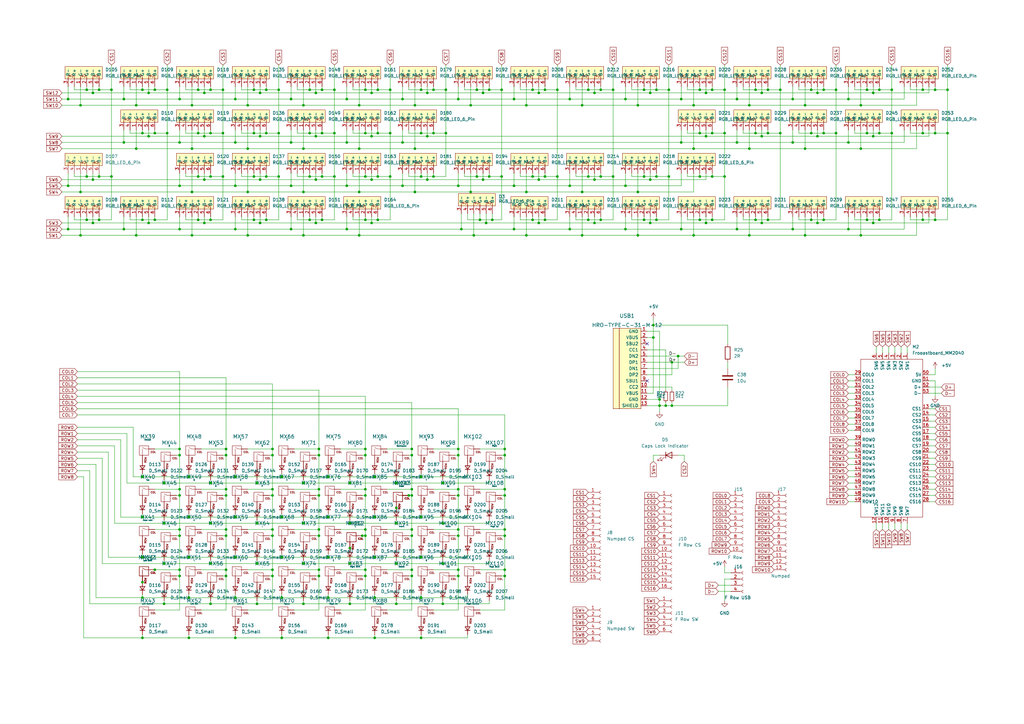
<source format=kicad_sch>
(kicad_sch (version 20230121) (generator eeschema)
  (paper "A3")
  (lib_symbols
    (symbol "Connector:Conn_01x04_Female" (pin_names (offset 1.016) hide)
      (property "Reference" "J" (at 0 5.08 0))
      (property "Value" "Conn_01x04_Female" (at 0 -7.62 0))
      (symbol "Conn_01x04_Female_1_1"
        (pin passive line (at -5.08 2.54 0) (length 3.81) (name "Pin_1") (number "1"))
        (pin passive line (at -5.08 0 0) (length 3.81) (name "Pin_2") (number "2"))
        (pin passive line (at -5.08 -2.54 0) (length 3.81) (name "Pin_3") (number "3"))
        (pin passive line (at -5.08 -5.08 0) (length 3.81) (name "Pin_4") (number "4"))
      )
    )
    (symbol "Connector:Conn_01x06_Female" (pin_names (offset 1.016) hide)
      (property "Reference" "J" (at 0 7.62 0))
      (property "Value" "Conn_01x06_Female" (at 0 -10.16 0))
      (symbol "Conn_01x06_Female_1_1"
        (pin passive line (at -5.08 5.08 0) (length 3.81) (name "Pin_1") (number "1"))
        (pin passive line (at -5.08 2.54 0) (length 3.81) (name "Pin_2") (number "2"))
        (pin passive line (at -5.08 0 0) (length 3.81) (name "Pin_3") (number "3"))
        (pin passive line (at -5.08 -2.54 0) (length 3.81) (name "Pin_4") (number "4"))
        (pin passive line (at -5.08 -5.08 0) (length 3.81) (name "Pin_5") (number "5"))
        (pin passive line (at -5.08 -7.62 0) (length 3.81) (name "Pin_6") (number "6"))
      )
    )
    (symbol "Connector:Conn_01x10_Female" (pin_names (offset 1.016) hide)
      (property "Reference" "J" (at 0 12.7 0))
      (property "Value" "Conn_01x10_Female" (at 0 -15.24 0))
      (symbol "Conn_01x10_Female_1_1"
        (pin passive line (at -5.08 10.16 0) (length 3.81) (name "Pin_1") (number "1"))
        (pin passive line (at -5.08 -12.7 0) (length 3.81) (name "Pin_10") (number "10"))
        (pin passive line (at -5.08 7.62 0) (length 3.81) (name "Pin_2") (number "2"))
        (pin passive line (at -5.08 5.08 0) (length 3.81) (name "Pin_3") (number "3"))
        (pin passive line (at -5.08 2.54 0) (length 3.81) (name "Pin_4") (number "4"))
        (pin passive line (at -5.08 0 0) (length 3.81) (name "Pin_5") (number "5"))
        (pin passive line (at -5.08 -2.54 0) (length 3.81) (name "Pin_6") (number "6"))
        (pin passive line (at -5.08 -5.08 0) (length 3.81) (name "Pin_7") (number "7"))
        (pin passive line (at -5.08 -7.62 0) (length 3.81) (name "Pin_8") (number "8"))
        (pin passive line (at -5.08 -10.16 0) (length 3.81) (name "Pin_9") (number "9"))
      )
    )
    (symbol "Connector:Conn_01x13_Female" (pin_names (offset 1.016) hide)
      (property "Reference" "J" (at 0 17.78 0))
      (property "Value" "Conn_01x13_Female" (at 0 -17.78 0))
      (symbol "Conn_01x13_Female_1_1"
        (pin passive line (at -5.08 15.24 0) (length 3.81) (name "Pin_1") (number "1"))
        (pin passive line (at -5.08 -7.62 0) (length 3.81) (name "Pin_10") (number "10"))
        (pin passive line (at -5.08 -10.16 0) (length 3.81) (name "Pin_11") (number "11"))
        (pin passive line (at -5.08 -12.7 0) (length 3.81) (name "Pin_12") (number "12"))
        (pin passive line (at -5.08 -15.24 0) (length 3.81) (name "Pin_13") (number "13"))
        (pin passive line (at -5.08 12.7 0) (length 3.81) (name "Pin_2") (number "2"))
        (pin passive line (at -5.08 10.16 0) (length 3.81) (name "Pin_3") (number "3"))
        (pin passive line (at -5.08 7.62 0) (length 3.81) (name "Pin_4") (number "4"))
        (pin passive line (at -5.08 5.08 0) (length 3.81) (name "Pin_5") (number "5"))
        (pin passive line (at -5.08 2.54 0) (length 3.81) (name "Pin_6") (number "6"))
        (pin passive line (at -5.08 0 0) (length 3.81) (name "Pin_7") (number "7"))
        (pin passive line (at -5.08 -2.54 0) (length 3.81) (name "Pin_8") (number "8"))
        (pin passive line (at -5.08 -5.08 0) (length 3.81) (name "Pin_9") (number "9"))
      )
    )
    (symbol "Connector:Conn_01x15_Female" (pin_names (offset 1.016) hide)
      (property "Reference" "J" (at 0 20.32 0))
      (property "Value" "Conn_01x15_Female" (at 0 -20.32 0))
      (symbol "Conn_01x15_Female_1_1"
        (pin passive line (at -5.08 17.78 0) (length 3.81) (name "Pin_1") (number "1"))
        (pin passive line (at -5.08 -5.08 0) (length 3.81) (name "Pin_10") (number "10"))
        (pin passive line (at -5.08 -7.62 0) (length 3.81) (name "Pin_11") (number "11"))
        (pin passive line (at -5.08 -10.16 0) (length 3.81) (name "Pin_12") (number "12"))
        (pin passive line (at -5.08 -12.7 0) (length 3.81) (name "Pin_13") (number "13"))
        (pin passive line (at -5.08 -15.24 0) (length 3.81) (name "Pin_14") (number "14"))
        (pin passive line (at -5.08 -17.78 0) (length 3.81) (name "Pin_15") (number "15"))
        (pin passive line (at -5.08 15.24 0) (length 3.81) (name "Pin_2") (number "2"))
        (pin passive line (at -5.08 12.7 0) (length 3.81) (name "Pin_3") (number "3"))
        (pin passive line (at -5.08 10.16 0) (length 3.81) (name "Pin_4") (number "4"))
        (pin passive line (at -5.08 7.62 0) (length 3.81) (name "Pin_5") (number "5"))
        (pin passive line (at -5.08 5.08 0) (length 3.81) (name "Pin_6") (number "6"))
        (pin passive line (at -5.08 2.54 0) (length 3.81) (name "Pin_7") (number "7"))
        (pin passive line (at -5.08 0 0) (length 3.81) (name "Pin_8") (number "8"))
        (pin passive line (at -5.08 -2.54 0) (length 3.81) (name "Pin_9") (number "9"))
      )
    )
    (symbol "Connector:Conn_01x16_Female" (pin_names (offset 1.016) hide)
      (property "Reference" "J" (at 0 20.32 0))
      (property "Value" "Conn_01x16_Female" (at 0 -22.86 0))
      (symbol "Conn_01x16_Female_1_1"
        (pin passive line (at -5.08 17.78 0) (length 3.81) (name "Pin_1") (number "1"))
        (pin passive line (at -5.08 -5.08 0) (length 3.81) (name "Pin_10") (number "10"))
        (pin passive line (at -5.08 -7.62 0) (length 3.81) (name "Pin_11") (number "11"))
        (pin passive line (at -5.08 -10.16 0) (length 3.81) (name "Pin_12") (number "12"))
        (pin passive line (at -5.08 -12.7 0) (length 3.81) (name "Pin_13") (number "13"))
        (pin passive line (at -5.08 -15.24 0) (length 3.81) (name "Pin_14") (number "14"))
        (pin passive line (at -5.08 -17.78 0) (length 3.81) (name "Pin_15") (number "15"))
        (pin passive line (at -5.08 -20.32 0) (length 3.81) (name "Pin_16") (number "16"))
        (pin passive line (at -5.08 15.24 0) (length 3.81) (name "Pin_2") (number "2"))
        (pin passive line (at -5.08 12.7 0) (length 3.81) (name "Pin_3") (number "3"))
        (pin passive line (at -5.08 10.16 0) (length 3.81) (name "Pin_4") (number "4"))
        (pin passive line (at -5.08 7.62 0) (length 3.81) (name "Pin_5") (number "5"))
        (pin passive line (at -5.08 5.08 0) (length 3.81) (name "Pin_6") (number "6"))
        (pin passive line (at -5.08 2.54 0) (length 3.81) (name "Pin_7") (number "7"))
        (pin passive line (at -5.08 0 0) (length 3.81) (name "Pin_8") (number "8"))
        (pin passive line (at -5.08 -2.54 0) (length 3.81) (name "Pin_9") (number "9"))
      )
    )
    (symbol "Device:C" (pin_numbers hide) (pin_names (offset 0.254))
      (property "Reference" "C" (at 0.635 2.54 0))
      (property "Value" "C" (at 0.635 -2.54 0))
      (symbol "C_1_1"
        (pin passive line (at 0 3.81 270) (length 2.794) (name "~") (number "1"))
        (pin passive line (at 0 -3.81 90) (length 2.794) (name "~") (number "2"))
      )
    )
    (symbol "Device:D_Small" (pin_numbers hide) (pin_names (offset 0.254) hide)
      (property "Reference" "D" (at -1.27 2.032 0))
      (property "Value" "D_Small" (at -3.81 -2.032 0))
      (symbol "D_Small_1_1"
        (pin passive line (at -2.54 0 0) (length 1.778) (name "K") (number "1"))
        (pin passive line (at 2.54 0 180) (length 1.778) (name "A") (number "2"))
      )
    )
    (symbol "Device:LED" (pin_numbers hide) (pin_names (offset 1.016) hide)
      (property "Reference" "D" (at 0 2.54 0))
      (property "Value" "LED" (at 0 -2.54 0))
      (symbol "LED_1_1"
        (pin passive line (at -3.81 0 0) (length 2.54) (name "K") (number "1"))
        (pin passive line (at 3.81 0 180) (length 2.54) (name "A") (number "2"))
      )
    )
    (symbol "Device:R" (pin_numbers hide) (pin_names (offset 0))
      (property "Reference" "R" (at 2.032 0 90))
      (property "Value" "R" (at 0 0 90))
      (symbol "R_1_1"
        (pin passive line (at 0 3.81 270) (length 1.27) (name "~") (number "1"))
        (pin passive line (at 0 -3.81 90) (length 1.27) (name "~") (number "2"))
      )
    )
    (symbol "Device:R_Small" (pin_numbers hide) (pin_names (offset 0.254) hide)
      (property "Reference" "R" (at 0.762 0.508 0))
      (property "Value" "R_Small" (at 0.762 -1.016 0))
      (symbol "R_Small_1_1"
        (pin passive line (at 0 2.54 270) (length 0.762) (name "~") (number "1"))
        (pin passive line (at 0 -2.54 90) (length 0.762) (name "~") (number "2"))
      )
    )
    (symbol "Frooastboard Symbols:Frooastboard_MM2040"
      (property "Reference" "M" (at 0 0 0))
      (property "Value" "Frooastboard_MM2040" (at 0 43.18 0))
      (symbol "Frooastboard_MM2040_1_1"
        (pin output line (at 6.35 34.29 270) (length 2.54) (name "SW1") (number "1"))
        (pin output line (at -1.27 -35.56 90) (length 2.54) (name "SW10") (number "10"))
        (pin output line (at -3.81 -35.56 90) (length 2.54) (name "SW11") (number "11"))
        (pin output line (at -6.35 -35.56 90) (length 2.54) (name "SW12") (number "12"))
        (pin output line (at 15.24 11.43 180) (length 2.54) (name "CS1") (number "13"))
        (pin output line (at 15.24 8.89 180) (length 2.54) (name "CS2") (number "14"))
        (pin output line (at 15.24 6.35 180) (length 2.54) (name "CS3") (number "15"))
        (pin output line (at 15.24 3.81 180) (length 2.54) (name "CS4") (number "16"))
        (pin output line (at 15.24 1.27 180) (length 2.54) (name "CS5") (number "17"))
        (pin output line (at 15.24 -1.27 180) (length 2.54) (name "CS6") (number "18"))
        (pin output line (at 15.24 -3.81 180) (length 2.54) (name "CS7") (number "19"))
        (pin output line (at 3.81 34.29 270) (length 2.54) (name "SW2") (number "2"))
        (pin output line (at 15.24 -6.35 180) (length 2.54) (name "CS8") (number "20"))
        (pin output line (at 15.24 -8.89 180) (length 2.54) (name "CS9") (number "21"))
        (pin output line (at 15.24 -11.43 180) (length 2.54) (name "CS10") (number "22"))
        (pin output line (at 15.24 -13.97 180) (length 2.54) (name "CS11") (number "23"))
        (pin output line (at 15.24 -16.51 180) (length 2.54) (name "CS12") (number "24"))
        (pin output line (at 15.24 -19.05 180) (length 2.54) (name "CS13") (number "25"))
        (pin output line (at 15.24 -21.59 180) (length 2.54) (name "CS14") (number "26"))
        (pin output line (at 15.24 -24.13 180) (length 2.54) (name "CS15") (number "27"))
        (pin output line (at 15.24 -26.67 180) (length 2.54) (name "CS16") (number "28"))
        (pin output line (at -15.24 25.4 0) (length 2.54) (name "COL0") (number "29"))
        (pin output line (at 1.27 34.29 270) (length 2.54) (name "SW3") (number "3"))
        (pin output line (at -15.24 22.86 0) (length 2.54) (name "COL1") (number "30"))
        (pin output line (at -15.24 20.32 0) (length 2.54) (name "COL2") (number "31"))
        (pin output line (at -15.24 17.78 0) (length 2.54) (name "COL3") (number "32"))
        (pin output line (at -15.24 15.24 0) (length 2.54) (name "COL4") (number "33"))
        (pin output line (at -15.24 12.7 0) (length 2.54) (name "COL5") (number "34"))
        (pin output line (at -15.24 10.16 0) (length 2.54) (name "COL6") (number "35"))
        (pin output line (at -15.24 7.62 0) (length 2.54) (name "COL7") (number "36"))
        (pin output line (at -15.24 5.08 0) (length 2.54) (name "COL8") (number "37"))
        (pin output line (at -15.24 2.54 0) (length 2.54) (name "COL9") (number "38"))
        (pin output line (at -15.24 -1.27 0) (length 2.54) (name "ROW0") (number "39"))
        (pin output line (at -1.27 34.29 270) (length 2.54) (name "SW4") (number "4"))
        (pin output line (at -15.24 -3.81 0) (length 2.54) (name "ROW1") (number "40"))
        (pin output line (at -15.24 -6.35 0) (length 2.54) (name "ROW2") (number "41"))
        (pin output line (at -15.24 -8.89 0) (length 2.54) (name "ROW3") (number "42"))
        (pin output line (at -15.24 -11.43 0) (length 2.54) (name "ROW4") (number "43"))
        (pin output line (at -15.24 -13.97 0) (length 2.54) (name "ROW5") (number "44"))
        (pin output line (at -15.24 -16.51 0) (length 2.54) (name "ROW6") (number "45"))
        (pin output line (at -15.24 -19.05 0) (length 2.54) (name "ROW7") (number "46"))
        (pin output line (at -15.24 -21.59 0) (length 2.54) (name "ROW8") (number "47"))
        (pin output line (at -15.24 -24.13 0) (length 2.54) (name "ROW9") (number "48"))
        (pin output line (at -15.24 -26.67 0) (length 2.54) (name "ROW10") (number "49"))
        (pin output line (at -3.81 34.29 270) (length 2.54) (name "SW5") (number "5"))
        (pin input line (at 15.24 25.4 180) (length 2.54) (name "5V") (number "50"))
        (pin input line (at 15.24 22.86 180) (length 2.54) (name "GND") (number "51"))
        (pin input line (at 15.24 20.32 180) (length 2.54) (name "D+") (number "52"))
        (pin input line (at 15.24 17.78 180) (length 2.54) (name "D-") (number "53"))
        (pin output line (at -6.35 34.29 270) (length 2.54) (name "SW6") (number "6"))
        (pin output line (at 6.35 -35.56 90) (length 2.54) (name "SW7") (number "7"))
        (pin output line (at 3.81 -35.56 90) (length 2.54) (name "SW8") (number "8"))
        (pin output line (at 1.27 -35.56 90) (length 2.54) (name "SW9") (number "9"))
      )
    )
    (symbol "MX_Alps_Hybrid:MX-NoLED" (pin_names (offset 1.016))
      (property "Reference" "MX" (at -0.635 3.81 0))
      (property "Value" "MX-NoLED" (at -0.635 1.27 0))
      (symbol "MX-NoLED_0_0"
        (text "COL" (at 3.175 0 0) (effects (font (size 0.762 0.762))))
        (text "ROW" (at 0 -1.905 900) (effects (font (size 0.762 0.762)) (justify right)))
      )
      (symbol "MX-NoLED_1_1"
        (pin passive line (at 3.81 1.27 180) (length 2.54) (name "COL") (number "1"))
        (pin passive line (at -1.27 -3.81 90) (length 2.54) (name "ROW") (number "2"))
      )
    )
    (symbol "RGB_LED_6_Pin_10"
      (property "Reference" "D?" (at 8.89 -0.6349 0))
      (property "Value" "RGB_LED_6_Pin_10" (at 8.89 -3.1749 0))
      (symbol "RGB_LED_6_Pin_10_1_1"
        (pin power_in line (at -1.27 -7.62 90) (length 3.81) (name "G-") (number "1"))
        (pin power_in line (at 1.27 -7.62 90) (length 3.81) (name "G+") (number "2"))
        (pin power_in line (at -6.35 -7.62 90) (length 3.81) (name "R-") (number "3"))
        (pin power_in line (at -3.81 -7.62 90) (length 3.81) (name "R+") (number "4"))
        (pin power_in line (at 3.81 -7.62 90) (length 3.81) (name "B-") (number "5"))
        (pin power_in line (at 6.35 -7.62 90) (length 3.81) (name "B+") (number "6"))
      )
    )
    (symbol "RGB_LED_6_Pin_11"
      (property "Reference" "D?" (at 8.89 -0.6349 0))
      (property "Value" "RGB_LED_6_Pin_11" (at 8.89 -3.1749 0))
      (symbol "RGB_LED_6_Pin_11_1_1"
        (pin power_in line (at -1.27 -7.62 90) (length 3.81) (name "G-") (number "1"))
        (pin power_in line (at 1.27 -7.62 90) (length 3.81) (name "G+") (number "2"))
        (pin power_in line (at -6.35 -7.62 90) (length 3.81) (name "R-") (number "3"))
        (pin power_in line (at -3.81 -7.62 90) (length 3.81) (name "R+") (number "4"))
        (pin power_in line (at 3.81 -7.62 90) (length 3.81) (name "B-") (number "5"))
        (pin power_in line (at 6.35 -7.62 90) (length 3.81) (name "B+") (number "6"))
      )
    )
    (symbol "RGB_LED_6_Pin_12"
      (property "Reference" "D?" (at 8.89 -0.6349 0))
      (property "Value" "RGB_LED_6_Pin_12" (at 8.89 -3.1749 0))
      (symbol "RGB_LED_6_Pin_12_1_1"
        (pin power_in line (at -1.27 -7.62 90) (length 3.81) (name "G-") (number "1"))
        (pin power_in line (at 1.27 -7.62 90) (length 3.81) (name "G+") (number "2"))
        (pin power_in line (at -6.35 -7.62 90) (length 3.81) (name "R-") (number "3"))
        (pin power_in line (at -3.81 -7.62 90) (length 3.81) (name "R+") (number "4"))
        (pin power_in line (at 3.81 -7.62 90) (length 3.81) (name "B-") (number "5"))
        (pin power_in line (at 6.35 -7.62 90) (length 3.81) (name "B+") (number "6"))
      )
    )
    (symbol "RGB_LED_6_Pin_14"
      (property "Reference" "D?" (at 8.89 -0.6349 0))
      (property "Value" "RGB_LED_6_Pin_14" (at 8.89 -3.1749 0))
      (symbol "RGB_LED_6_Pin_14_1_1"
        (pin power_in line (at -1.27 -7.62 90) (length 3.81) (name "G-") (number "1"))
        (pin power_in line (at 1.27 -7.62 90) (length 3.81) (name "G+") (number "2"))
        (pin power_in line (at -6.35 -7.62 90) (length 3.81) (name "R-") (number "3"))
        (pin power_in line (at -3.81 -7.62 90) (length 3.81) (name "R+") (number "4"))
        (pin power_in line (at 3.81 -7.62 90) (length 3.81) (name "B-") (number "5"))
        (pin power_in line (at 6.35 -7.62 90) (length 3.81) (name "B+") (number "6"))
      )
    )
    (symbol "RGB_LED_6_Pin_16"
      (property "Reference" "D?" (at 8.89 -0.6349 0))
      (property "Value" "RGB_LED_6_Pin_16" (at 8.89 -3.1749 0))
      (symbol "RGB_LED_6_Pin_16_1_1"
        (pin power_in line (at -1.27 -7.62 90) (length 3.81) (name "G-") (number "1"))
        (pin power_in line (at 1.27 -7.62 90) (length 3.81) (name "G+") (number "2"))
        (pin power_in line (at -6.35 -7.62 90) (length 3.81) (name "R-") (number "3"))
        (pin power_in line (at -3.81 -7.62 90) (length 3.81) (name "R+") (number "4"))
        (pin power_in line (at 3.81 -7.62 90) (length 3.81) (name "B-") (number "5"))
        (pin power_in line (at 6.35 -7.62 90) (length 3.81) (name "B+") (number "6"))
      )
    )
    (symbol "RGB_LED_6_Pin_17"
      (property "Reference" "D?" (at 8.89 -0.6349 0))
      (property "Value" "RGB_LED_6_Pin_17" (at 8.89 -3.1749 0))
      (symbol "RGB_LED_6_Pin_17_1_1"
        (pin power_in line (at -1.27 -7.62 90) (length 3.81) (name "G-") (number "1"))
        (pin power_in line (at 1.27 -7.62 90) (length 3.81) (name "G+") (number "2"))
        (pin power_in line (at -6.35 -7.62 90) (length 3.81) (name "R-") (number "3"))
        (pin power_in line (at -3.81 -7.62 90) (length 3.81) (name "R+") (number "4"))
        (pin power_in line (at 3.81 -7.62 90) (length 3.81) (name "B-") (number "5"))
        (pin power_in line (at 6.35 -7.62 90) (length 3.81) (name "B+") (number "6"))
      )
    )
    (symbol "RGB_LED_6_Pin_18"
      (property "Reference" "D?" (at 8.89 -0.6349 0))
      (property "Value" "RGB_LED_6_Pin_18" (at 8.89 -3.1749 0))
      (symbol "RGB_LED_6_Pin_18_1_1"
        (pin power_in line (at -1.27 -7.62 90) (length 3.81) (name "G-") (number "1"))
        (pin power_in line (at 1.27 -7.62 90) (length 3.81) (name "G+") (number "2"))
        (pin power_in line (at -6.35 -7.62 90) (length 3.81) (name "R-") (number "3"))
        (pin power_in line (at -3.81 -7.62 90) (length 3.81) (name "R+") (number "4"))
        (pin power_in line (at 3.81 -7.62 90) (length 3.81) (name "B-") (number "5"))
        (pin power_in line (at 6.35 -7.62 90) (length 3.81) (name "B+") (number "6"))
      )
    )
    (symbol "RGB_LED_6_Pin_19"
      (property "Reference" "D?" (at 8.89 -0.6349 0))
      (property "Value" "RGB_LED_6_Pin_19" (at 8.89 -3.1749 0))
      (symbol "RGB_LED_6_Pin_19_1_1"
        (pin power_in line (at -1.27 -7.62 90) (length 3.81) (name "G-") (number "1"))
        (pin power_in line (at 1.27 -7.62 90) (length 3.81) (name "G+") (number "2"))
        (pin power_in line (at -6.35 -7.62 90) (length 3.81) (name "R-") (number "3"))
        (pin power_in line (at -3.81 -7.62 90) (length 3.81) (name "R+") (number "4"))
        (pin power_in line (at 3.81 -7.62 90) (length 3.81) (name "B-") (number "5"))
        (pin power_in line (at 6.35 -7.62 90) (length 3.81) (name "B+") (number "6"))
      )
    )
    (symbol "RGB_LED_6_Pin_20"
      (property "Reference" "D?" (at 8.89 -0.6349 0))
      (property "Value" "RGB_LED_6_Pin_20" (at 8.89 -3.1749 0))
      (symbol "RGB_LED_6_Pin_20_1_1"
        (pin power_in line (at -1.27 -7.62 90) (length 3.81) (name "G-") (number "1"))
        (pin power_in line (at 1.27 -7.62 90) (length 3.81) (name "G+") (number "2"))
        (pin power_in line (at -6.35 -7.62 90) (length 3.81) (name "R-") (number "3"))
        (pin power_in line (at -3.81 -7.62 90) (length 3.81) (name "R+") (number "4"))
        (pin power_in line (at 3.81 -7.62 90) (length 3.81) (name "B-") (number "5"))
        (pin power_in line (at 6.35 -7.62 90) (length 3.81) (name "B+") (number "6"))
      )
    )
    (symbol "RGB_LED_6_Pin_21"
      (property "Reference" "D?" (at 8.89 -0.6349 0))
      (property "Value" "RGB_LED_6_Pin_21" (at 8.89 -3.1749 0))
      (symbol "RGB_LED_6_Pin_21_1_1"
        (pin power_in line (at -1.27 -7.62 90) (length 3.81) (name "G-") (number "1"))
        (pin power_in line (at 1.27 -7.62 90) (length 3.81) (name "G+") (number "2"))
        (pin power_in line (at -6.35 -7.62 90) (length 3.81) (name "R-") (number "3"))
        (pin power_in line (at -3.81 -7.62 90) (length 3.81) (name "R+") (number "4"))
        (pin power_in line (at 3.81 -7.62 90) (length 3.81) (name "B-") (number "5"))
        (pin power_in line (at 6.35 -7.62 90) (length 3.81) (name "B+") (number "6"))
      )
    )
    (symbol "RGB_LED_6_Pin_22"
      (property "Reference" "D?" (at 8.89 -0.6349 0))
      (property "Value" "RGB_LED_6_Pin_22" (at 8.89 -3.1749 0))
      (symbol "RGB_LED_6_Pin_22_1_1"
        (pin power_in line (at -1.27 -7.62 90) (length 3.81) (name "G-") (number "1"))
        (pin power_in line (at 1.27 -7.62 90) (length 3.81) (name "G+") (number "2"))
        (pin power_in line (at -6.35 -7.62 90) (length 3.81) (name "R-") (number "3"))
        (pin power_in line (at -3.81 -7.62 90) (length 3.81) (name "R+") (number "4"))
        (pin power_in line (at 3.81 -7.62 90) (length 3.81) (name "B-") (number "5"))
        (pin power_in line (at 6.35 -7.62 90) (length 3.81) (name "B+") (number "6"))
      )
    )
    (symbol "RGB_LED_6_Pin_24"
      (property "Reference" "D?" (at 8.89 -0.6349 0))
      (property "Value" "RGB_LED_6_Pin_24" (at 8.89 -3.1749 0))
      (symbol "RGB_LED_6_Pin_24_1_1"
        (pin power_in line (at -1.27 -7.62 90) (length 3.81) (name "G-") (number "1"))
        (pin power_in line (at 1.27 -7.62 90) (length 3.81) (name "G+") (number "2"))
        (pin power_in line (at -6.35 -7.62 90) (length 3.81) (name "R-") (number "3"))
        (pin power_in line (at -3.81 -7.62 90) (length 3.81) (name "R+") (number "4"))
        (pin power_in line (at 3.81 -7.62 90) (length 3.81) (name "B-") (number "5"))
        (pin power_in line (at 6.35 -7.62 90) (length 3.81) (name "B+") (number "6"))
      )
    )
    (symbol "RGB_LED_6_Pin_25"
      (property "Reference" "D?" (at 8.89 -0.6349 0))
      (property "Value" "RGB_LED_6_Pin_25" (at 8.89 -3.1749 0))
      (symbol "RGB_LED_6_Pin_25_1_1"
        (pin power_in line (at -1.27 -7.62 90) (length 3.81) (name "G-") (number "1"))
        (pin power_in line (at 1.27 -7.62 90) (length 3.81) (name "G+") (number "2"))
        (pin power_in line (at -6.35 -7.62 90) (length 3.81) (name "R-") (number "3"))
        (pin power_in line (at -3.81 -7.62 90) (length 3.81) (name "R+") (number "4"))
        (pin power_in line (at 3.81 -7.62 90) (length 3.81) (name "B-") (number "5"))
        (pin power_in line (at 6.35 -7.62 90) (length 3.81) (name "B+") (number "6"))
      )
    )
    (symbol "RGB_LED_6_Pin_27"
      (property "Reference" "D?" (at 8.89 -0.6349 0))
      (property "Value" "RGB_LED_6_Pin_27" (at 8.89 -3.1749 0))
      (symbol "RGB_LED_6_Pin_27_1_1"
        (pin power_in line (at -1.27 -7.62 90) (length 3.81) (name "G-") (number "1"))
        (pin power_in line (at 1.27 -7.62 90) (length 3.81) (name "G+") (number "2"))
        (pin power_in line (at -6.35 -7.62 90) (length 3.81) (name "R-") (number "3"))
        (pin power_in line (at -3.81 -7.62 90) (length 3.81) (name "R+") (number "4"))
        (pin power_in line (at 3.81 -7.62 90) (length 3.81) (name "B-") (number "5"))
        (pin power_in line (at 6.35 -7.62 90) (length 3.81) (name "B+") (number "6"))
      )
    )
    (symbol "RGB_LED_6_Pin_28"
      (property "Reference" "D?" (at 8.89 -0.6349 0))
      (property "Value" "RGB_LED_6_Pin_28" (at 8.89 -3.1749 0))
      (symbol "RGB_LED_6_Pin_28_1_1"
        (pin power_in line (at -1.27 -7.62 90) (length 3.81) (name "G-") (number "1"))
        (pin power_in line (at 1.27 -7.62 90) (length 3.81) (name "G+") (number "2"))
        (pin power_in line (at -6.35 -7.62 90) (length 3.81) (name "R-") (number "3"))
        (pin power_in line (at -3.81 -7.62 90) (length 3.81) (name "R+") (number "4"))
        (pin power_in line (at 3.81 -7.62 90) (length 3.81) (name "B-") (number "5"))
        (pin power_in line (at 6.35 -7.62 90) (length 3.81) (name "B+") (number "6"))
      )
    )
    (symbol "RGB_LED_6_Pin_29"
      (property "Reference" "D?" (at 8.89 -0.6349 0))
      (property "Value" "RGB_LED_6_Pin_29" (at 8.89 -3.1749 0))
      (symbol "RGB_LED_6_Pin_29_1_1"
        (pin power_in line (at -1.27 -7.62 90) (length 3.81) (name "G-") (number "1"))
        (pin power_in line (at 1.27 -7.62 90) (length 3.81) (name "G+") (number "2"))
        (pin power_in line (at -6.35 -7.62 90) (length 3.81) (name "R-") (number "3"))
        (pin power_in line (at -3.81 -7.62 90) (length 3.81) (name "R+") (number "4"))
        (pin power_in line (at 3.81 -7.62 90) (length 3.81) (name "B-") (number "5"))
        (pin power_in line (at 6.35 -7.62 90) (length 3.81) (name "B+") (number "6"))
      )
    )
    (symbol "RGB_LED_6_Pin_30"
      (property "Reference" "D?" (at 8.89 -0.6349 0))
      (property "Value" "RGB_LED_6_Pin_30" (at 8.89 -3.1749 0))
      (symbol "RGB_LED_6_Pin_30_1_1"
        (pin power_in line (at -1.27 -7.62 90) (length 3.81) (name "G-") (number "1"))
        (pin power_in line (at 1.27 -7.62 90) (length 3.81) (name "G+") (number "2"))
        (pin power_in line (at -6.35 -7.62 90) (length 3.81) (name "R-") (number "3"))
        (pin power_in line (at -3.81 -7.62 90) (length 3.81) (name "R+") (number "4"))
        (pin power_in line (at 3.81 -7.62 90) (length 3.81) (name "B-") (number "5"))
        (pin power_in line (at 6.35 -7.62 90) (length 3.81) (name "B+") (number "6"))
      )
    )
    (symbol "RGB_LED_6_Pin_32"
      (property "Reference" "D?" (at 8.89 -0.6349 0))
      (property "Value" "RGB_LED_6_Pin_32" (at 8.89 -3.1749 0))
      (symbol "RGB_LED_6_Pin_32_1_1"
        (pin power_in line (at -1.27 -7.62 90) (length 3.81) (name "G-") (number "1"))
        (pin power_in line (at 1.27 -7.62 90) (length 3.81) (name "G+") (number "2"))
        (pin power_in line (at -6.35 -7.62 90) (length 3.81) (name "R-") (number "3"))
        (pin power_in line (at -3.81 -7.62 90) (length 3.81) (name "R+") (number "4"))
        (pin power_in line (at 3.81 -7.62 90) (length 3.81) (name "B-") (number "5"))
        (pin power_in line (at 6.35 -7.62 90) (length 3.81) (name "B+") (number "6"))
      )
    )
    (symbol "RGB_LED_6_Pin_33"
      (property "Reference" "D?" (at 8.89 -0.6349 0))
      (property "Value" "RGB_LED_6_Pin_33" (at 8.89 -3.1749 0))
      (symbol "RGB_LED_6_Pin_33_1_1"
        (pin power_in line (at -1.27 -7.62 90) (length 3.81) (name "G-") (number "1"))
        (pin power_in line (at 1.27 -7.62 90) (length 3.81) (name "G+") (number "2"))
        (pin power_in line (at -6.35 -7.62 90) (length 3.81) (name "R-") (number "3"))
        (pin power_in line (at -3.81 -7.62 90) (length 3.81) (name "R+") (number "4"))
        (pin power_in line (at 3.81 -7.62 90) (length 3.81) (name "B-") (number "5"))
        (pin power_in line (at 6.35 -7.62 90) (length 3.81) (name "B+") (number "6"))
      )
    )
    (symbol "RGB_LED_6_Pin_35"
      (property "Reference" "D?" (at 8.89 -0.6349 0))
      (property "Value" "RGB_LED_6_Pin_35" (at 8.89 -3.1749 0))
      (symbol "RGB_LED_6_Pin_35_1_1"
        (pin power_in line (at -1.27 -7.62 90) (length 3.81) (name "G-") (number "1"))
        (pin power_in line (at 1.27 -7.62 90) (length 3.81) (name "G+") (number "2"))
        (pin power_in line (at -6.35 -7.62 90) (length 3.81) (name "R-") (number "3"))
        (pin power_in line (at -3.81 -7.62 90) (length 3.81) (name "R+") (number "4"))
        (pin power_in line (at 3.81 -7.62 90) (length 3.81) (name "B-") (number "5"))
        (pin power_in line (at 6.35 -7.62 90) (length 3.81) (name "B+") (number "6"))
      )
    )
    (symbol "RGB_LED_6_Pin_36"
      (property "Reference" "D?" (at 8.89 -0.6349 0))
      (property "Value" "RGB_LED_6_Pin_36" (at 8.89 -3.1749 0))
      (symbol "RGB_LED_6_Pin_36_1_1"
        (pin power_in line (at -1.27 -7.62 90) (length 3.81) (name "G-") (number "1"))
        (pin power_in line (at 1.27 -7.62 90) (length 3.81) (name "G+") (number "2"))
        (pin power_in line (at -6.35 -7.62 90) (length 3.81) (name "R-") (number "3"))
        (pin power_in line (at -3.81 -7.62 90) (length 3.81) (name "R+") (number "4"))
        (pin power_in line (at 3.81 -7.62 90) (length 3.81) (name "B-") (number "5"))
        (pin power_in line (at 6.35 -7.62 90) (length 3.81) (name "B+") (number "6"))
      )
    )
    (symbol "RGB_LED_6_Pin_37"
      (property "Reference" "D?" (at 8.89 -0.6349 0))
      (property "Value" "RGB_LED_6_Pin_37" (at 8.89 -3.1749 0))
      (symbol "RGB_LED_6_Pin_37_1_1"
        (pin power_in line (at -1.27 -7.62 90) (length 3.81) (name "G-") (number "1"))
        (pin power_in line (at 1.27 -7.62 90) (length 3.81) (name "G+") (number "2"))
        (pin power_in line (at -6.35 -7.62 90) (length 3.81) (name "R-") (number "3"))
        (pin power_in line (at -3.81 -7.62 90) (length 3.81) (name "R+") (number "4"))
        (pin power_in line (at 3.81 -7.62 90) (length 3.81) (name "B-") (number "5"))
        (pin power_in line (at 6.35 -7.62 90) (length 3.81) (name "B+") (number "6"))
      )
    )
    (symbol "RGB_LED_6_Pin_39"
      (property "Reference" "D?" (at 8.89 -0.6349 0))
      (property "Value" "RGB_LED_6_Pin_39" (at 8.89 -3.1749 0))
      (symbol "RGB_LED_6_Pin_39_1_1"
        (pin power_in line (at -1.27 -7.62 90) (length 3.81) (name "G-") (number "1"))
        (pin power_in line (at 1.27 -7.62 90) (length 3.81) (name "G+") (number "2"))
        (pin power_in line (at -6.35 -7.62 90) (length 3.81) (name "R-") (number "3"))
        (pin power_in line (at -3.81 -7.62 90) (length 3.81) (name "R+") (number "4"))
        (pin power_in line (at 3.81 -7.62 90) (length 3.81) (name "B-") (number "5"))
        (pin power_in line (at 6.35 -7.62 90) (length 3.81) (name "B+") (number "6"))
      )
    )
    (symbol "RGB_LED_6_Pin_40"
      (property "Reference" "D?" (at 8.89 -0.6349 0))
      (property "Value" "RGB_LED_6_Pin_40" (at 8.89 -3.1749 0))
      (symbol "RGB_LED_6_Pin_40_1_1"
        (pin power_in line (at -1.27 -7.62 90) (length 3.81) (name "G-") (number "1"))
        (pin power_in line (at 1.27 -7.62 90) (length 3.81) (name "G+") (number "2"))
        (pin power_in line (at -6.35 -7.62 90) (length 3.81) (name "R-") (number "3"))
        (pin power_in line (at -3.81 -7.62 90) (length 3.81) (name "R+") (number "4"))
        (pin power_in line (at 3.81 -7.62 90) (length 3.81) (name "B-") (number "5"))
        (pin power_in line (at 6.35 -7.62 90) (length 3.81) (name "B+") (number "6"))
      )
    )
    (symbol "RGB_LED_6_Pin_42"
      (property "Reference" "D?" (at 8.89 -0.6349 0))
      (property "Value" "RGB_LED_6_Pin_42" (at 8.89 -3.1749 0))
      (symbol "RGB_LED_6_Pin_42_1_1"
        (pin power_in line (at -1.27 -7.62 90) (length 3.81) (name "G-") (number "1"))
        (pin power_in line (at 1.27 -7.62 90) (length 3.81) (name "G+") (number "2"))
        (pin power_in line (at -6.35 -7.62 90) (length 3.81) (name "R-") (number "3"))
        (pin power_in line (at -3.81 -7.62 90) (length 3.81) (name "R+") (number "4"))
        (pin power_in line (at 3.81 -7.62 90) (length 3.81) (name "B-") (number "5"))
        (pin power_in line (at 6.35 -7.62 90) (length 3.81) (name "B+") (number "6"))
      )
    )
    (symbol "RGB_LED_6_Pin_43"
      (property "Reference" "D?" (at 8.89 -0.6349 0))
      (property "Value" "RGB_LED_6_Pin_43" (at 8.89 -3.1749 0))
      (symbol "RGB_LED_6_Pin_43_1_1"
        (pin power_in line (at -1.27 -7.62 90) (length 3.81) (name "G-") (number "1"))
        (pin power_in line (at 1.27 -7.62 90) (length 3.81) (name "G+") (number "2"))
        (pin power_in line (at -6.35 -7.62 90) (length 3.81) (name "R-") (number "3"))
        (pin power_in line (at -3.81 -7.62 90) (length 3.81) (name "R+") (number "4"))
        (pin power_in line (at 3.81 -7.62 90) (length 3.81) (name "B-") (number "5"))
        (pin power_in line (at 6.35 -7.62 90) (length 3.81) (name "B+") (number "6"))
      )
    )
    (symbol "RGB_LED_6_Pin_44"
      (property "Reference" "D?" (at 8.89 -0.6349 0))
      (property "Value" "RGB_LED_6_Pin_44" (at 8.89 -3.1749 0))
      (symbol "RGB_LED_6_Pin_44_1_1"
        (pin power_in line (at -1.27 -7.62 90) (length 3.81) (name "G-") (number "1"))
        (pin power_in line (at 1.27 -7.62 90) (length 3.81) (name "G+") (number "2"))
        (pin power_in line (at -6.35 -7.62 90) (length 3.81) (name "R-") (number "3"))
        (pin power_in line (at -3.81 -7.62 90) (length 3.81) (name "R+") (number "4"))
        (pin power_in line (at 3.81 -7.62 90) (length 3.81) (name "B-") (number "5"))
        (pin power_in line (at 6.35 -7.62 90) (length 3.81) (name "B+") (number "6"))
      )
    )
    (symbol "RGB_LED_6_Pin_46"
      (property "Reference" "D?" (at 8.89 -0.6349 0))
      (property "Value" "RGB_LED_6_Pin_46" (at 8.89 -3.1749 0))
      (symbol "RGB_LED_6_Pin_46_1_1"
        (pin power_in line (at -1.27 -7.62 90) (length 3.81) (name "G-") (number "1"))
        (pin power_in line (at 1.27 -7.62 90) (length 3.81) (name "G+") (number "2"))
        (pin power_in line (at -6.35 -7.62 90) (length 3.81) (name "R-") (number "3"))
        (pin power_in line (at -3.81 -7.62 90) (length 3.81) (name "R+") (number "4"))
        (pin power_in line (at 3.81 -7.62 90) (length 3.81) (name "B-") (number "5"))
        (pin power_in line (at 6.35 -7.62 90) (length 3.81) (name "B+") (number "6"))
      )
    )
    (symbol "RGB_LED_6_Pin_47"
      (property "Reference" "D?" (at 8.89 -0.6349 0))
      (property "Value" "RGB_LED_6_Pin_47" (at 8.89 -3.1749 0))
      (symbol "RGB_LED_6_Pin_47_1_1"
        (pin power_in line (at -1.27 -7.62 90) (length 3.81) (name "G-") (number "1"))
        (pin power_in line (at 1.27 -7.62 90) (length 3.81) (name "G+") (number "2"))
        (pin power_in line (at -6.35 -7.62 90) (length 3.81) (name "R-") (number "3"))
        (pin power_in line (at -3.81 -7.62 90) (length 3.81) (name "R+") (number "4"))
        (pin power_in line (at 3.81 -7.62 90) (length 3.81) (name "B-") (number "5"))
        (pin power_in line (at 6.35 -7.62 90) (length 3.81) (name "B+") (number "6"))
      )
    )
    (symbol "RGB_LED_6_Pin_48"
      (property "Reference" "D?" (at 8.89 -0.6349 0))
      (property "Value" "RGB_LED_6_Pin_48" (at 8.89 -3.1749 0))
      (symbol "RGB_LED_6_Pin_48_1_1"
        (pin power_in line (at -1.27 -7.62 90) (length 3.81) (name "G-") (number "1"))
        (pin power_in line (at 1.27 -7.62 90) (length 3.81) (name "G+") (number "2"))
        (pin power_in line (at -6.35 -7.62 90) (length 3.81) (name "R-") (number "3"))
        (pin power_in line (at -3.81 -7.62 90) (length 3.81) (name "R+") (number "4"))
        (pin power_in line (at 3.81 -7.62 90) (length 3.81) (name "B-") (number "5"))
        (pin power_in line (at 6.35 -7.62 90) (length 3.81) (name "B+") (number "6"))
      )
    )
    (symbol "RGB_LED_6_Pin_49"
      (property "Reference" "D?" (at 8.89 -0.6349 0))
      (property "Value" "RGB_LED_6_Pin_49" (at 8.89 -3.1749 0))
      (symbol "RGB_LED_6_Pin_49_1_1"
        (pin power_in line (at -1.27 -7.62 90) (length 3.81) (name "G-") (number "1"))
        (pin power_in line (at 1.27 -7.62 90) (length 3.81) (name "G+") (number "2"))
        (pin power_in line (at -6.35 -7.62 90) (length 3.81) (name "R-") (number "3"))
        (pin power_in line (at -3.81 -7.62 90) (length 3.81) (name "R+") (number "4"))
        (pin power_in line (at 3.81 -7.62 90) (length 3.81) (name "B-") (number "5"))
        (pin power_in line (at 6.35 -7.62 90) (length 3.81) (name "B+") (number "6"))
      )
    )
    (symbol "RGB_LED_6_Pin_50"
      (property "Reference" "D?" (at 8.89 -0.6349 0))
      (property "Value" "RGB_LED_6_Pin_50" (at 8.89 -3.1749 0))
      (symbol "RGB_LED_6_Pin_50_1_1"
        (pin power_in line (at -1.27 -7.62 90) (length 3.81) (name "G-") (number "1"))
        (pin power_in line (at 1.27 -7.62 90) (length 3.81) (name "G+") (number "2"))
        (pin power_in line (at -6.35 -7.62 90) (length 3.81) (name "R-") (number "3"))
        (pin power_in line (at -3.81 -7.62 90) (length 3.81) (name "R+") (number "4"))
        (pin power_in line (at 3.81 -7.62 90) (length 3.81) (name "B-") (number "5"))
        (pin power_in line (at 6.35 -7.62 90) (length 3.81) (name "B+") (number "6"))
      )
    )
    (symbol "RGB_LED_6_Pin_51"
      (property "Reference" "D?" (at 8.89 -0.6349 0))
      (property "Value" "RGB_LED_6_Pin_51" (at 8.89 -3.1749 0))
      (symbol "RGB_LED_6_Pin_51_1_1"
        (pin power_in line (at -1.27 -7.62 90) (length 3.81) (name "G-") (number "1"))
        (pin power_in line (at 1.27 -7.62 90) (length 3.81) (name "G+") (number "2"))
        (pin power_in line (at -6.35 -7.62 90) (length 3.81) (name "R-") (number "3"))
        (pin power_in line (at -3.81 -7.62 90) (length 3.81) (name "R+") (number "4"))
        (pin power_in line (at 3.81 -7.62 90) (length 3.81) (name "B-") (number "5"))
        (pin power_in line (at 6.35 -7.62 90) (length 3.81) (name "B+") (number "6"))
      )
    )
    (symbol "RGB_LED_6_Pin_52"
      (property "Reference" "D?" (at 8.89 -0.6349 0))
      (property "Value" "RGB_LED_6_Pin_52" (at 8.89 -3.1749 0))
      (symbol "RGB_LED_6_Pin_52_1_1"
        (pin power_in line (at -1.27 -7.62 90) (length 3.81) (name "G-") (number "1"))
        (pin power_in line (at 1.27 -7.62 90) (length 3.81) (name "G+") (number "2"))
        (pin power_in line (at -6.35 -7.62 90) (length 3.81) (name "R-") (number "3"))
        (pin power_in line (at -3.81 -7.62 90) (length 3.81) (name "R+") (number "4"))
        (pin power_in line (at 3.81 -7.62 90) (length 3.81) (name "B-") (number "5"))
        (pin power_in line (at 6.35 -7.62 90) (length 3.81) (name "B+") (number "6"))
      )
    )
    (symbol "RGB_LED_6_Pin_53"
      (property "Reference" "D?" (at 8.89 -0.6349 0))
      (property "Value" "RGB_LED_6_Pin_53" (at 8.89 -3.1749 0))
      (symbol "RGB_LED_6_Pin_53_1_1"
        (pin power_in line (at -1.27 -7.62 90) (length 3.81) (name "G-") (number "1"))
        (pin power_in line (at 1.27 -7.62 90) (length 3.81) (name "G+") (number "2"))
        (pin power_in line (at -6.35 -7.62 90) (length 3.81) (name "R-") (number "3"))
        (pin power_in line (at -3.81 -7.62 90) (length 3.81) (name "R+") (number "4"))
        (pin power_in line (at 3.81 -7.62 90) (length 3.81) (name "B-") (number "5"))
        (pin power_in line (at 6.35 -7.62 90) (length 3.81) (name "B+") (number "6"))
      )
    )
    (symbol "RGB_LED_6_Pin_54"
      (property "Reference" "D?" (at 8.89 -0.6349 0))
      (property "Value" "RGB_LED_6_Pin_54" (at 8.89 -3.1749 0))
      (symbol "RGB_LED_6_Pin_54_1_1"
        (pin power_in line (at -1.27 -7.62 90) (length 3.81) (name "G-") (number "1"))
        (pin power_in line (at 1.27 -7.62 90) (length 3.81) (name "G+") (number "2"))
        (pin power_in line (at -6.35 -7.62 90) (length 3.81) (name "R-") (number "3"))
        (pin power_in line (at -3.81 -7.62 90) (length 3.81) (name "R+") (number "4"))
        (pin power_in line (at 3.81 -7.62 90) (length 3.81) (name "B-") (number "5"))
        (pin power_in line (at 6.35 -7.62 90) (length 3.81) (name "B+") (number "6"))
      )
    )
    (symbol "RGB_LED_6_Pin_55"
      (property "Reference" "D?" (at 8.89 -0.6349 0))
      (property "Value" "RGB_LED_6_Pin_55" (at 8.89 -3.1749 0))
      (symbol "RGB_LED_6_Pin_55_1_1"
        (pin power_in line (at -1.27 -7.62 90) (length 3.81) (name "G-") (number "1"))
        (pin power_in line (at 1.27 -7.62 90) (length 3.81) (name "G+") (number "2"))
        (pin power_in line (at -6.35 -7.62 90) (length 3.81) (name "R-") (number "3"))
        (pin power_in line (at -3.81 -7.62 90) (length 3.81) (name "R+") (number "4"))
        (pin power_in line (at 3.81 -7.62 90) (length 3.81) (name "B-") (number "5"))
        (pin power_in line (at 6.35 -7.62 90) (length 3.81) (name "B+") (number "6"))
      )
    )
    (symbol "RGB_LED_6_Pin_56"
      (property "Reference" "D?" (at 8.89 -0.6349 0))
      (property "Value" "RGB_LED_6_Pin_56" (at 8.89 -3.1749 0))
      (symbol "RGB_LED_6_Pin_56_1_1"
        (pin power_in line (at -1.27 -7.62 90) (length 3.81) (name "G-") (number "1"))
        (pin power_in line (at 1.27 -7.62 90) (length 3.81) (name "G+") (number "2"))
        (pin power_in line (at -6.35 -7.62 90) (length 3.81) (name "R-") (number "3"))
        (pin power_in line (at -3.81 -7.62 90) (length 3.81) (name "R+") (number "4"))
        (pin power_in line (at 3.81 -7.62 90) (length 3.81) (name "B-") (number "5"))
        (pin power_in line (at 6.35 -7.62 90) (length 3.81) (name "B+") (number "6"))
      )
    )
    (symbol "RGB_LED_6_Pin_57"
      (property "Reference" "D?" (at 8.89 -0.6349 0))
      (property "Value" "RGB_LED_6_Pin_57" (at 8.89 -3.1749 0))
      (symbol "RGB_LED_6_Pin_57_1_1"
        (pin power_in line (at -1.27 -7.62 90) (length 3.81) (name "G-") (number "1"))
        (pin power_in line (at 1.27 -7.62 90) (length 3.81) (name "G+") (number "2"))
        (pin power_in line (at -6.35 -7.62 90) (length 3.81) (name "R-") (number "3"))
        (pin power_in line (at -3.81 -7.62 90) (length 3.81) (name "R+") (number "4"))
        (pin power_in line (at 3.81 -7.62 90) (length 3.81) (name "B-") (number "5"))
        (pin power_in line (at 6.35 -7.62 90) (length 3.81) (name "B+") (number "6"))
      )
    )
    (symbol "RGB_LED_6_Pin_59"
      (property "Reference" "D?" (at 8.89 -0.6349 0))
      (property "Value" "RGB_LED_6_Pin_59" (at 8.89 -3.1749 0))
      (symbol "RGB_LED_6_Pin_59_1_1"
        (pin power_in line (at -1.27 -7.62 90) (length 3.81) (name "G-") (number "1"))
        (pin power_in line (at 1.27 -7.62 90) (length 3.81) (name "G+") (number "2"))
        (pin power_in line (at -6.35 -7.62 90) (length 3.81) (name "R-") (number "3"))
        (pin power_in line (at -3.81 -7.62 90) (length 3.81) (name "R+") (number "4"))
        (pin power_in line (at 3.81 -7.62 90) (length 3.81) (name "B-") (number "5"))
        (pin power_in line (at 6.35 -7.62 90) (length 3.81) (name "B+") (number "6"))
      )
    )
    (symbol "RGB_LED_6_Pin_61"
      (property "Reference" "D?" (at 8.89 -0.6349 0))
      (property "Value" "RGB_LED_6_Pin_61" (at 8.89 -3.1749 0))
      (symbol "RGB_LED_6_Pin_61_1_1"
        (pin power_in line (at -1.27 -7.62 90) (length 3.81) (name "G-") (number "1"))
        (pin power_in line (at 1.27 -7.62 90) (length 3.81) (name "G+") (number "2"))
        (pin power_in line (at -6.35 -7.62 90) (length 3.81) (name "R-") (number "3"))
        (pin power_in line (at -3.81 -7.62 90) (length 3.81) (name "R+") (number "4"))
        (pin power_in line (at 3.81 -7.62 90) (length 3.81) (name "B-") (number "5"))
        (pin power_in line (at 6.35 -7.62 90) (length 3.81) (name "B+") (number "6"))
      )
    )
    (symbol "RGB_LED_6_Pin_62"
      (property "Reference" "D?" (at 8.89 -0.6349 0))
      (property "Value" "RGB_LED_6_Pin_62" (at 8.89 -3.1749 0))
      (symbol "RGB_LED_6_Pin_62_1_1"
        (pin power_in line (at -1.27 -7.62 90) (length 3.81) (name "G-") (number "1"))
        (pin power_in line (at 1.27 -7.62 90) (length 3.81) (name "G+") (number "2"))
        (pin power_in line (at -6.35 -7.62 90) (length 3.81) (name "R-") (number "3"))
        (pin power_in line (at -3.81 -7.62 90) (length 3.81) (name "R+") (number "4"))
        (pin power_in line (at 3.81 -7.62 90) (length 3.81) (name "B-") (number "5"))
        (pin power_in line (at 6.35 -7.62 90) (length 3.81) (name "B+") (number "6"))
      )
    )
    (symbol "RGB_LED_6_Pin_63"
      (property "Reference" "D?" (at 8.89 -0.6349 0))
      (property "Value" "RGB_LED_6_Pin_63" (at 8.89 -3.1749 0))
      (symbol "RGB_LED_6_Pin_63_1_1"
        (pin power_in line (at -1.27 -7.62 90) (length 3.81) (name "G-") (number "1"))
        (pin power_in line (at 1.27 -7.62 90) (length 3.81) (name "G+") (number "2"))
        (pin power_in line (at -6.35 -7.62 90) (length 3.81) (name "R-") (number "3"))
        (pin power_in line (at -3.81 -7.62 90) (length 3.81) (name "R+") (number "4"))
        (pin power_in line (at 3.81 -7.62 90) (length 3.81) (name "B-") (number "5"))
        (pin power_in line (at 6.35 -7.62 90) (length 3.81) (name "B+") (number "6"))
      )
    )
    (symbol "RGB_LED_6_Pin_64"
      (property "Reference" "D?" (at 8.89 -0.6349 0))
      (property "Value" "RGB_LED_6_Pin_64" (at 8.89 -3.1749 0))
      (symbol "RGB_LED_6_Pin_64_1_1"
        (pin power_in line (at -1.27 -7.62 90) (length 3.81) (name "G-") (number "1"))
        (pin power_in line (at 1.27 -7.62 90) (length 3.81) (name "G+") (number "2"))
        (pin power_in line (at -6.35 -7.62 90) (length 3.81) (name "R-") (number "3"))
        (pin power_in line (at -3.81 -7.62 90) (length 3.81) (name "R+") (number "4"))
        (pin power_in line (at 3.81 -7.62 90) (length 3.81) (name "B-") (number "5"))
        (pin power_in line (at 6.35 -7.62 90) (length 3.81) (name "B+") (number "6"))
      )
    )
    (symbol "RGB_LED_6_Pin_65"
      (property "Reference" "D?" (at 8.89 -0.6349 0))
      (property "Value" "RGB_LED_6_Pin_65" (at 8.89 -3.1749 0))
      (symbol "RGB_LED_6_Pin_65_1_1"
        (pin power_in line (at -1.27 -7.62 90) (length 3.81) (name "G-") (number "1"))
        (pin power_in line (at 1.27 -7.62 90) (length 3.81) (name "G+") (number "2"))
        (pin power_in line (at -6.35 -7.62 90) (length 3.81) (name "R-") (number "3"))
        (pin power_in line (at -3.81 -7.62 90) (length 3.81) (name "R+") (number "4"))
        (pin power_in line (at 3.81 -7.62 90) (length 3.81) (name "B-") (number "5"))
        (pin power_in line (at 6.35 -7.62 90) (length 3.81) (name "B+") (number "6"))
      )
    )
    (symbol "RGB_LED_6_Pin_66"
      (property "Reference" "D?" (at 8.89 -0.6349 0))
      (property "Value" "RGB_LED_6_Pin_66" (at 8.89 -3.1749 0))
      (symbol "RGB_LED_6_Pin_66_1_1"
        (pin power_in line (at -1.27 -7.62 90) (length 3.81) (name "G-") (number "1"))
        (pin power_in line (at 1.27 -7.62 90) (length 3.81) (name "G+") (number "2"))
        (pin power_in line (at -6.35 -7.62 90) (length 3.81) (name "R-") (number "3"))
        (pin power_in line (at -3.81 -7.62 90) (length 3.81) (name "R+") (number "4"))
        (pin power_in line (at 3.81 -7.62 90) (length 3.81) (name "B-") (number "5"))
        (pin power_in line (at 6.35 -7.62 90) (length 3.81) (name "B+") (number "6"))
      )
    )
    (symbol "RGB_LED_6_Pin_67"
      (property "Reference" "D?" (at 8.89 -0.6349 0))
      (property "Value" "RGB_LED_6_Pin_67" (at 8.89 -3.1749 0))
      (symbol "RGB_LED_6_Pin_67_1_1"
        (pin power_in line (at -1.27 -7.62 90) (length 3.81) (name "G-") (number "1"))
        (pin power_in line (at 1.27 -7.62 90) (length 3.81) (name "G+") (number "2"))
        (pin power_in line (at -6.35 -7.62 90) (length 3.81) (name "R-") (number "3"))
        (pin power_in line (at -3.81 -7.62 90) (length 3.81) (name "R+") (number "4"))
        (pin power_in line (at 3.81 -7.62 90) (length 3.81) (name "B-") (number "5"))
        (pin power_in line (at 6.35 -7.62 90) (length 3.81) (name "B+") (number "6"))
      )
    )
    (symbol "RGB_LED_6_Pin_68"
      (property "Reference" "D?" (at 8.89 -0.6349 0))
      (property "Value" "RGB_LED_6_Pin_68" (at 8.89 -3.1749 0))
      (symbol "RGB_LED_6_Pin_68_1_1"
        (pin power_in line (at -1.27 -7.62 90) (length 3.81) (name "G-") (number "1"))
        (pin power_in line (at 1.27 -7.62 90) (length 3.81) (name "G+") (number "2"))
        (pin power_in line (at -6.35 -7.62 90) (length 3.81) (name "R-") (number "3"))
        (pin power_in line (at -3.81 -7.62 90) (length 3.81) (name "R+") (number "4"))
        (pin power_in line (at 3.81 -7.62 90) (length 3.81) (name "B-") (number "5"))
        (pin power_in line (at 6.35 -7.62 90) (length 3.81) (name "B+") (number "6"))
      )
    )
    (symbol "RGB_LED_6_Pin_69"
      (property "Reference" "D?" (at 8.89 -0.6349 0))
      (property "Value" "RGB_LED_6_Pin_69" (at 8.89 -3.1749 0))
      (symbol "RGB_LED_6_Pin_69_1_1"
        (pin power_in line (at -1.27 -7.62 90) (length 3.81) (name "G-") (number "1"))
        (pin power_in line (at 1.27 -7.62 90) (length 3.81) (name "G+") (number "2"))
        (pin power_in line (at -6.35 -7.62 90) (length 3.81) (name "R-") (number "3"))
        (pin power_in line (at -3.81 -7.62 90) (length 3.81) (name "R+") (number "4"))
        (pin power_in line (at 3.81 -7.62 90) (length 3.81) (name "B-") (number "5"))
        (pin power_in line (at 6.35 -7.62 90) (length 3.81) (name "B+") (number "6"))
      )
    )
    (symbol "RGB_LED_6_Pin_70"
      (property "Reference" "D?" (at 8.89 -0.6349 0))
      (property "Value" "RGB_LED_6_Pin_70" (at 8.89 -3.1749 0))
      (symbol "RGB_LED_6_Pin_70_1_1"
        (pin power_in line (at -1.27 -7.62 90) (length 3.81) (name "G-") (number "1"))
        (pin power_in line (at 1.27 -7.62 90) (length 3.81) (name "G+") (number "2"))
        (pin power_in line (at -6.35 -7.62 90) (length 3.81) (name "R-") (number "3"))
        (pin power_in line (at -3.81 -7.62 90) (length 3.81) (name "R+") (number "4"))
        (pin power_in line (at 3.81 -7.62 90) (length 3.81) (name "B-") (number "5"))
        (pin power_in line (at 6.35 -7.62 90) (length 3.81) (name "B+") (number "6"))
      )
    )
    (symbol "RGB_LED_6_Pin_71"
      (property "Reference" "D?" (at 8.89 -0.6349 0))
      (property "Value" "RGB_LED_6_Pin_71" (at 8.89 -3.1749 0))
      (symbol "RGB_LED_6_Pin_71_1_1"
        (pin power_in line (at -1.27 -7.62 90) (length 3.81) (name "G-") (number "1"))
        (pin power_in line (at 1.27 -7.62 90) (length 3.81) (name "G+") (number "2"))
        (pin power_in line (at -6.35 -7.62 90) (length 3.81) (name "R-") (number "3"))
        (pin power_in line (at -3.81 -7.62 90) (length 3.81) (name "R+") (number "4"))
        (pin power_in line (at 3.81 -7.62 90) (length 3.81) (name "B-") (number "5"))
        (pin power_in line (at 6.35 -7.62 90) (length 3.81) (name "B+") (number "6"))
      )
    )
    (symbol "RGB_LED_6_Pin_72"
      (property "Reference" "D?" (at 8.89 -0.6349 0))
      (property "Value" "RGB_LED_6_Pin_72" (at 8.89 -3.1749 0))
      (symbol "RGB_LED_6_Pin_72_1_1"
        (pin power_in line (at -1.27 -7.62 90) (length 3.81) (name "G-") (number "1"))
        (pin power_in line (at 1.27 -7.62 90) (length 3.81) (name "G+") (number "2"))
        (pin power_in line (at -6.35 -7.62 90) (length 3.81) (name "R-") (number "3"))
        (pin power_in line (at -3.81 -7.62 90) (length 3.81) (name "R+") (number "4"))
        (pin power_in line (at 3.81 -7.62 90) (length 3.81) (name "B-") (number "5"))
        (pin power_in line (at 6.35 -7.62 90) (length 3.81) (name "B+") (number "6"))
      )
    )
    (symbol "RGB_LED_6_Pin_9"
      (property "Reference" "D?" (at 8.89 -0.6349 0))
      (property "Value" "RGB_LED_6_Pin_9" (at 8.89 -3.1749 0))
      (symbol "RGB_LED_6_Pin_9_1_1"
        (pin power_in line (at -1.27 -7.62 90) (length 3.81) (name "G-") (number "1"))
        (pin power_in line (at 1.27 -7.62 90) (length 3.81) (name "G+") (number "2"))
        (pin power_in line (at -6.35 -7.62 90) (length 3.81) (name "R-") (number "3"))
        (pin power_in line (at -3.81 -7.62 90) (length 3.81) (name "R+") (number "4"))
        (pin power_in line (at 3.81 -7.62 90) (length 3.81) (name "B-") (number "5"))
        (pin power_in line (at 6.35 -7.62 90) (length 3.81) (name "B+") (number "6"))
      )
    )
    (symbol "Type-C:HRO-TYPE-C-31-M-12" (pin_names (offset 1.016))
      (property "Reference" "USB" (at -5.08 16.51 0))
      (property "Value" "HRO-TYPE-C-31-M-12" (at -10.16 -1.27 90))
      (symbol "HRO-TYPE-C-31-M-12_1_1"
        (pin input line (at 2.54 13.97 180) (length 2.54) (name "GND") (number "1"))
        (pin input line (at 2.54 -8.89 180) (length 2.54) (name "CC2") (number "10"))
        (pin input line (at 2.54 -11.43 180) (length 2.54) (name "VBUS") (number "11"))
        (pin input line (at 2.54 -13.97 180) (length 2.54) (name "GND") (number "12"))
        (pin input line (at 2.54 -16.51 180) (length 2.54) (name "SHIELD") (number "13"))
        (pin input line (at 2.54 11.43 180) (length 2.54) (name "VBUS") (number "2"))
        (pin input line (at 2.54 8.89 180) (length 2.54) (name "SBU2") (number "3"))
        (pin input line (at 2.54 6.35 180) (length 2.54) (name "CC1") (number "4"))
        (pin input line (at 2.54 3.81 180) (length 2.54) (name "DN2") (number "5"))
        (pin input line (at 2.54 1.27 180) (length 2.54) (name "DP1") (number "6"))
        (pin input line (at 2.54 -1.27 180) (length 2.54) (name "DN1") (number "7"))
        (pin input line (at 2.54 -3.81 180) (length 2.54) (name "DP2") (number "8"))
        (pin input line (at 2.54 -6.35 180) (length 2.54) (name "SBU1") (number "9"))
      )
    )
    (symbol "power:+5V" (power) (pin_names (offset 0))
      (property "Value" "+5V" (at 0 3.556 0))
      (symbol "+5V_1_1"
        (pin power_in line (at 0 0 90) (length 0) hide (name "+5V") (number "1"))
      )
    )
    (symbol "power:GND" (power) (pin_names (offset 0))
      (property "Value" "GND" (at 0 -3.81 0))
      (symbol "GND_1_1"
        (pin power_in line (at 0 0 270) (length 0) hide (name "GND") (number "1"))
      )
    )
  )
  (junction (at 153.67 228.6))
  (junction (at 215.9 96.52))
  (junction (at 101.6 96.52))
  (junction (at 187.96 184.15))
  (junction (at 143.51 224.79))
  (junction (at 109.22 90.17))
  (junction (at 86.36 198.12))
  (junction (at 233.68 93.98))
  (junction (at 353.06 60.96))
  (junction (at 154.94 36.83))
  (junction (at 124.46 214.63))
  (junction (at 302.26 40.64))
  (junction (at 129.54 38.1))
  (junction (at 127 72.39))
  (junction (at 124.46 231.14))
  (junction (at 358.14 55.88))
  (junction (at 358.14 38.1))
  (junction (at 177.8 72.39))
  (junction (at 33.02 43.18))
  (junction (at 241.3 36.83))
  (junction (at 342.9 36.83))
  (junction (at 175.26 55.88))
  (junction (at 115.57 261.62))
  (junction (at 73.66 236.22))
  (junction (at 205.74 72.39))
  (junction (at 292.1 54.61))
  (junction (at 92.71 203.2))
  (junction (at 111.76 184.15))
  (junction (at 177.8 54.61))
  (junction (at 58.42 238.76))
  (junction (at 325.12 58.42))
  (junction (at 73.66 184.15))
  (junction (at 228.6 72.39))
  (junction (at 218.44 72.39))
  (junction (at 78.74 96.52))
  (junction (at 114.3 54.61))
  (junction (at 162.56 208.28))
  (junction (at 63.5 90.17))
  (junction (at 81.28 90.17))
  (junction (at 193.04 78.74))
  (junction (at 332.74 54.61))
  (junction (at 251.46 36.83))
  (junction (at 115.57 228.6))
  (junction (at 172.72 228.6))
  (junction (at 124.46 43.18))
  (junction (at 147.32 60.96))
  (junction (at 137.16 54.61))
  (junction (at 149.86 72.39))
  (junction (at 40.64 72.39))
  (junction (at 297.18 54.61))
  (junction (at 77.47 212.09))
  (junction (at 365.76 36.83))
  (junction (at 170.18 78.74))
  (junction (at 200.66 72.39))
  (junction (at 383.54 36.83))
  (junction (at 101.6 60.96))
  (junction (at 104.14 90.17))
  (junction (at 187.96 186.69))
  (junction (at 119.38 58.42))
  (junction (at 63.5 233.68))
  (junction (at 162.56 231.14))
  (junction (at 194.31 96.52))
  (junction (at 50.8 93.98))
  (junction (at 130.81 217.17))
  (junction (at 132.08 54.61))
  (junction (at 201.93 90.17))
  (junction (at 181.61 231.14))
  (junction (at 243.84 73.66))
  (junction (at 124.46 78.74))
  (junction (at 119.38 40.64))
  (junction (at 153.67 195.58))
  (junction (at 101.6 78.74))
  (junction (at 73.66 233.68))
  (junction (at 162.56 198.12))
  (junction (at 335.28 91.44))
  (junction (at 105.41 198.12))
  (junction (at 302.26 58.42))
  (junction (at 330.2 43.18))
  (junction (at 168.91 219.71))
  (junction (at 152.4 55.88))
  (junction (at 91.44 54.61))
  (junction (at 27.94 40.64))
  (junction (at 246.38 72.39))
  (junction (at 307.34 96.52))
  (junction (at 246.38 90.17))
  (junction (at 86.36 54.61))
  (junction (at 60.96 55.88))
  (junction (at 96.52 93.98))
  (junction (at 111.76 217.17))
  (junction (at 83.82 73.66))
  (junction (at 238.76 96.52))
  (junction (at 105.41 231.14))
  (junction (at 358.14 91.44))
  (junction (at 241.3 90.17))
  (junction (at 111.76 219.71))
  (junction (at 314.96 90.17))
  (junction (at 233.68 76.2))
  (junction (at 92.71 217.17))
  (junction (at 220.98 73.66))
  (junction (at 40.64 36.83))
  (junction (at 130.81 219.71))
  (junction (at 124.46 198.12))
  (junction (at 292.1 36.83))
  (junction (at 92.71 186.69))
  (junction (at 149.86 236.22))
  (junction (at 58.42 228.6))
  (junction (at 266.7 73.66))
  (junction (at 91.44 36.83))
  (junction (at 132.08 72.39))
  (junction (at 267.97 133.35))
  (junction (at 307.34 60.96))
  (junction (at 127 36.83))
  (junction (at 104.14 54.61))
  (junction (at 38.1 73.66))
  (junction (at 92.71 219.71))
  (junction (at 77.47 261.62))
  (junction (at 223.52 36.83))
  (junction (at 330.2 60.96))
  (junction (at 207.01 233.68))
  (junction (at 149.86 219.71))
  (junction (at 287.02 72.39))
  (junction (at 233.68 40.64))
  (junction (at 96.52 245.11))
  (junction (at 58.42 36.83))
  (junction (at 314.96 54.61))
  (junction (at 149.86 90.17))
  (junction (at 269.24 90.17))
  (junction (at 86.36 214.63))
  (junction (at 96.52 40.64))
  (junction (at 134.62 228.6))
  (junction (at 270.51 166.37))
  (junction (at 289.56 38.1))
  (junction (at 130.81 186.69))
  (junction (at 207.01 200.66))
  (junction (at 187.96 236.22))
  (junction (at 148.59 219.71))
  (junction (at 207.01 184.15))
  (junction (at 378.46 54.61))
  (junction (at 68.58 54.61))
  (junction (at 109.22 72.39))
  (junction (at 149.86 200.66))
  (junction (at 73.66 200.66))
  (junction (at 274.32 36.83))
  (junction (at 67.31 198.12))
  (junction (at 388.62 36.83))
  (junction (at 149.86 203.2))
  (junction (at 130.81 203.2))
  (junction (at 68.58 36.83))
  (junction (at 60.96 38.1))
  (junction (at 378.46 36.83))
  (junction (at 207.01 203.2))
  (junction (at 111.76 203.2))
  (junction (at 115.57 212.09))
  (junction (at 67.31 231.14))
  (junction (at 137.16 36.83))
  (junction (at 292.1 72.39))
  (junction (at 142.24 93.98))
  (junction (at 147.32 43.18))
  (junction (at 309.88 54.61))
  (junction (at 86.36 90.17))
  (junction (at 58.42 54.61))
  (junction (at 347.98 93.98))
  (junction (at 165.1 76.2))
  (junction (at 115.57 245.11))
  (junction (at 58.42 261.62))
  (junction (at 353.06 43.18))
  (junction (at 168.91 236.22))
  (junction (at 96.52 212.09))
  (junction (at 129.54 73.66))
  (junction (at 312.42 38.1))
  (junction (at 58.42 90.17))
  (junction (at 170.18 43.18))
  (junction (at 177.8 36.83))
  (junction (at 50.8 40.64))
  (junction (at 129.54 91.44))
  (junction (at 77.47 195.58))
  (junction (at 33.02 78.74))
  (junction (at 40.64 90.17))
  (junction (at 33.02 96.52))
  (junction (at 210.82 40.64))
  (junction (at 143.51 247.65))
  (junction (at 332.74 36.83))
  (junction (at 279.4 58.42))
  (junction (at 154.94 54.61))
  (junction (at 83.82 55.88))
  (junction (at 149.86 36.83))
  (junction (at 182.88 54.61))
  (junction (at 284.48 43.18))
  (junction (at 86.36 247.65))
  (junction (at 307.34 43.18))
  (junction (at 137.16 72.39))
  (junction (at 119.38 93.98))
  (junction (at 241.3 72.39))
  (junction (at 55.88 43.18))
  (junction (at 134.62 195.58))
  (junction (at 58.42 195.58))
  (junction (at 83.82 38.1))
  (junction (at 73.66 203.2))
  (junction (at 275.59 166.37))
  (junction (at 67.31 247.65))
  (junction (at 35.56 36.83))
  (junction (at 109.22 36.83))
  (junction (at 86.36 36.83))
  (junction (at 287.02 90.17))
  (junction (at 175.26 38.1))
  (junction (at 292.1 90.17))
  (junction (at 114.3 72.39))
  (junction (at 55.88 96.52))
  (junction (at 149.86 54.61))
  (junction (at 355.6 90.17))
  (junction (at 181.61 198.12))
  (junction (at 154.94 90.17))
  (junction (at 210.82 93.98))
  (junction (at 172.72 72.39))
  (junction (at 353.06 96.52))
  (junction (at 73.66 58.42))
  (junction (at 91.44 72.39))
  (junction (at 172.72 36.83))
  (junction (at 129.54 55.88))
  (junction (at 153.67 261.62))
  (junction (at 187.96 40.64))
  (junction (at 92.71 184.15))
  (junction (at 195.58 72.39))
  (junction (at 50.8 58.42))
  (junction (at 223.52 90.17))
  (junction (at 342.9 54.61))
  (junction (at 73.66 93.98))
  (junction (at 378.46 90.17))
  (junction (at 106.68 55.88))
  (junction (at 143.51 198.12))
  (junction (at 35.56 72.39))
  (junction (at 81.28 54.61))
  (junction (at 330.2 96.52))
  (junction (at 172.72 245.11))
  (junction (at 142.24 58.42))
  (junction (at 105.41 214.63))
  (junction (at 187.96 200.66))
  (junction (at 289.56 55.88))
  (junction (at 152.4 73.66))
  (junction (at 111.76 186.69))
  (junction (at 77.47 228.6))
  (junction (at 96.52 76.2))
  (junction (at 45.72 72.39))
  (junction (at 220.98 38.1))
  (junction (at 134.62 212.09))
  (junction (at 312.42 91.44))
  (junction (at 337.82 36.83))
  (junction (at 198.12 38.1))
  (junction (at 172.72 54.61))
  (junction (at 45.72 36.83))
  (junction (at 92.71 233.68))
  (junction (at 175.26 73.66))
  (junction (at 104.14 36.83))
  (junction (at 181.61 247.65))
  (junction (at 335.28 38.1))
  (junction (at 198.12 73.66))
  (junction (at 287.02 54.61))
  (junction (at 278.13 146.05))
  (junction (at 220.98 91.44))
  (junction (at 111.76 200.66))
  (junction (at 205.74 36.83))
  (junction (at 132.08 36.83))
  (junction (at 360.68 90.17))
  (junction (at 111.76 233.68))
  (junction (at 105.41 247.65))
  (junction (at 210.82 76.2))
  (junction (at 152.4 91.44))
  (junction (at 355.6 54.61))
  (junction (at 160.02 54.61))
  (junction (at 187.96 203.2))
  (junction (at 147.32 78.74))
  (junction (at 168.91 200.66))
  (junction (at 96.52 195.58))
  (junction (at 215.9 43.18))
  (junction (at 149.86 217.17))
  (junction (at 143.51 231.14))
  (junction (at 96.52 261.62))
  (junction (at 132.08 90.17))
  (junction (at 325.12 40.64))
  (junction (at 78.74 60.96))
  (junction (at 195.58 36.83))
  (junction (at 73.66 76.2))
  (junction (at 207.01 236.22))
  (junction (at 261.62 78.74))
  (junction (at 115.57 195.58))
  (junction (at 320.04 36.83))
  (junction (at 73.66 40.64))
  (junction (at 383.54 90.17))
  (junction (at 154.94 72.39))
  (junction (at 238.76 43.18))
  (junction (at 130.81 236.22))
  (junction (at 67.31 214.63))
  (junction (at 289.56 91.44))
  (junction (at 347.98 40.64))
  (junction (at 60.96 91.44))
  (junction (at 81.28 36.83))
  (junction (at 223.52 72.39))
  (junction (at 172.72 195.58))
  (junction (at 284.48 96.52))
  (junction (at 106.68 73.66))
  (junction (at 200.66 36.83))
  (junction (at 78.74 78.74))
  (junction (at 218.44 36.83))
  (junction (at 73.66 186.69))
  (junction (at 246.38 36.83))
  (junction (at 130.81 233.68))
  (junction (at 297.18 72.39))
  (junction (at 152.4 38.1))
  (junction (at 111.76 236.22))
  (junction (at 167.64 203.2))
  (junction (at 228.6 36.83))
  (junction (at 256.54 76.2))
  (junction (at 55.88 60.96))
  (junction (at 261.62 43.18))
  (junction (at 207.01 219.71))
  (junction (at 325.12 93.98))
  (junction (at 27.94 93.98))
  (junction (at 172.72 212.09))
  (junction (at 279.4 93.98))
  (junction (at 81.28 72.39))
  (junction (at 187.96 219.71))
  (junction (at 77.47 245.11))
  (junction (at 261.62 96.52))
  (junction (at 256.54 40.64))
  (junction (at 63.5 54.61))
  (junction (at 199.39 91.44))
  (junction (at 83.82 91.44))
  (junction (at 27.94 76.2))
  (junction (at 302.26 93.98))
  (junction (at 149.86 186.69))
  (junction (at 162.56 247.65))
  (junction (at 172.72 261.62))
  (junction (at 207.01 217.17))
  (junction (at 181.61 214.63))
  (junction (at 264.16 36.83))
  (junction (at 189.23 93.98))
  (junction (at 243.84 38.1))
  (junction (at 160.02 36.83))
  (junction (at 149.86 184.15))
  (junction (at 168.91 184.15))
  (junction (at 78.74 43.18))
  (junction (at 134.62 261.62))
  (junction (at 347.98 58.42))
  (junction (at 124.46 60.96))
  (junction (at 187.96 217.17))
  (junction (at 86.36 231.14))
  (junction (at 187.96 76.2))
  (junction (at 187.96 233.68))
  (junction (at 96.52 58.42))
  (junction (at 365.76 54.61))
  (junction (at 264.16 72.39))
  (junction (at 73.66 217.17))
  (junction (at 274.32 72.39))
  (junction (at 130.81 184.15))
  (junction (at 106.68 91.44))
  (junction (at 270.51 163.83))
  (junction (at 269.24 36.83))
  (junction (at 165.1 58.42))
  (junction (at 309.88 90.17))
  (junction (at 96.52 228.6))
  (junction (at 238.76 78.74))
  (junction (at 38.1 38.1))
  (junction (at 168.91 217.17))
  (junction (at 38.1 91.44))
  (junction (at 267.97 138.43))
  (junction (at 243.84 91.44))
  (junction (at 127 90.17))
  (junction (at 162.56 214.63))
  (junction (at 251.46 72.39))
  (junction (at 168.91 186.69))
  (junction (at 101.6 43.18))
  (junction (at 106.68 38.1))
  (junction (at 170.18 60.96))
  (junction (at 92.71 236.22))
  (junction (at 149.86 233.68))
  (junction (at 269.24 72.39))
  (junction (at 287.02 36.83))
  (junction (at 182.88 36.83))
  (junction (at 73.66 219.71))
  (junction (at 273.05 166.37))
  (junction (at 314.96 36.83))
  (junction (at 119.38 76.2))
  (junction (at 153.67 212.09))
  (junction (at 360.68 54.61))
  (junction (at 127 54.61))
  (junction (at 134.62 245.11))
  (junction (at 297.18 36.83))
  (junction (at 360.68 36.83))
  (junction (at 165.1 40.64))
  (junction (at 337.82 54.61))
  (junction (at 168.91 233.68))
  (junction (at 335.28 55.88))
  (junction (at 309.88 36.83))
  (junction (at 388.62 54.61))
  (junction (at 266.7 91.44))
  (junction (at 215.9 78.74))
  (junction (at 58.42 245.11))
  (junction (at 63.5 36.83))
  (junction (at 275.59 148.59))
  (junction (at 383.54 54.61))
  (junction (at 355.6 36.83))
  (junction (at 153.67 245.11))
  (junction (at 58.42 212.09))
  (junction (at 124.46 96.52))
  (junction (at 337.82 90.17))
  (junction (at 92.71 200.66))
  (junction (at 143.51 214.63))
  (junction (at 35.56 90.17))
  (junction (at 256.54 93.98))
  (junction (at 264.16 90.17))
  (junction (at 168.91 203.2))
  (junction (at 86.36 72.39))
  (junction (at 284.48 60.96))
  (junction (at 207.01 186.69))
  (junction (at 124.46 247.65))
  (junction (at 332.74 90.17))
  (junction (at 279.4 40.64))
  (junction (at 142.24 76.2))
  (junction (at 114.3 36.83))
  (junction (at 193.04 43.18))
  (junction (at 160.02 72.39))
  (junction (at 218.44 90.17))
  (junction (at 196.85 90.17))
  (junction (at 266.7 38.1))
  (junction (at 104.14 72.39))
  (junction (at 147.32 96.52))
  (junction (at 130.81 200.66))
  (junction (at 320.04 54.61))
  (junction (at 142.24 40.64))
  (junction (at 312.42 55.88))
  (junction (at 109.22 54.61))
  (no_connect (at 265.43 156.21))
  (no_connect (at 265.43 140.97))
  (wire (pts (xy 154.94 71.12) (xy 154.94 72.39)))
  (wire (pts (xy 332.74 90.17) (xy 327.66 90.17)))
  (wire (pts (xy 35.56 36.83) (xy 30.48 36.83)))
  (wire (pts (xy 153.67 245.11) (xy 172.72 245.11)))
  (wire (pts (xy 58.42 54.61) (xy 58.42 53.34)))
  (wire (pts (xy 381 195.58) (xy 383.54 195.58)))
  (wire (pts (xy 199.39 87.63) (xy 199.39 91.44)))
  (wire (pts (xy 273.05 165.1) (xy 273.05 166.37)))
  (wire (pts (xy 383.54 35.56) (xy 383.54 36.83)))
  (wire (pts (xy 200.66 246.38) (xy 200.66 247.65)))
  (wire (pts (xy 358.14 88.9) (xy 358.14 91.44)))
  (wire (pts (xy 92.71 200.66) (xy 92.71 203.2)))
  (wire (pts (xy 106.68 73.66) (xy 129.54 73.66)))
  (wire (pts (xy 350.52 35.56) (xy 350.52 36.83)))
  (wire (pts (xy 175.26 38.1) (xy 198.12 38.1)))
  (wire (pts (xy 86.36 198.12) (xy 67.31 198.12)))
  (wire (pts (xy 297.18 36.83) (xy 297.18 26.67)))
  (wire (pts (xy 381 205.74) (xy 383.54 205.74)))
  (wire (pts (xy 31.75 167.64) (xy 187.96 167.64)))
  (wire (pts (xy 148.59 203.2) (xy 149.86 203.2)))
  (wire (pts (xy 86.36 196.85) (xy 86.36 198.12)))
  (wire (pts (xy 215.9 78.74) (xy 215.9 71.12)))
  (wire (pts (xy 168.91 217.17) (xy 168.91 219.71)))
  (wire (pts (xy 205.74 72.39) (xy 205.74 90.17)))
  (wire (pts (xy 104.14 72.39) (xy 99.06 72.39)))
  (wire (pts (xy 147.32 78.74) (xy 170.18 78.74)))
  (wire (pts (xy 269.24 90.17) (xy 264.16 90.17)))
  (wire (pts (xy 187.96 76.2) (xy 187.96 71.12)))
  (wire (pts (xy 337.82 90.17) (xy 342.9 90.17)))
  (wire (pts (xy 381 172.72) (xy 383.54 172.72)))
  (wire (pts (xy 177.8 233.68) (xy 187.96 233.68)))
  (wire (pts (xy 115.57 210.82) (xy 115.57 212.09)))
  (wire (pts (xy 77.47 243.84) (xy 77.47 245.11)))
  (wire (pts (xy 109.22 90.17) (xy 104.14 90.17)))
  (wire (pts (xy 101.6 78.74) (xy 101.6 71.12)))
  (wire (pts (xy 370.84 40.64) (xy 370.84 35.56)))
  (wire (pts (xy 105.41 229.87) (xy 105.41 231.14)))
  (wire (pts (xy 196.85 233.68) (xy 207.01 233.68)))
  (wire (pts (xy 132.08 54.61) (xy 137.16 54.61)))
  (wire (pts (xy 360.68 53.34) (xy 360.68 54.61)))
  (wire (pts (xy 78.74 43.18) (xy 101.6 43.18)))
  (wire (pts (xy 99.06 36.83) (xy 99.06 35.56)))
  (wire (pts (xy 33.02 78.74) (xy 78.74 78.74)))
  (wire (pts (xy 53.34 54.61) (xy 53.34 53.34)))
  (wire (pts (xy 312.42 91.44) (xy 335.28 91.44)))
  (wire (pts (xy 196.85 250.19) (xy 207.01 250.19)))
  (wire (pts (xy 302.26 93.98) (xy 325.12 93.98)))
  (wire (pts (xy 77.47 194.31) (xy 77.47 195.58)))
  (wire (pts (xy 347.98 187.96) (xy 350.52 187.96)))
  (wire (pts (xy 193.04 43.18) (xy 215.9 43.18)))
  (wire (pts (xy 96.52 260.35) (xy 96.52 261.62)))
  (wire (pts (xy 381 161.29) (xy 386.08 161.29)))
  (wire (pts (xy 58.42 245.11) (xy 39.37 245.11)))
  (wire (pts (xy 287.02 90.17) (xy 281.94 90.17)))
  (wire (pts (xy 73.66 219.71) (xy 73.66 233.68)))
  (wire (pts (xy 96.52 245.11) (xy 115.57 245.11)))
  (wire (pts (xy 101.6 96.52) (xy 101.6 88.9)))
  (wire (pts (xy 292.1 90.17) (xy 297.18 90.17)))
  (wire (pts (xy 134.62 210.82) (xy 134.62 212.09)))
  (wire (pts (xy 243.84 38.1) (xy 243.84 35.56)))
  (wire (pts (xy 149.86 200.66) (xy 149.86 203.2)))
  (wire (pts (xy 267.97 161.29) (xy 265.43 161.29)))
  (wire (pts (xy 177.8 54.61) (xy 172.72 54.61)))
  (wire (pts (xy 289.56 38.1) (xy 312.42 38.1)))
  (wire (pts (xy 187.96 40.64) (xy 210.82 40.64)))
  (wire (pts (xy 38.1 38.1) (xy 25.4 38.1)))
  (wire (pts (xy 55.88 43.18) (xy 55.88 35.56)))
  (wire (pts (xy 330.2 60.96) (xy 353.06 60.96)))
  (wire (pts (xy 58.42 195.58) (xy 54.61 195.58)))
  (wire (pts (xy 83.82 73.66) (xy 106.68 73.66)))
  (wire (pts (xy 347.98 200.66) (xy 350.52 200.66)))
  (wire (pts (xy 81.28 54.61) (xy 76.2 54.61)))
  (wire (pts (xy 261.62 96.52) (xy 261.62 88.9)))
  (wire (pts (xy 149.86 90.17) (xy 149.86 88.9)))
  (wire (pts (xy 312.42 35.56) (xy 312.42 38.1)))
  (wire (pts (xy 198.12 38.1) (xy 198.12 35.56)))
  (wire (pts (xy 58.42 90.17) (xy 58.42 88.9)))
  (wire (pts (xy 86.36 88.9) (xy 86.36 90.17)))
  (wire (pts (xy 104.14 90.17) (xy 104.14 88.9)))
  (wire (pts (xy 115.57 260.35) (xy 115.57 261.62)))
  (wire (pts (xy 109.22 35.56) (xy 109.22 36.83)))
  (wire (pts (xy 292.1 71.12) (xy 292.1 72.39)))
  (wire (pts (xy 152.4 55.88) (xy 175.26 55.88)))
  (wire (pts (xy 132.08 90.17) (xy 137.16 90.17)))
  (wire (pts (xy 218.44 90.17) (xy 223.52 90.17)))
  (wire (pts (xy 278.13 146.05) (xy 280.67 146.05)))
  (wire (pts (xy 347.98 185.42) (xy 350.52 185.42)))
  (wire (pts (xy 110.49 236.22) (xy 111.76 236.22)))
  (wire (pts (xy 337.82 36.83) (xy 332.74 36.83)))
  (wire (pts (xy 27.94 40.64) (xy 50.8 40.64)))
  (wire (pts (xy 134.62 260.35) (xy 134.62 261.62)))
  (wire (pts (xy 132.08 71.12) (xy 132.08 72.39)))
  (wire (pts (xy 86.36 90.17) (xy 91.44 90.17)))
  (wire (pts (xy 110.49 186.69) (xy 111.76 186.69)))
  (wire (pts (xy 367.03 214.63) (xy 367.03 217.17)))
  (wire (pts (xy 373.38 53.34) (xy 373.38 54.61)))
  (wire (pts (xy 330.2 35.56) (xy 330.2 43.18)))
  (wire (pts (xy 182.88 54.61) (xy 182.88 72.39)))
  (wire (pts (xy 127 54.61) (xy 121.92 54.61)))
  (wire (pts (xy 60.96 91.44) (xy 83.82 91.44)))
  (wire (pts (xy 367.03 142.24) (xy 367.03 144.78)))
  (wire (pts (xy 220.98 38.1) (xy 243.84 38.1)))
  (wire (pts (xy 246.38 88.9) (xy 246.38 90.17)))
  (wire (pts (xy 196.85 217.17) (xy 207.01 217.17)))
  (wire (pts (xy 132.08 35.56) (xy 132.08 36.83)))
  (wire (pts (xy 265.43 163.83) (xy 270.51 163.83)))
  (wire (pts (xy 58.42 227.33) (xy 58.42 228.6)))
  (wire (pts (xy 58.42 243.84) (xy 58.42 245.11)))
  (wire (pts (xy 335.28 53.34) (xy 335.28 55.88)))
  (wire (pts (xy 154.94 53.34) (xy 154.94 54.61)))
  (wire (pts (xy 177.8 36.83) (xy 172.72 36.83)))
  (wire (pts (xy 86.36 229.87) (xy 86.36 231.14)))
  (wire (pts (xy 274.32 72.39) (xy 274.32 90.17)))
  (wire (pts (xy 172.72 54.61) (xy 167.64 54.61)))
  (wire (pts (xy 58.42 212.09) (xy 77.47 212.09)))
  (wire (pts (xy 342.9 36.83) (xy 342.9 26.67)))
  (wire (pts (xy 375.92 53.34) (xy 375.92 60.96)))
  (wire (pts (xy 27.94 76.2) (xy 73.66 76.2)))
  (wire (pts (xy 241.3 36.83) (xy 236.22 36.83)))
  (wire (pts (xy 31.75 165.1) (xy 168.91 165.1)))
  (wire (pts (xy 110.49 219.71) (xy 111.76 219.71)))
  (wire (pts (xy 149.86 219.71) (xy 149.86 233.68)))
  (wire (pts (xy 267.97 133.35) (xy 267.97 138.43)))
  (wire (pts (xy 92.71 184.15) (xy 92.71 186.69)))
  (wire (pts (xy 115.57 228.6) (xy 134.62 228.6)))
  (wire (pts (xy 307.34 60.96) (xy 330.2 60.96)))
  (wire (pts (xy 33.02 35.56) (xy 33.02 43.18)))
  (wire (pts (xy 360.68 36.83) (xy 355.6 36.83)))
  (wire (pts (xy 233.68 76.2) (xy 233.68 71.12)))
  (wire (pts (xy 383.54 153.67) (xy 383.54 151.13)))
  (wire (pts (xy 96.52 40.64) (xy 96.52 35.56)))
  (wire (pts (xy 132.08 88.9) (xy 132.08 90.17)))
  (wire (pts (xy 172.72 36.83) (xy 172.72 35.56)))
  (wire (pts (xy 124.46 60.96) (xy 124.46 53.34)))
  (wire (pts (xy 134.62 194.31) (xy 134.62 195.58)))
  (wire (pts (xy 58.42 212.09) (xy 49.53 212.09)))
  (wire (pts (xy 33.02 78.74) (xy 25.4 78.74)))
  (wire (pts (xy 223.52 90.17) (xy 228.6 90.17)))
  (wire (pts (xy 292.1 72.39) (xy 287.02 72.39)))
  (wire (pts (xy 342.9 54.61) (xy 342.9 90.17)))
  (wire (pts (xy 167.64 186.69) (xy 168.91 186.69)))
  (wire (pts (xy 152.4 38.1) (xy 175.26 38.1)))
  (wire (pts (xy 191.77 260.35) (xy 191.77 261.62)))
  (wire (pts (xy 270.51 135.89) (xy 270.51 163.83)))
  (wire (pts (xy 55.88 60.96) (xy 78.74 60.96)))
  (wire (pts (xy 106.68 73.66) (xy 106.68 71.12)))
  (wire (pts (xy 279.4 40.64) (xy 302.26 40.64)))
  (wire (pts (xy 124.46 96.52) (xy 147.32 96.52)))
  (wire (pts (xy 132.08 90.17) (xy 127 90.17)))
  (wire (pts (xy 101.6 60.96) (xy 124.46 60.96)))
  (wire (pts (xy 144.78 72.39) (xy 144.78 71.12)))
  (wire (pts (xy 77.47 210.82) (xy 77.47 212.09)))
  (wire (pts (xy 68.58 54.61) (xy 68.58 90.17)))
  (wire (pts (xy 337.82 53.34) (xy 337.82 54.61)))
  (wire (pts (xy 350.52 88.9) (xy 350.52 90.17)))
  (wire (pts (xy 73.66 58.42) (xy 73.66 53.34)))
  (wire (pts (xy 82.55 217.17) (xy 92.71 217.17)))
  (wire (pts (xy 172.72 260.35) (xy 172.72 261.62)))
  (wire (pts (xy 25.4 58.42) (xy 50.8 58.42)))
  (wire (pts (xy 162.56 231.14) (xy 181.61 231.14)))
  (wire (pts (xy 312.42 88.9) (xy 312.42 91.44)))
  (wire (pts (xy 264.16 36.83) (xy 264.16 35.56)))
  (wire (pts (xy 152.4 91.44) (xy 152.4 88.9)))
  (wire (pts (xy 152.4 91.44) (xy 199.39 91.44)))
  (wire (pts (xy 182.88 36.83) (xy 182.88 54.61)))
  (wire (pts (xy 320.04 36.83) (xy 320.04 26.67)))
  (wire (pts (xy 83.82 38.1) (xy 106.68 38.1)))
  (wire (pts (xy 119.38 35.56) (xy 119.38 40.64)))
  (wire (pts (xy 38.1 38.1) (xy 60.96 38.1)))
  (wire (pts (xy 335.28 38.1) (xy 358.14 38.1)))
  (wire (pts (xy 77.47 212.09) (xy 96.52 212.09)))
  (wire (pts (xy 360.68 54.61) (xy 365.76 54.61)))
  (wire (pts (xy 337.82 90.17) (xy 332.74 90.17)))
  (wire (pts (xy 210.82 93.98) (xy 233.68 93.98)))
  (wire (pts (xy 73.66 186.69) (xy 73.66 200.66)))
  (wire (pts (xy 105.41 246.38) (xy 105.41 247.65)))
  (wire (pts (xy 302.26 40.64) (xy 325.12 40.64)))
  (wire (pts (xy 60.96 55.88) (xy 83.82 55.88)))
  (wire (pts (xy 238.76 43.18) (xy 238.76 35.56)))
  (wire (pts (xy 383.54 36.83) (xy 378.46 36.83)))
  (wire (pts (xy 134.62 261.62) (xy 153.67 261.62)))
  (wire (pts (xy 96.52 40.64) (xy 119.38 40.64)))
  (wire (pts (xy 72.39 236.22) (xy 73.66 236.22)))
  (wire (pts (xy 220.98 88.9) (xy 220.98 91.44)))
  (wire (pts (xy 200.66 36.83) (xy 205.74 36.83)))
  (wire (pts (xy 154.94 36.83) (xy 160.02 36.83)))
  (wire (pts (xy 297.18 72.39) (xy 297.18 90.17)))
  (wire (pts (xy 162.56 196.85) (xy 162.56 198.12)))
  (wire (pts (xy 299.72 234.95) (xy 297.18 234.95)))
  (wire (pts (xy 63.5 90.17) (xy 68.58 90.17)))
  (wire (pts (xy 96.52 194.31) (xy 96.52 195.58)))
  (wire (pts (xy 270.51 166.37) (xy 270.51 163.83)))
  (wire (pts (xy 92.71 203.2) (xy 92.71 217.17)))
  (wire (pts (xy 111.76 157.48) (xy 111.76 184.15)))
  (wire (pts (xy 266.7 38.1) (xy 266.7 35.56)))
  (wire (pts (xy 63.5 250.19) (xy 73.66 250.19)))
  (wire (pts (xy 119.38 58.42) (xy 142.24 58.42)))
  (wire (pts (xy 63.5 88.9) (xy 63.5 90.17)))
  (wire (pts (xy 274.32 26.67) (xy 274.32 36.83)))
  (wire (pts (xy 228.6 72.39) (xy 228.6 90.17)))
  (wire (pts (xy 279.4 58.42) (xy 302.26 58.42)))
  (wire (pts (xy 373.38 88.9) (xy 373.38 90.17)))
  (wire (pts (xy 210.82 40.64) (xy 210.82 35.56)))
  (wire (pts (xy 307.34 43.18) (xy 330.2 43.18)))
  (wire (pts (xy 267.97 133.35) (xy 298.45 133.35)))
  (wire (pts (xy 236.22 90.17) (xy 236.22 88.9)))
  (wire (pts (xy 115.57 227.33) (xy 115.57 228.6)))
  (wire (pts (xy 63.5 35.56) (xy 63.5 36.83)))
  (wire (pts (xy 187.96 186.69) (xy 187.96 200.66)))
  (wire (pts (xy 168.91 233.68) (xy 168.91 236.22)))
  (wire (pts (xy 309.88 88.9) (xy 309.88 90.17)))
  (wire (pts (xy 76.2 54.61) (xy 76.2 53.34)))
  (wire (pts (xy 337.82 36.83) (xy 342.9 36.83)))
  (wire (pts (xy 38.1 35.56) (xy 38.1 38.1)))
  (wire (pts (xy 114.3 72.39) (xy 114.3 90.17)))
  (wire (pts (xy 266.7 73.66) (xy 289.56 73.66)))
  (wire (pts (xy 132.08 53.34) (xy 132.08 54.61)))
  (wire (pts (xy 170.18 43.18) (xy 170.18 35.56)))
  (wire (pts (xy 142.24 76.2) (xy 142.24 71.12)))
  (wire (pts (xy 172.72 36.83) (xy 167.64 36.83)))
  (wire (pts (xy 120.65 217.17) (xy 130.81 217.17)))
  (wire (pts (xy 364.49 214.63) (xy 364.49 217.17)))
  (wire (pts (xy 269.24 72.39) (xy 264.16 72.39)))
  (wire (pts (xy 142.24 40.64) (xy 142.24 35.56)))
  (wire (pts (xy 34.29 195.58) (xy 31.75 195.58)))
  (wire (pts (xy 63.5 54.61) (xy 58.42 54.61)))
  (wire (pts (xy 246.38 36.83) (xy 241.3 36.83)))
  (wire (pts (xy 104.14 72.39) (xy 104.14 71.12)))
  (wire (pts (xy 213.36 72.39) (xy 213.36 71.12)))
  (wire (pts (xy 361.95 142.24) (xy 361.95 144.78)))
  (wire (pts (xy 266.7 91.44) (xy 289.56 91.44)))
  (wire (pts (xy 292.1 88.9) (xy 292.1 90.17)))
  (wire (pts (xy 177.8 217.17) (xy 187.96 217.17)))
  (wire (pts (xy 347.98 161.29) (xy 350.52 161.29)))
  (wire (pts (xy 378.46 53.34) (xy 378.46 54.61)))
  (wire (pts (xy 109.22 36.83) (xy 114.3 36.83)))
  (wire (pts (xy 210.82 40.64) (xy 233.68 40.64)))
  (wire (pts (xy 218.44 36.83) (xy 218.44 35.56)))
  (wire (pts (xy 218.44 72.39) (xy 218.44 71.12)))
  (wire (pts (xy 149.86 162.56) (xy 149.86 184.15)))
  (wire (pts (xy 168.91 203.2) (xy 168.91 217.17)))
  (wire (pts (xy 91.44 54.61) (xy 91.44 72.39)))
  (wire (pts (xy 148.59 219.71) (xy 149.86 219.71)))
  (wire (pts (xy 347.98 173.99) (xy 350.52 173.99)))
  (wire (pts (xy 39.37 190.5) (xy 31.75 190.5)))
  (wire (pts (xy 292.1 35.56) (xy 292.1 36.83)))
  (wire (pts (xy 82.55 233.68) (xy 92.71 233.68)))
  (wire (pts (xy 134.62 195.58) (xy 153.67 195.58)))
  (wire (pts (xy 158.75 200.66) (xy 168.91 200.66)))
  (wire (pts (xy 72.39 219.71) (xy 73.66 219.71)))
  (wire (pts (xy 147.32 60.96) (xy 170.18 60.96)))
  (wire (pts (xy 266.7 73.66) (xy 266.7 71.12)))
  (wire (pts (xy 147.32 43.18) (xy 147.32 35.56)))
  (wire (pts (xy 381 180.34) (xy 383.54 180.34)))
  (wire (pts (xy 104.14 90.17) (xy 99.06 90.17)))
  (wire (pts (xy 325.12 40.64) (xy 347.98 40.64)))
  (wire (pts (xy 292.1 54.61) (xy 287.02 54.61)))
  (wire (pts (xy 200.66 72.39) (xy 205.74 72.39)))
  (wire (pts (xy 63.5 217.17) (xy 73.66 217.17)))
  (wire (pts (xy 167.64 72.39) (xy 167.64 71.12)))
  (wire (pts (xy 347.98 35.56) (xy 347.98 40.64)))
  (wire (pts (xy 154.94 35.56) (xy 154.94 36.83)))
  (wire (pts (xy 55.88 60.96) (xy 55.88 53.34)))
  (wire (pts (xy 238.76 78.74) (xy 238.76 71.12)))
  (wire (pts (xy 175.26 55.88) (xy 289.56 55.88)))
  (wire (pts (xy 162.56 247.65) (xy 181.61 247.65)))
  (wire (pts (xy 96.52 261.62) (xy 115.57 261.62)))
  (wire (pts (xy 127 36.83) (xy 121.92 36.83)))
  (wire (pts (xy 86.36 246.38) (xy 86.36 247.65)))
  (wire (pts (xy 383.54 54.61) (xy 388.62 54.61)))
  (wire (pts (xy 175.26 73.66) (xy 175.26 71.12)))
  (wire (pts (xy 238.76 78.74) (xy 261.62 78.74)))
  (wire (pts (xy 327.66 53.34) (xy 327.66 54.61)))
  (wire (pts (xy 165.1 76.2) (xy 187.96 76.2)))
  (wire (pts (xy 120.65 250.19) (xy 130.81 250.19)))
  (wire (pts (xy 40.64 88.9) (xy 40.64 90.17)))
  (wire (pts (xy 220.98 73.66) (xy 220.98 71.12)))
  (wire (pts (xy 215.9 78.74) (xy 238.76 78.74)))
  (wire (pts (xy 269.24 35.56) (xy 269.24 36.83)))
  (wire (pts (xy 381 185.42) (xy 383.54 185.42)))
  (wire (pts (xy 78.74 60.96) (xy 101.6 60.96)))
  (wire (pts (xy 265.43 148.59) (xy 275.59 148.59)))
  (wire (pts (xy 115.57 261.62) (xy 134.62 261.62)))
  (wire (pts (xy 130.81 184.15) (xy 130.81 186.69)))
  (wire (pts (xy 127 54.61) (xy 127 53.34)))
  (wire (pts (xy 267.97 186.69) (xy 267.97 189.23)))
  (wire (pts (xy 38.1 73.66) (xy 83.82 73.66)))
  (wire (pts (xy 154.94 54.61) (xy 160.02 54.61)))
  (wire (pts (xy 27.94 93.98) (xy 25.4 93.98)))
  (wire (pts (xy 144.78 90.17) (xy 144.78 88.9)))
  (wire (pts (xy 347.98 168.91) (xy 350.52 168.91)))
  (wire (pts (xy 304.8 35.56) (xy 304.8 36.83)))
  (wire (pts (xy 153.67 212.09) (xy 172.72 212.09)))
  (wire (pts (xy 378.46 36.83) (xy 373.38 36.83)))
  (wire (pts (xy 132.08 72.39) (xy 137.16 72.39)))
  (wire (pts (xy 369.57 214.63) (xy 369.57 217.17)))
  (wire (pts (xy 53.34 90.17) (xy 53.34 88.9)))
  (wire (pts (xy 60.96 38.1) (xy 83.82 38.1)))
  (wire (pts (xy 149.86 217.17) (xy 149.86 219.71)))
  (wire (pts (xy 196.85 184.15) (xy 207.01 184.15)))
  (wire (pts (xy 241.3 90.17) (xy 236.22 90.17)))
  (wire (pts (xy 154.94 88.9) (xy 154.94 90.17)))
  (wire (pts (xy 154.94 90.17) (xy 160.02 90.17)))
  (wire (pts (xy 160.02 36.83) (xy 160.02 26.67)))
  (wire (pts (xy 142.24 58.42) (xy 165.1 58.42)))
  (wire (pts (xy 105.41 213.36) (xy 105.41 214.63)))
  (wire (pts (xy 115.57 243.84) (xy 115.57 245.11)))
  (wire (pts (xy 198.12 73.66) (xy 198.12 71.12)))
  (wire (pts (xy 200.66 35.56) (xy 200.66 36.83)))
  (wire (pts (xy 86.36 213.36) (xy 86.36 214.63)))
  (wire (pts (xy 347.98 88.9) (xy 347.98 93.98)))
  (wire (pts (xy 265.43 138.43) (xy 267.97 138.43)))
  (wire (pts (xy 274.32 36.83) (xy 269.24 36.83)))
  (wire (pts (xy 381 153.67) (xy 383.54 153.67)))
  (wire (pts (xy 196.85 90.17) (xy 191.77 90.17)))
  (wire (pts (xy 251.46 72.39) (xy 251.46 90.17)))
  (wire (pts (xy 158.75 250.19) (xy 168.91 250.19)))
  (wire (pts (xy 31.75 154.94) (xy 92.71 154.94)))
  (wire (pts (xy 381 177.8) (xy 383.54 177.8)))
  (wire (pts (xy 86.36 90.17) (xy 81.28 90.17)))
  (wire (pts (xy 34.29 195.58) (xy 34.29 261.62)))
  (wire (pts (xy 35.56 72.39) (xy 30.48 72.39)))
  (wire (pts (xy 63.5 36.83) (xy 58.42 36.83)))
  (wire (pts (xy 314.96 36.83) (xy 320.04 36.83)))
  (wire (pts (xy 99.06 72.39) (xy 99.06 71.12)))
  (wire (pts (xy 83.82 91.44) (xy 106.68 91.44)))
  (wire (pts (xy 325.12 53.34) (xy 325.12 58.42)))
  (wire (pts (xy 154.94 36.83) (xy 149.86 36.83)))
  (wire (pts (xy 124.46 78.74) (xy 124.46 71.12)))
  (wire (pts (xy 31.75 152.4) (xy 73.66 152.4)))
  (wire (pts (xy 33.02 43.18) (xy 55.88 43.18)))
  (wire (pts (xy 243.84 73.66) (xy 243.84 71.12)))
  (wire (pts (xy 361.95 214.63) (xy 361.95 217.17)))
  (wire (pts (xy 154.94 72.39) (xy 149.86 72.39)))
  (wire (pts (xy 50.8 93.98) (xy 73.66 93.98)))
  (wire (pts (xy 200.66 198.12) (xy 181.61 198.12)))
  (wire (pts (xy 177.8 200.66) (xy 187.96 200.66)))
  (wire (pts (xy 302.26 58.42) (xy 325.12 58.42)))
  (wire (pts (xy 129.54 73.66) (xy 152.4 73.66)))
  (wire (pts (xy 177.8 184.15) (xy 187.96 184.15)))
  (wire (pts (xy 106.68 91.44) (xy 106.68 88.9)))
  (wire (pts (xy 353.06 88.9) (xy 353.06 96.52)))
  (wire (pts (xy 381 38.1) (xy 381 35.56)))
  (wire (pts (xy 241.3 36.83) (xy 241.3 35.56)))
  (wire (pts (xy 160.02 36.83) (xy 160.02 54.61)))
  (wire (pts (xy 312.42 38.1) (xy 335.28 38.1)))
  (wire (pts (xy 265.43 166.37) (xy 270.51 166.37)))
  (wire (pts (xy 165.1 76.2) (xy 165.1 71.12)))
  (wire (pts (xy 35.56 35.56) (xy 35.56 36.83)))
  (wire (pts (xy 347.98 166.37) (xy 350.52 166.37)))
  (wire (pts (xy 91.44 72.39) (xy 91.44 90.17)))
  (wire (pts (xy 40.64 90.17) (xy 45.72 90.17)))
  (wire (pts (xy 83.82 38.1) (xy 83.82 35.56)))
  (wire (pts (xy 191.77 243.84) (xy 191.77 245.11)))
  (wire (pts (xy 243.84 91.44) (xy 243.84 88.9)))
  (wire (pts (xy 381 200.66) (xy 383.54 200.66)))
  (wire (pts (xy 127 90.17) (xy 121.92 90.17)))
  (wire (pts (xy 187.96 200.66) (xy 187.96 203.2)))
  (wire (pts (xy 196.85 200.66) (xy 207.01 200.66)))
  (wire (pts (xy 91.44 186.69) (xy 92.71 186.69)))
  (wire (pts (xy 172.72 243.84) (xy 172.72 245.11)))
  (wire (pts (xy 347.98 182.88) (xy 350.52 182.88)))
  (wire (pts (xy 86.36 231.14) (xy 105.41 231.14)))
  (wire (pts (xy 238.76 43.18) (xy 261.62 43.18)))
  (wire (pts (xy 91.44 219.71) (xy 92.71 219.71)))
  (wire (pts (xy 109.22 72.39) (xy 104.14 72.39)))
  (wire (pts (xy 68.58 36.83) (xy 68.58 54.61)))
  (wire (pts (xy 355.6 88.9) (xy 355.6 90.17)))
  (wire (pts (xy 77.47 261.62) (xy 96.52 261.62)))
  (wire (pts (xy 86.36 198.12) (xy 105.41 198.12)))
  (wire (pts (xy 86.36 35.56) (xy 86.36 36.83)))
  (wire (pts (xy 137.16 54.61) (xy 137.16 72.39)))
  (wire (pts (xy 347.98 176.53) (xy 350.52 176.53)))
  (wire (pts (xy 200.66 229.87) (xy 200.66 231.14)))
  (wire (pts (xy 360.68 88.9) (xy 360.68 90.17)))
  (wire (pts (xy 132.08 72.39) (xy 127 72.39)))
  (wire (pts (xy 220.98 38.1) (xy 220.98 35.56)))
  (wire (pts (xy 130.81 200.66) (xy 130.81 203.2)))
  (wire (pts (xy 309.88 35.56) (xy 309.88 36.83)))
  (wire (pts (xy 149.86 184.15) (xy 149.86 186.69)))
  (wire (pts (xy 153.67 227.33) (xy 153.67 228.6)))
  (wire (pts (xy 287.02 36.83) (xy 281.94 36.83)))
  (wire (pts (xy 158.75 233.68) (xy 168.91 233.68)))
  (wire (pts (xy 119.38 93.98) (xy 119.38 88.9)))
  (wire (pts (xy 129.54 203.2) (xy 130.81 203.2)))
  (wire (pts (xy 256.54 76.2) (xy 256.54 71.12)))
  (wire (pts (xy 238.76 96.52) (xy 238.76 88.9)))
  (wire (pts (xy 73.66 184.15) (xy 73.66 186.69)))
  (wire (pts (xy 81.28 36.83) (xy 81.28 35.56)))
  (wire (pts (xy 177.8 53.34) (xy 177.8 54.61)))
  (wire (pts (xy 68.58 36.83) (xy 68.58 26.67)))
  (wire (pts (xy 81.28 90.17) (xy 81.28 88.9)))
  (wire (pts (xy 40.64 35.56) (xy 40.64 36.83)))
  (wire (pts (xy 213.36 36.83) (xy 213.36 35.56)))
  (wire (pts (xy 67.31 246.38) (xy 67.31 247.65)))
  (wire (pts (xy 172.72 261.62) (xy 191.77 261.62)))
  (wire (pts (xy 86.36 72.39) (xy 81.28 72.39)))
  (wire (pts (xy 124.46 60.96) (xy 147.32 60.96)))
  (wire (pts (xy 233.68 40.64) (xy 256.54 40.64)))
  (wire (pts (xy 200.66 71.12) (xy 200.66 72.39)))
  (wire (pts (xy 106.68 38.1) (xy 106.68 35.56)))
  (wire (pts (xy 187.96 219.71) (xy 187.96 233.68)))
  (wire (pts (xy 73.66 76.2) (xy 73.66 71.12)))
  (wire (pts (xy 58.42 210.82) (xy 58.42 212.09)))
  (wire (pts (xy 246.38 72.39) (xy 241.3 72.39)))
  (wire (pts (xy 170.18 78.74) (xy 170.18 71.12)))
  (wire (pts (xy 186.69 236.22) (xy 187.96 236.22)))
  (wire (pts (xy 91.44 203.2) (xy 92.71 203.2)))
  (wire (pts (xy 91.44 36.83) (xy 91.44 54.61)))
  (wire (pts (xy 73.66 233.68) (xy 73.66 236.22)))
  (wire (pts (xy 38.1 71.12) (xy 38.1 73.66)))
  (wire (pts (xy 347.98 153.67) (xy 350.52 153.67)))
  (wire (pts (xy 309.88 36.83) (xy 304.8 36.83)))
  (wire (pts (xy 269.24 71.12) (xy 269.24 72.39)))
  (wire (pts (xy 124.46 78.74) (xy 147.32 78.74)))
  (wire (pts (xy 265.43 143.51) (xy 273.05 143.51)))
  (wire (pts (xy 165.1 58.42) (xy 279.4 58.42)))
  (wire (pts (xy 101.6 184.15) (xy 111.76 184.15)))
  (wire (pts (xy 373.38 36.83) (xy 373.38 35.56)))
  (wire (pts (xy 383.54 156.21) (xy 383.54 162.56)))
  (wire (pts (xy 167.64 36.83) (xy 167.64 35.56)))
  (wire (pts (xy 27.94 88.9) (xy 27.94 93.98)))
  (wire (pts (xy 143.51 213.36) (xy 143.51 214.63)))
  (wire (pts (xy 193.04 78.74) (xy 215.9 78.74)))
  (wire (pts (xy 67.31 196.85) (xy 67.31 198.12)))
  (wire (pts (xy 314.96 90.17) (xy 309.88 90.17)))
  (wire (pts (xy 355.6 54.61) (xy 350.52 54.61)))
  (wire (pts (xy 30.48 35.56) (xy 30.48 36.83)))
  (wire (pts (xy 279.4 76.2) (xy 279.4 71.12)))
  (wire (pts (xy 278.13 186.69) (xy 280.67 186.69)))
  (wire (pts (xy 106.68 55.88) (xy 129.54 55.88)))
  (wire (pts (xy 312.42 55.88) (xy 335.28 55.88)))
  (wire (pts (xy 36.83 193.04) (xy 31.75 193.04)))
  (wire (pts (xy 111.76 233.68) (xy 111.76 236.22)))
  (wire (pts (xy 264.16 90.17) (xy 264.16 88.9)))
  (wire (pts (xy 50.8 93.98) (xy 50.8 88.9)))
  (wire (pts (xy 153.67 228.6) (xy 172.72 228.6)))
  (wire (pts (xy 101.6 78.74) (xy 124.46 78.74)))
  (wire (pts (xy 213.36 90.17) (xy 218.44 90.17)))
  (wire (pts (xy 233.68 40.64) (xy 233.68 35.56)))
  (wire (pts (xy 33.02 96.52) (xy 55.88 96.52)))
  (wire (pts (xy 134.62 245.11) (xy 153.67 245.11)))
  (wire (pts (xy 187.96 203.2) (xy 187.96 217.17)))
  (wire (pts (xy 127 35.56) (xy 127 36.83)))
  (wire (pts (xy 172.72 194.31) (xy 172.72 195.58)))
  (wire (pts (xy 144.78 54.61) (xy 144.78 53.34)))
  (wire (pts (xy 243.84 91.44) (xy 266.7 91.44)))
  (wire (pts (xy 38.1 73.66) (xy 25.4 73.66)))
  (wire (pts (xy 270.51 186.69) (xy 267.97 186.69)))
  (wire (pts (xy 314.96 88.9) (xy 314.96 90.17)))
  (wire (pts (xy 342.9 36.83) (xy 342.9 54.61)))
  (wire (pts (xy 167.64 219.71) (xy 168.91 219.71)))
  (wire (pts (xy 314.96 54.61) (xy 320.04 54.61)))
  (wire (pts (xy 281.94 90.17) (xy 281.94 88.9)))
  (wire (pts (xy 284.48 96.52) (xy 284.48 88.9)))
  (wire (pts (xy 83.82 91.44) (xy 83.82 88.9)))
  (wire (pts (xy 38.1 91.44) (xy 25.4 91.44)))
  (wire (pts (xy 320.04 36.83) (xy 320.04 54.61)))
  (wire (pts (xy 124.46 229.87) (xy 124.46 231.14)))
  (wire (pts (xy 149.86 186.69) (xy 149.86 200.66)))
  (wire (pts (xy 25.4 55.88) (xy 60.96 55.88)))
  (wire (pts (xy 207.01 200.66) (xy 207.01 203.2)))
  (wire (pts (xy 246.38 36.83) (xy 251.46 36.83)))
  (wire (pts (xy 153.67 261.62) (xy 172.72 261.62)))
  (wire (pts (xy 266.7 91.44) (xy 266.7 88.9)))
  (wire (pts (xy 287.02 54.61) (xy 281.94 54.61)))
  (wire (pts (xy 168.91 165.1) (xy 168.91 184.15)))
  (wire (pts (xy 207.01 219.71) (xy 207.01 233.68)))
  (wire (pts (xy 365.76 36.83) (xy 365.76 54.61)))
  (wire (pts (xy 73.66 217.17) (xy 73.66 219.71)))
  (wire (pts (xy 67.31 214.63) (xy 46.99 214.63)))
  (wire (pts (xy 31.75 157.48) (xy 111.76 157.48)))
  (wire (pts (xy 31.75 160.02) (xy 130.81 160.02)))
  (wire (pts (xy 304.8 88.9) (xy 304.8 90.17)))
  (wire (pts (xy 347.98 190.5) (xy 350.52 190.5)))
  (wire (pts (xy 165.1 58.42) (xy 165.1 53.34)))
  (wire (pts (xy 223.52 72.39) (xy 228.6 72.39)))
  (wire (pts (xy 281.94 72.39) (xy 281.94 71.12)))
  (wire (pts (xy 106.68 38.1) (xy 129.54 38.1)))
  (wire (pts (xy 347.98 156.21) (xy 350.52 156.21)))
  (wire (pts (xy 67.31 247.65) (xy 36.83 247.65)))
  (wire (pts (xy 269.24 36.83) (xy 264.16 36.83)))
  (wire (pts (xy 111.76 217.17) (xy 111.76 219.71)))
  (wire (pts (xy 147.32 78.74) (xy 147.32 71.12)))
  (wire (pts (xy 187.96 76.2) (xy 210.82 76.2)))
  (wire (pts (xy 132.08 54.61) (xy 127 54.61)))
  (wire (pts (xy 86.36 53.34) (xy 86.36 54.61)))
  (wire (pts (xy 127 72.39) (xy 127 71.12)))
  (wire (pts (xy 369.57 142.24) (xy 369.57 144.78)))
  (wire (pts (xy 381 170.18) (xy 383.54 170.18)))
  (wire (pts (xy 261.62 96.52) (xy 284.48 96.52)))
  (wire (pts (xy 40.64 36.83) (xy 35.56 36.83)))
  (wire (pts (xy 130.81 233.68) (xy 130.81 236.22)))
  (wire (pts (xy 383.54 53.34) (xy 383.54 54.61)))
  (wire (pts (xy 220.98 73.66) (xy 243.84 73.66)))
  (wire (pts (xy 77.47 195.58) (xy 96.52 195.58)))
  (wire (pts (xy 41.91 187.96) (xy 41.91 231.14)))
  (wire (pts (xy 381 175.26) (xy 383.54 175.26)))
  (wire (pts (xy 129.54 186.69) (xy 130.81 186.69)))
  (wire (pts (xy 337.82 54.61) (xy 332.74 54.61)))
  (wire (pts (xy 207.01 236.22) (xy 207.01 250.19)))
  (wire (pts (xy 246.38 90.17) (xy 241.3 90.17)))
  (wire (pts (xy 207.01 233.68) (xy 207.01 236.22)))
  (wire (pts (xy 124.46 246.38) (xy 124.46 247.65)))
  (wire (pts (xy 45.72 72.39) (xy 45.72 90.17)))
  (wire (pts (xy 284.48 60.96) (xy 284.48 53.34)))
  (wire (pts (xy 246.38 35.56) (xy 246.38 36.83)))
  (wire (pts (xy 58.42 195.58) (xy 77.47 195.58)))
  (wire (pts (xy 78.74 60.96) (xy 78.74 53.34)))
  (wire (pts (xy 130.81 160.02) (xy 130.81 184.15)))
  (wire (pts (xy 353.06 43.18) (xy 375.92 43.18)))
  (wire (pts (xy 320.04 54.61) (xy 320.04 90.17)))
  (wire (pts (xy 149.86 90.17) (xy 144.78 90.17)))
  (wire (pts (xy 177.8 36.83) (xy 182.88 36.83)))
  (wire (pts (xy 154.94 54.61) (xy 149.86 54.61)))
  (wire (pts (xy 149.86 54.61) (xy 144.78 54.61)))
  (wire (pts (xy 50.8 40.64) (xy 73.66 40.64)))
  (wire (pts (xy 287.02 90.17) (xy 287.02 88.9)))
  (wire (pts (xy 124.46 214.63) (xy 105.41 214.63)))
  (wire (pts (xy 78.74 78.74) (xy 78.74 71.12)))
  (wire (pts (xy 76.2 90.17) (xy 76.2 88.9)))
  (wire (pts (xy 187.96 217.17) (xy 187.96 219.71)))
  (wire (pts (xy 73.66 203.2) (xy 73.66 217.17)))
  (wire (pts (xy 167.64 54.61) (xy 167.64 53.34)))
  (wire (pts (xy 205.74 186.69) (xy 207.01 186.69)))
  (wire (pts (xy 215.9 43.18) (xy 215.9 35.56)))
  (wire (pts (xy 383.54 36.83) (xy 388.62 36.83)))
  (wire (pts (xy 287.02 72.39) (xy 281.94 72.39)))
  (wire (pts (xy 175.26 38.1) (xy 175.26 35.56)))
  (wire (pts (xy 259.08 90.17) (xy 259.08 88.9)))
  (wire (pts (xy 360.68 54.61) (xy 355.6 54.61)))
  (wire (pts (xy 67.31 213.36) (xy 67.31 214.63)))
  (wire (pts (xy 378.46 88.9) (xy 378.46 90.17)))
  (wire (pts (xy 142.24 76.2) (xy 165.1 76.2)))
  (wire (pts (xy 347.98 203.2) (xy 350.52 203.2)))
  (wire (pts (xy 279.4 58.42) (xy 279.4 53.34)))
  (wire (pts (xy 170.18 43.18) (xy 193.04 43.18)))
  (wire (pts (xy 181.61 196.85) (xy 181.61 198.12)))
  (wire (pts (xy 327.66 88.9) (xy 327.66 90.17)))
  (wire (pts (xy 223.52 35.56) (xy 223.52 36.83)))
  (wire (pts (xy 358.14 53.34) (xy 358.14 55.88)))
  (wire (pts (xy 142.24 93.98) (xy 142.24 88.9)))
  (wire (pts (xy 256.54 93.98) (xy 256.54 88.9)))
  (wire (pts (xy 162.56 246.38) (xy 162.56 247.65)))
  (wire (pts (xy 124.46 231.14) (xy 143.51 231.14)))
  (wire (pts (xy 381 190.5) (xy 383.54 190.5)))
  (wire (pts (xy 109.22 36.83) (xy 104.14 36.83)))
  (wire (pts (xy 223.52 36.83) (xy 218.44 36.83)))
  (wire (pts (xy 162.56 231.14) (xy 143.51 231.14)))
  (wire (pts (xy 241.3 72.39) (xy 241.3 71.12)))
  (wire (pts (xy 149.86 233.68) (xy 149.86 236.22)))
  (wire (pts (xy 264.16 90.17) (xy 259.08 90.17)))
  (wire (pts (xy 58.42 228.6) (xy 77.47 228.6)))
  (wire (pts (xy 81.28 36.83) (xy 76.2 36.83)))
  (wire (pts (xy 81.28 72.39) (xy 81.28 71.12)))
  (wire (pts (xy 72.39 203.2) (xy 73.66 203.2)))
  (wire (pts (xy 265.43 153.67) (xy 275.59 153.67)))
  (wire (pts (xy 200.66 213.36) (xy 200.66 214.63)))
  (wire (pts (xy 360.68 90.17) (xy 355.6 90.17)))
  (wire (pts (xy 109.22 88.9) (xy 109.22 90.17)))
  (wire (pts (xy 45.72 36.83) (xy 45.72 72.39)))
  (wire (pts (xy 73.66 40.64) (xy 96.52 40.64)))
  (wire (pts (xy 274.32 90.17) (xy 269.24 90.17)))
  (wire (pts (xy 375.92 43.18) (xy 375.92 35.56)))
  (wire (pts (xy 115.57 195.58) (xy 134.62 195.58)))
  (wire (pts (xy 109.22 54.61) (xy 114.3 54.61)))
  (wire (pts (xy 63.5 36.83) (xy 68.58 36.83)))
  (wire (pts (xy 152.4 55.88) (xy 152.4 53.34)))
  (wire (pts (xy 314.96 36.83) (xy 309.88 36.83)))
  (wire (pts (xy 298.45 148.59) (xy 298.45 151.13)))
  (wire (pts (xy 58.42 36.83) (xy 58.42 35.56)))
  (wire (pts (xy 152.4 38.1) (xy 152.4 35.56)))
  (wire (pts (xy 137.16 36.83) (xy 137.16 54.61)))
  (wire (pts (xy 236.22 72.39) (xy 236.22 71.12)))
  (wire (pts (xy 284.48 60.96) (xy 307.34 60.96)))
  (wire (pts (xy 287.02 54.61) (xy 287.02 53.34)))
  (wire (pts (xy 289.56 55.88) (xy 289.56 53.34)))
  (wire (pts (xy 158.75 184.15) (xy 168.91 184.15)))
  (wire (pts (xy 312.42 53.34) (xy 312.42 55.88)))
  (wire (pts (xy 275.59 165.1) (xy 275.59 166.37)))
  (wire (pts (xy 30.48 72.39) (xy 30.48 71.12)))
  (wire (pts (xy 106.68 91.44) (xy 129.54 91.44)))
  (wire (pts (xy 58.42 260.35) (xy 58.42 261.62)))
  (wire (pts (xy 364.49 142.24) (xy 364.49 144.78)))
  (wire (pts (xy 298.45 166.37) (xy 275.59 166.37)))
  (wire (pts (xy 147.32 96.52) (xy 194.31 96.52)))
  (wire (pts (xy 111.76 236.22) (xy 111.76 250.19)))
  (wire (pts (xy 154.94 72.39) (xy 160.02 72.39)))
  (wire (pts (xy 370.84 53.34) (xy 370.84 58.42)))
  (wire (pts (xy 158.75 217.17) (xy 168.91 217.17)))
  (wire (pts (xy 330.2 96.52) (xy 353.06 96.52)))
  (wire (pts (xy 279.4 93.98) (xy 302.26 93.98)))
  (wire (pts (xy 195.58 36.83) (xy 190.5 36.83)))
  (wire (pts (xy 120.65 184.15) (xy 130.81 184.15)))
  (wire (pts (xy 246.38 72.39) (xy 251.46 72.39)))
  (wire (pts (xy 50.8 58.42) (xy 50.8 53.34)))
  (wire (pts (xy 119.38 76.2) (xy 142.24 76.2)))
  (wire (pts (xy 31.75 170.18) (xy 207.01 170.18)))
  (wire (pts (xy 360.68 35.56) (xy 360.68 36.83)))
  (wire (pts (xy 274.32 72.39) (xy 269.24 72.39)))
  (wire (pts (xy 172.72 210.82) (xy 172.72 212.09)))
  (wire (pts (xy 207.01 184.15) (xy 207.01 186.69)))
  (wire (pts (xy 172.72 72.39) (xy 167.64 72.39)))
  (wire (pts (xy 267.97 138.43) (xy 267.97 161.29)))
  (wire (pts (xy 38.1 91.44) (xy 60.96 91.44)))
  (wire (pts (xy 40.64 72.39) (xy 35.56 72.39)))
  (wire (pts (xy 275.59 153.67) (xy 275.59 148.59)))
  (wire (pts (xy 177.8 72.39) (xy 182.88 72.39)))
  (wire (pts (xy 279.4 93.98) (xy 279.4 88.9)))
  (wire (pts (xy 220.98 91.44) (xy 243.84 91.44)))
  (wire (pts (xy 111.76 184.15) (xy 111.76 186.69)))
  (wire (pts (xy 96.52 195.58) (xy 115.57 195.58)))
  (wire (pts (xy 77.47 227.33) (xy 77.47 228.6)))
  (wire (pts (xy 284.48 78.74) (xy 284.48 71.12)))
  (wire (pts (xy 129.54 91.44) (xy 152.4 91.44)))
  (wire (pts (xy 264.16 36.83) (xy 259.08 36.83)))
  (wire (pts (xy 86.36 71.12) (xy 86.36 72.39)))
  (wire (pts (xy 264.16 72.39) (xy 259.08 72.39)))
  (wire (pts (xy 177.8 71.12) (xy 177.8 72.39)))
  (wire (pts (xy 314.96 53.34) (xy 314.96 54.61)))
  (wire (pts (xy 195.58 72.39) (xy 195.58 71.12)))
  (wire (pts (xy 241.3 72.39) (xy 236.22 72.39)))
  (wire (pts (xy 292.1 36.83) (xy 297.18 36.83)))
  (wire (pts (xy 148.59 236.22) (xy 149.86 236.22)))
  (wire (pts (xy 121.92 54.61) (xy 121.92 53.34)))
  (wire (pts (xy 193.04 43.18) (xy 193.04 35.56)))
  (wire (pts (xy 139.7 200.66) (xy 149.86 200.66)))
  (wire (pts (xy 205.74 219.71) (xy 207.01 219.71)))
  (wire (pts (xy 149.86 54.61) (xy 149.86 53.34)))
  (wire (pts (xy 275.59 158.75) (xy 275.59 160.02)))
  (wire (pts (xy 101.6 43.18) (xy 101.6 35.56)))
  (wire (pts (xy 96.52 76.2) (xy 119.38 76.2)))
  (wire (pts (xy 92.71 219.71) (xy 92.71 233.68)))
  (wire (pts (xy 149.86 203.2) (xy 149.86 217.17)))
  (wire (pts (xy 60.96 91.44) (xy 60.96 88.9)))
  (wire (pts (xy 152.4 73.66) (xy 175.26 73.66)))
  (wire (pts (xy 207.01 170.18) (xy 207.01 184.15)))
  (wire (pts (xy 124.46 43.18) (xy 147.32 43.18)))
  (wire (pts (xy 381 203.2) (xy 383.54 203.2)))
  (wire (pts (xy 177.8 72.39) (xy 172.72 72.39)))
  (wire (pts (xy 372.11 214.63) (xy 372.11 217.17)))
  (wire (pts (xy 223.52 88.9) (xy 223.52 90.17)))
  (wire (pts (xy 114.3 36.83) (xy 114.3 26.67)))
  (wire (pts (xy 314.96 54.61) (xy 309.88 54.61)))
  (wire (pts (xy 160.02 72.39) (xy 160.02 90.17)))
  (wire (pts (xy 381 53.34) (xy 381 55.88)))
  (wire (pts (xy 81.28 54.61) (xy 81.28 53.34)))
  (wire (pts (xy 83.82 55.88) (xy 83.82 53.34)))
  (wire (pts (xy 172.72 72.39) (xy 172.72 71.12)))
  (wire (pts (xy 147.32 96.52) (xy 147.32 88.9)))
  (wire (pts (xy 198.12 73.66) (xy 220.98 73.66)))
  (wire (pts (xy 205.74 36.83) (xy 205.74 72.39)))
  (wire (pts (xy 383.54 90.17) (xy 388.62 90.17)))
  (wire (pts (xy 372.11 142.24) (xy 372.11 144.78)))
  (wire (pts (xy 109.22 54.61) (xy 104.14 54.61)))
  (wire (pts (xy 143.51 196.85) (xy 143.51 198.12)))
  (wire (pts (xy 30.48 90.17) (xy 30.48 88.9)))
  (wire (pts (xy 218.44 88.9) (xy 218.44 90.17)))
  (wire (pts (xy 265.43 135.89) (xy 270.51 135.89)))
  (wire (pts (xy 86.36 36.83) (xy 81.28 36.83)))
  (wire (pts (xy 153.67 195.58) (xy 172.72 195.58)))
  (wire (pts (xy 292.1 54.61) (xy 297.18 54.61)))
  (wire (pts (xy 213.36 88.9) (xy 213.36 90.17)))
  (wire (pts (xy 149.86 36.83) (xy 149.86 35.56)))
  (wire (pts (xy 139.7 250.19) (xy 149.86 250.19)))
  (wire (pts (xy 119.38 58.42) (xy 119.38 53.34)))
  (wire (pts (xy 201.93 87.63) (xy 201.93 90.17)))
  (wire (pts (xy 289.56 38.1) (xy 289.56 35.56)))
  (wire (pts (xy 129.54 236.22) (xy 130.81 236.22)))
  (wire (pts (xy 307.34 88.9) (xy 307.34 96.52)))
  (wire (pts (xy 86.36 231.14) (xy 67.31 231.14)))
  (wire (pts (xy 67.31 229.87) (xy 67.31 231.14)))
  (wire (pts (xy 167.64 203.2) (xy 168.91 203.2)))
  (wire (pts (xy 355.6 53.34) (xy 355.6 54.61)))
  (wire (pts (xy 228.6 36.83) (xy 228.6 72.39)))
  (wire (pts (xy 332.74 36.83) (xy 327.66 36.83)))
  (wire (pts (xy 139.7 184.15) (xy 149.86 184.15)))
  (wire (pts (xy 119.38 76.2) (xy 119.38 71.12)))
  (wire (pts (xy 160.02 54.61) (xy 160.02 72.39)))
  (wire (pts (xy 325.12 58.42) (xy 347.98 58.42)))
  (wire (pts (xy 207.01 203.2) (xy 207.01 217.17)))
  (wire (pts (xy 67.31 198.12) (xy 52.07 198.12)))
  (wire (pts (xy 27.94 76.2) (xy 25.4 76.2)))
  (wire (pts (xy 181.61 246.38) (xy 181.61 247.65)))
  (wire (pts (xy 186.69 186.69) (xy 187.96 186.69)))
  (wire (pts (xy 191.77 210.82) (xy 191.77 212.09)))
  (wire (pts (xy 92.71 236.22) (xy 92.71 250.19)))
  (wire (pts (xy 168.91 219.71) (xy 168.91 233.68)))
  (wire (pts (xy 111.76 219.71) (xy 111.76 233.68)))
  (wire (pts (xy 39.37 190.5) (xy 39.37 245.11)))
  (wire (pts (xy 78.74 96.52) (xy 78.74 88.9)))
  (wire (pts (xy 360.68 90.17) (xy 365.76 90.17)))
  (wire (pts (xy 388.62 36.83) (xy 388.62 54.61)))
  (wire (pts (xy 358.14 35.56) (xy 358.14 38.1)))
  (wire (pts (xy 73.66 200.66) (xy 73.66 203.2)))
  (wire (pts (xy 104.14 54.61) (xy 104.14 53.34)))
  (wire (pts (xy 49.53 180.34) (xy 31.75 180.34)))
  (wire (pts (xy 96.52 58.42) (xy 119.38 58.42)))
  (wire (pts (xy 281.94 54.61) (xy 281.94 53.34)))
  (wire (pts (xy 78.74 96.52) (xy 101.6 96.52)))
  (wire (pts (xy 129.54 55.88) (xy 129.54 53.34)))
  (wire (pts (xy 233.68 76.2) (xy 256.54 76.2)))
  (wire (pts (xy 91.44 236.22) (xy 92.71 236.22)))
  (wire (pts (xy 172.72 227.33) (xy 172.72 228.6)))
  (wire (pts (xy 120.65 200.66) (xy 130.81 200.66)))
  (wire (pts (xy 177.8 54.61) (xy 182.88 54.61)))
  (wire (pts (xy 274.32 36.83) (xy 274.32 72.39)))
  (wire (pts (xy 335.28 88.9) (xy 335.28 91.44)))
  (wire (pts (xy 73.66 152.4) (xy 73.66 184.15)))
  (wire (pts (xy 101.6 217.17) (xy 111.76 217.17)))
  (wire (pts (xy 292.1 36.83) (xy 287.02 36.83)))
  (wire (pts (xy 307.34 53.34) (xy 307.34 60.96)))
  (wire (pts (xy 256.54 76.2) (xy 279.4 76.2)))
  (wire (pts (xy 78.74 43.18) (xy 78.74 35.56)))
  (wire (pts (xy 201.93 90.17) (xy 196.85 90.17)))
  (wire (pts (xy 191.77 194.31) (xy 191.77 195.58)))
  (wire (pts (xy 40.64 72.39) (xy 45.72 72.39)))
  (wire (pts (xy 170.18 78.74) (xy 193.04 78.74)))
  (wire (pts (xy 77.47 228.6) (xy 96.52 228.6)))
  (wire (pts (xy 381 88.9) (xy 381 91.44)))
  (wire (pts (xy 207.01 186.69) (xy 207.01 200.66)))
  (wire (pts (xy 325.12 93.98) (xy 347.98 93.98)))
  (wire (pts (xy 137.16 36.83) (xy 137.16 26.67)))
  (wire (pts (xy 105.41 196.85) (xy 105.41 198.12)))
  (wire (pts (xy 200.66 36.83) (xy 195.58 36.83)))
  (wire (pts (xy 207.01 217.17) (xy 207.01 219.71)))
  (wire (pts (xy 162.56 214.63) (xy 181.61 214.63)))
  (wire (pts (xy 215.9 96.52) (xy 238.76 96.52)))
  (wire (pts (xy 41.91 187.96) (xy 31.75 187.96)))
  (wire (pts (xy 143.51 229.87) (xy 143.51 231.14)))
  (wire (pts (xy 297.18 237.49) (xy 297.18 246.38)))
  (wire (pts (xy 302.26 53.34) (xy 302.26 58.42)))
  (wire (pts (xy 162.56 247.65) (xy 143.51 247.65)))
  (wire (pts (xy 58.42 261.62) (xy 77.47 261.62)))
  (wire (pts (xy 36.83 193.04) (xy 36.83 247.65)))
  (wire (pts (xy 73.66 236.22) (xy 73.66 250.19)))
  (wire (pts (xy 73.66 76.2) (xy 96.52 76.2)))
  (wire (pts (xy 381 182.88) (xy 383.54 182.88)))
  (wire (pts (xy 109.22 53.34) (xy 109.22 54.61)))
  (wire (pts (xy 92.71 233.68) (xy 92.71 236.22)))
  (wire (pts (xy 381 158.75) (xy 386.08 158.75)))
  (wire (pts (xy 335.28 35.56) (xy 335.28 38.1)))
  (wire (pts (xy 27.94 35.56) (xy 27.94 40.64)))
  (wire (pts (xy 109.22 90.17) (xy 114.3 90.17)))
  (wire (pts (xy 139.7 233.68) (xy 149.86 233.68)))
  (wire (pts (xy 124.46 214.63) (xy 143.51 214.63)))
  (wire (pts (xy 314.96 90.17) (xy 320.04 90.17)))
  (wire (pts (xy 233.68 93.98) (xy 233.68 88.9)))
  (wire (pts (xy 63.5 54.61) (xy 68.58 54.61)))
  (wire (pts (xy 101.6 200.66) (xy 111.76 200.66)))
  (wire (pts (xy 114.3 54.61) (xy 114.3 72.39)))
  (wire (pts (xy 375.92 88.9) (xy 375.92 96.52)))
  (wire (pts (xy 67.31 231.14) (xy 41.91 231.14)))
  (wire (pts (xy 153.67 260.35) (xy 153.67 261.62)))
  (wire (pts (xy 63.5 53.34) (xy 63.5 54.61)))
  (wire (pts (xy 124.46 198.12) (xy 105.41 198.12)))
  (wire (pts (xy 325.12 35.56) (xy 325.12 40.64)))
  (wire (pts (xy 86.36 247.65) (xy 105.41 247.65)))
  (wire (pts (xy 194.31 87.63) (xy 194.31 96.52)))
  (wire (pts (xy 130.81 219.71) (xy 130.81 233.68)))
  (wire (pts (xy 388.62 54.61) (xy 388.62 90.17)))
  (wire (pts (xy 353.06 96.52) (xy 375.92 96.52)))
  (wire (pts (xy 172.72 54.61) (xy 172.72 53.34)))
  (wire (pts (xy 181.61 213.36) (xy 181.61 214.63)))
  (wire (pts (xy 223.52 36.83) (xy 228.6 36.83)))
  (wire (pts (xy 44.45 185.42) (xy 31.75 185.42)))
  (wire (pts (xy 251.46 36.83) (xy 251.46 72.39)))
  (wire (pts (xy 96.52 228.6) (xy 115.57 228.6)))
  (wire (pts (xy 31.75 162.56) (xy 149.86 162.56)))
  (wire (pts (xy 96.52 76.2) (xy 96.52 71.12)))
  (wire (pts (xy 40.64 90.17) (xy 35.56 90.17)))
  (wire (pts (xy 121.92 72.39) (xy 121.92 71.12)))
  (wire (pts (xy 337.82 88.9) (xy 337.82 90.17)))
  (wire (pts (xy 127 72.39) (xy 121.92 72.39)))
  (wire (pts (xy 205.74 236.22) (xy 207.01 236.22)))
  (wire (pts (xy 275.59 148.59) (xy 280.67 148.59)))
  (wire (pts (xy 191.77 90.17) (xy 191.77 87.63)))
  (wire (pts (xy 177.8 250.19) (xy 187.96 250.19)))
  (wire (pts (xy 35.56 90.17) (xy 35.56 88.9)))
  (wire (pts (xy 270.51 166.37) (xy 270.51 168.91)))
  (wire (pts (xy 378.46 54.61) (xy 373.38 54.61)))
  (wire (pts (xy 147.32 43.18) (xy 170.18 43.18)))
  (wire (pts (xy 40.64 71.12) (xy 40.64 72.39)))
  (wire (pts (xy 154.94 90.17) (xy 149.86 90.17)))
  (wire (pts (xy 130.81 186.69) (xy 130.81 200.66)))
  (wire (pts (xy 77.47 245.11) (xy 96.52 245.11)))
  (wire (pts (xy 54.61 175.26) (xy 54.61 195.58)))
  (wire (pts (xy 25.4 60.96) (xy 55.88 60.96)))
  (wire (pts (xy 92.71 154.94) (xy 92.71 184.15)))
  (wire (pts (xy 46.99 182.88) (xy 46.99 214.63)))
  (wire (pts (xy 115.57 194.31) (xy 115.57 195.58)))
  (wire (pts (xy 181.61 229.87) (xy 181.61 231.14)))
  (wire (pts (xy 353.06 53.34) (xy 353.06 60.96)))
  (wire (pts (xy 129.54 38.1) (xy 152.4 38.1)))
  (wire (pts (xy 187.96 236.22) (xy 187.96 250.19)))
  (wire (pts (xy 200.66 247.65) (xy 181.61 247.65)))
  (wire (pts (xy 96.52 212.09) (xy 115.57 212.09)))
  (wire (pts (xy 261.62 43.18) (xy 284.48 43.18)))
  (wire (pts (xy 49.53 180.34) (xy 49.53 212.09)))
  (wire (pts (xy 162.56 229.87) (xy 162.56 231.14)))
  (wire (pts (xy 81.28 72.39) (xy 76.2 72.39)))
  (wire (pts (xy 243.84 38.1) (xy 266.7 38.1)))
  (wire (pts (xy 99.06 90.17) (xy 99.06 88.9)))
  (wire (pts (xy 119.38 40.64) (xy 142.24 40.64)))
  (wire (pts (xy 200.66 214.63) (xy 181.61 214.63)))
  (wire (pts (xy 330.2 53.34) (xy 330.2 60.96)))
  (wire (pts (xy 273.05 166.37) (xy 270.51 166.37)))
  (wire (pts (xy 261.62 43.18) (xy 261.62 35.56)))
  (wire (pts (xy 215.9 88.9) (xy 215.9 96.52)))
  (wire (pts (xy 383.54 88.9) (xy 383.54 90.17)))
  (wire (pts (xy 124.46 96.52) (xy 124.46 88.9)))
  (wire (pts (xy 72.39 186.69) (xy 73.66 186.69)))
  (wire (pts (xy 52.07 177.8) (xy 52.07 198.12)))
  (wire (pts (xy 124.46 247.65) (xy 143.51 247.65)))
  (wire (pts (xy 86.36 72.39) (xy 91.44 72.39)))
  (wire (pts (xy 130.81 203.2) (xy 130.81 217.17)))
  (wire (pts (xy 264.16 72.39) (xy 264.16 71.12)))
  (wire (pts (xy 233.68 93.98) (xy 256.54 93.98)))
  (wire (pts (xy 205.74 203.2) (xy 207.01 203.2)))
  (wire (pts (xy 381 193.04) (xy 383.54 193.04)))
  (wire (pts (xy 287.02 36.83) (xy 287.02 35.56)))
  (wire (pts (xy 63.5 90.17) (xy 58.42 90.17)))
  (wire (pts (xy 187.96 40.64) (xy 187.96 35.56)))
  (wire (pts (xy 289.56 91.44) (xy 289.56 88.9)))
  (wire (pts (xy 86.36 54.61) (xy 91.44 54.61)))
  (wire (pts (xy 190.5 72.39) (xy 190.5 71.12)))
  (wire (pts (xy 27.94 93.98) (xy 50.8 93.98)))
  (wire (pts (xy 347.98 198.12) (xy 350.52 198.12)))
  (wire (pts (xy 378.46 90.17) (xy 373.38 90.17)))
  (wire (pts (xy 168.91 200.66) (xy 168.91 203.2)))
  (wire (pts (xy 46.99 182.88) (xy 31.75 182.88)))
  (wire (pts (xy 114.3 36.83) (xy 114.3 54.61)))
  (wire (pts (xy 121.92 35.56) (xy 121.92 36.83)))
  (wire (pts (xy 292.1 72.39) (xy 297.18 72.39)))
  (wire (pts (xy 307.34 35.56) (xy 307.34 43.18)))
  (wire (pts (xy 347.98 58.42) (xy 370.84 58.42)))
  (wire (pts (xy 58.42 261.62) (xy 34.29 261.62)))
  (wire (pts (xy 177.8 35.56) (xy 177.8 36.83)))
  (wire (pts (xy 110.49 203.2) (xy 111.76 203.2)))
  (wire (pts (xy 294.64 240.03) (xy 299.72 240.03)))
  (wire (pts (xy 27.94 40.64) (xy 25.4 40.64)))
  (wire (pts (xy 129.54 91.44) (xy 129.54 88.9)))
  (wire (pts (xy 142.24 93.98) (xy 189.23 93.98)))
  (wire (pts (xy 153.67 194.31) (xy 153.67 195.58)))
  (wire (pts (xy 199.39 91.44) (xy 220.98 91.44)))
  (wire (pts (xy 228.6 36.83) (xy 228.6 26.67)))
  (wire (pts (xy 261.62 78.74) (xy 261.62 71.12)))
  (wire (pts (xy 165.1 40.64) (xy 187.96 40.64)))
  (wire (pts (xy 314.96 35.56) (xy 314.96 36.83)))
  (wire (pts (xy 153.67 210.82) (xy 153.67 212.09)))
  (wire (pts (xy 124.46 196.85) (xy 124.46 198.12)))
  (wire (pts (xy 124.46 231.14) (xy 105.41 231.14)))
  (wire (pts (xy 76.2 72.39) (xy 76.2 71.12)))
  (wire (pts (xy 134.62 228.6) (xy 153.67 228.6)))
  (wire (pts (xy 55.88 43.18) (xy 78.74 43.18)))
  (wire (pts (xy 78.74 78.74) (xy 101.6 78.74)))
  (wire (pts (xy 142.24 40.64) (xy 165.1 40.64)))
  (wire (pts (xy 132.08 36.83) (xy 127 36.83)))
  (wire (pts (xy 332.74 88.9) (xy 332.74 90.17)))
  (wire (pts (xy 189.23 87.63) (xy 189.23 93.98)))
  (wire (pts (xy 54.61 175.26) (xy 31.75 175.26)))
  (wire (pts (xy 327.66 35.56) (xy 327.66 36.83)))
  (wire (pts (xy 92.71 186.69) (xy 92.71 200.66)))
  (wire (pts (xy 309.88 90.17) (xy 304.8 90.17)))
  (wire (pts (xy 347.98 195.58) (xy 350.52 195.58)))
  (wire (pts (xy 298.45 158.75) (xy 298.45 166.37)))
  (wire (pts (xy 104.14 54.61) (xy 99.06 54.61)))
  (wire (pts (xy 350.52 53.34) (xy 350.52 54.61)))
  (wire (pts (xy 152.4 73.66) (xy 152.4 71.12)))
  (wire (pts (xy 330.2 43.18) (xy 353.06 43.18)))
  (wire (pts (xy 284.48 43.18) (xy 284.48 35.56)))
  (wire (pts (xy 35.56 72.39) (xy 35.56 71.12)))
  (wire (pts (xy 330.2 88.9) (xy 330.2 96.52)))
  (wire (pts (xy 347.98 163.83) (xy 350.52 163.83)))
  (wire (pts (xy 45.72 36.83) (xy 45.72 26.67)))
  (wire (pts (xy 58.42 54.61) (xy 53.34 54.61)))
  (wire (pts (xy 168.91 236.22) (xy 168.91 250.19)))
  (wire (pts (xy 40.64 36.83) (xy 45.72 36.83)))
  (wire (pts (xy 168.91 186.69) (xy 168.91 200.66)))
  (wire (pts (xy 275.59 166.37) (xy 273.05 166.37)))
  (wire (pts (xy 302.26 35.56) (xy 302.26 40.64)))
  (wire (pts (xy 52.07 177.8) (xy 31.75 177.8)))
  (wire (pts (xy 101.6 233.68) (xy 111.76 233.68)))
  (wire (pts (xy 82.55 200.66) (xy 92.71 200.66)))
  (wire (pts (xy 332.74 35.56) (xy 332.74 36.83)))
  (wire (pts (xy 265.43 158.75) (xy 275.59 158.75)))
  (wire (pts (xy 259.08 36.83) (xy 259.08 35.56)))
  (wire (pts (xy 347.98 158.75) (xy 350.52 158.75)))
  (wire (pts (xy 58.42 36.83) (xy 53.34 36.83)))
  (wire (pts (xy 332.74 53.34) (xy 332.74 54.61)))
  (wire (pts (xy 302.26 88.9) (xy 302.26 93.98)))
  (wire (pts (xy 210.82 88.9) (xy 210.82 93.98)))
  (wire (pts (xy 196.85 87.63) (xy 196.85 90.17)))
  (wire (pts (xy 195.58 36.83) (xy 195.58 35.56)))
  (wire (pts (xy 130.81 236.22) (xy 130.81 250.19)))
  (wire (pts (xy 172.72 228.6) (xy 191.77 228.6)))
  (wire (pts (xy 63.5 200.66) (xy 73.66 200.66)))
  (wire (pts (xy 265.43 151.13) (xy 278.13 151.13)))
  (wire (pts (xy 332.74 54.61) (xy 327.66 54.61)))
  (wire (pts (xy 205.74 90.17) (xy 201.93 90.17)))
  (wire (pts (xy 200.66 231.14) (xy 181.61 231.14)))
  (wire (pts (xy 359.41 214.63) (xy 359.41 217.17)))
  (wire (pts (xy 96.52 93.98) (xy 119.38 93.98)))
  (wire (pts (xy 278.13 151.13) (xy 278.13 146.05)))
  (wire (pts (xy 175.26 55.88) (xy 175.26 53.34)))
  (wire (pts (xy 223.52 71.12) (xy 223.52 72.39)))
  (wire (pts (xy 309.88 53.34) (xy 309.88 54.61)))
  (wire (pts (xy 383.54 90.17) (xy 378.46 90.17)))
  (wire (pts (xy 129.54 55.88) (xy 152.4 55.88)))
  (wire (pts (xy 82.55 250.19) (xy 92.71 250.19)))
  (wire (pts (xy 82.55 184.15) (xy 92.71 184.15)))
  (wire (pts (xy 358.14 91.44) (xy 381 91.44)))
  (wire (pts (xy 101.6 60.96) (xy 101.6 53.34)))
  (wire (pts (xy 77.47 260.35) (xy 77.47 261.62)))
  (wire (pts (xy 236.22 36.83) (xy 236.22 35.56)))
  (wire (pts (xy 124.46 35.56) (xy 124.46 43.18)))
  (wire (pts (xy 149.86 236.22) (xy 149.86 250.19)))
  (wire (pts (xy 149.86 72.39) (xy 144.78 72.39)))
  (wire (pts (xy 335.28 91.44) (xy 358.14 91.44)))
  (wire (pts (xy 96.52 210.82) (xy 96.52 212.09)))
  (wire (pts (xy 109.22 72.39) (xy 114.3 72.39)))
  (wire (pts (xy 106.68 55.88) (xy 106.68 53.34)))
  (wire (pts (xy 58.42 245.11) (xy 77.47 245.11)))
  (wire (pts (xy 162.56 213.36) (xy 162.56 214.63)))
  (wire (pts (xy 60.96 38.1) (xy 60.96 35.56)))
  (wire (pts (xy 127 90.17) (xy 127 88.9)))
  (wire (pts (xy 35.56 90.17) (xy 30.48 90.17)))
  (wire (pts (xy 187.96 233.68) (xy 187.96 236.22)))
  (wire (pts (xy 355.6 36.83) (xy 350.52 36.83)))
  (wire (pts (xy 83.82 55.88) (xy 106.68 55.88)))
  (wire (pts (xy 210.82 76.2) (xy 210.82 71.12)))
  (wire (pts (xy 353.06 60.96) (xy 375.92 60.96)))
  (wire (pts (xy 256.54 93.98) (xy 279.4 93.98)))
  (wire (pts (xy 355.6 90.17) (xy 350.52 90.17)))
  (wire (pts (xy 53.34 36.83) (xy 53.34 35.56)))
  (wire (pts (xy 81.28 90.17) (xy 76.2 90.17)))
  (wire (pts (xy 353.06 35.56) (xy 353.06 43.18)))
  (wire (pts (xy 243.84 73.66) (xy 266.7 73.66)))
  (wire (pts (xy 365.76 54.61) (xy 365.76 90.17)))
  (wire (pts (xy 58.42 228.6) (xy 44.45 228.6)))
  (wire (pts (xy 223.52 72.39) (xy 218.44 72.39)))
  (wire (pts (xy 309.88 54.61) (xy 304.8 54.61)))
  (wire (pts (xy 86.36 247.65) (xy 67.31 247.65)))
  (wire (pts (xy 292.1 90.17) (xy 287.02 90.17)))
  (wire (pts (xy 60.96 55.88) (xy 60.96 53.34)))
  (wire (pts (xy 381 198.12) (xy 383.54 198.12)))
  (wire (pts (xy 149.86 72.39) (xy 149.86 71.12)))
  (wire (pts (xy 294.64 242.57) (xy 299.72 242.57)))
  (wire (pts (xy 347.98 40.64) (xy 370.84 40.64)))
  (wire (pts (xy 381 167.64) (xy 383.54 167.64)))
  (wire (pts (xy 121.92 90.17) (xy 121.92 88.9)))
  (wire (pts (xy 381 156.21) (xy 383.54 156.21)))
  (wire (pts (xy 134.62 212.09) (xy 153.67 212.09)))
  (wire (pts (xy 27.94 71.12) (xy 27.94 76.2)))
  (wire (pts (xy 269.24 88.9) (xy 269.24 90.17)))
  (wire (pts (xy 137.16 72.39) (xy 137.16 90.17)))
  (wire (pts (xy 44.45 185.42) (xy 44.45 228.6)))
  (wire (pts (xy 96.52 243.84) (xy 96.52 245.11)))
  (wire (pts (xy 347.98 180.34) (xy 350.52 180.34)))
  (wire (pts (xy 378.46 36.83) (xy 378.46 35.56)))
  (wire (pts (xy 381 187.96) (xy 383.54 187.96)))
  (wire (pts (xy 337.82 54.61) (xy 342.9 54.61)))
  (wire (pts (xy 265.43 146.05) (xy 278.13 146.05)))
  (wire (pts (xy 165.1 40.64) (xy 165.1 35.56)))
  (wire (pts (xy 284.48 43.18) (xy 307.34 43.18)))
  (wire (pts (xy 187.96 184.15) (xy 187.96 186.69)))
  (wire (pts (xy 86.36 214.63) (xy 67.31 214.63)))
  (wire (pts (xy 299.72 237.49) (xy 297.18 237.49)))
  (wire (pts (xy 38.1 88.9) (xy 38.1 91.44)))
  (wire (pts (xy 297.18 36.83) (xy 297.18 54.61)))
  (wire (pts (xy 124.46 198.12) (xy 143.51 198.12)))
  (wire (pts (xy 337.82 35.56) (xy 337.82 36.83)))
  (wire (pts (xy 96.52 93.98) (xy 96.52 88.9)))
  (wire (pts (xy 187.96 167.64) (xy 187.96 184.15)))
  (wire (pts (xy 307.34 96.52) (xy 330.2 96.52)))
  (wire (pts (xy 162.56 214.63) (xy 143.51 214.63)))
  (wire (pts (xy 142.24 58.42) (xy 142.24 53.34)))
  (wire (pts (xy 139.7 217.17) (xy 149.86 217.17)))
  (wire (pts (xy 92.71 217.17) (xy 92.71 219.71)))
  (wire (pts (xy 73.66 58.42) (xy 96.52 58.42)))
  (wire (pts (xy 360.68 36.83) (xy 365.76 36.83)))
  (wire (pts (xy 358.14 55.88) (xy 381 55.88)))
  (wire (pts (xy 83.82 73.66) (xy 83.82 71.12)))
  (wire (pts (xy 297.18 234.95) (xy 297.18 232.41)))
  (wire (pts (xy 115.57 245.11) (xy 134.62 245.11)))
  (wire (pts (xy 96.52 227.33) (xy 96.52 228.6)))
  (wire (pts (xy 190.5 36.83) (xy 190.5 35.56)))
  (wire (pts (xy 101.6 250.19) (xy 111.76 250.19)))
  (wire (pts (xy 259.08 72.39) (xy 259.08 71.12)))
  (wire (pts (xy 111.76 186.69) (xy 111.76 200.66)))
  (wire (pts (xy 149.86 36.83) (xy 144.78 36.83)))
  (wire (pts (xy 289.56 73.66) (xy 289.56 71.12)))
  (wire (pts (xy 162.56 198.12) (xy 181.61 198.12)))
  (wire (pts (xy 33.02 71.12) (xy 33.02 78.74)))
  (wire (pts (xy 266.7 38.1) (xy 289.56 38.1)))
  (wire (pts (xy 261.62 78.74) (xy 284.48 78.74)))
  (wire (pts (xy 170.18 60.96) (xy 170.18 53.34)))
  (wire (pts (xy 76.2 36.83) (xy 76.2 35.56)))
  (wire (pts (xy 365.76 36.83) (xy 365.76 26.67)))
  (wire (pts (xy 287.02 72.39) (xy 287.02 71.12)))
  (wire (pts (xy 246.38 71.12) (xy 246.38 72.39)))
  (wire (pts (xy 167.64 236.22) (xy 168.91 236.22)))
  (wire (pts (xy 292.1 53.34) (xy 292.1 54.61)))
  (wire (pts (xy 147.32 60.96) (xy 147.32 53.34)))
  (wire (pts (xy 251.46 36.83) (xy 251.46 26.67)))
  (wire (pts (xy 111.76 203.2) (xy 111.76 217.17)))
  (wire (pts (xy 191.77 227.33) (xy 191.77 228.6)))
  (wire (pts (xy 215.9 43.18) (xy 238.76 43.18)))
  (wire (pts (xy 238.76 96.52) (xy 261.62 96.52)))
  (wire (pts (xy 104.14 36.83) (xy 104.14 35.56)))
  (wire (pts (xy 273.05 143.51) (xy 273.05 160.02)))
  (wire (pts (xy 99.06 54.61) (xy 99.06 53.34)))
  (wire (pts (xy 355.6 35.56) (xy 355.6 36.83)))
  (wire (pts (xy 170.18 60.96) (xy 284.48 60.96)))
  (wire (pts (xy 162.56 198.12) (xy 143.51 198.12)))
  (wire (pts (xy 129.54 35.56) (xy 129.54 38.1)))
  (wire (pts (xy 297.18 54.61) (xy 297.18 72.39)))
  (wire (pts (xy 200.66 72.39) (xy 195.58 72.39)))
  (wire (pts (xy 335.28 55.88) (xy 358.14 55.88)))
  (wire (pts (xy 115.57 212.09) (xy 134.62 212.09)))
  (wire (pts (xy 168.91 184.15) (xy 168.91 186.69)))
  (wire (pts (xy 153.67 243.84) (xy 153.67 245.11)))
  (wire (pts (xy 195.58 72.39) (xy 190.5 72.39)))
  (wire (pts (xy 73.66 40.64) (xy 73.66 35.56)))
  (wire (pts (xy 109.22 71.12) (xy 109.22 72.39)))
  (wire (pts (xy 86.36 54.61) (xy 81.28 54.61)))
  (wire (pts (xy 256.54 40.64) (xy 256.54 35.56)))
  (wire (pts (xy 129.54 219.71) (xy 130.81 219.71)))
  (wire (pts (xy 55.88 96.52) (xy 55.88 88.9)))
  (wire (pts (xy 101.6 43.18) (xy 124.46 43.18)))
  (wire (pts (xy 172.72 195.58) (xy 191.77 195.58)))
  (wire (pts (xy 58.42 90.17) (xy 53.34 90.17)))
  (wire (pts (xy 50.8 58.42) (xy 73.66 58.42)))
  (wire (pts (xy 281.94 36.83) (xy 281.94 35.56)))
  (wire (pts (xy 189.23 93.98) (xy 210.82 93.98)))
  (wire (pts (xy 91.44 36.83) (xy 91.44 26.67)))
  (wire (pts (xy 134.62 227.33) (xy 134.62 228.6)))
  (wire (pts (xy 58.42 194.31) (xy 58.42 195.58)))
  (wire (pts (xy 388.62 36.83) (xy 388.62 26.67)))
  (wire (pts (xy 347.98 193.04) (xy 350.52 193.04)))
  (wire (pts (xy 370.84 88.9) (xy 370.84 93.98)))
  (wire (pts (xy 104.14 36.83) (xy 99.06 36.83)))
  (wire (pts (xy 73.66 93.98) (xy 96.52 93.98)))
  (wire (pts (xy 132.08 36.83) (xy 137.16 36.83)))
  (wire (pts (xy 63.5 233.68) (xy 73.66 233.68)))
  (wire (pts (xy 120.65 233.68) (xy 130.81 233.68)))
  (wire (pts (xy 119.38 93.98) (xy 142.24 93.98)))
  (wire (pts (xy 143.51 246.38) (xy 143.51 247.65)))
  (wire (pts (xy 279.4 40.64) (xy 279.4 35.56)))
  (wire (pts (xy 267.97 130.81) (xy 267.97 133.35)))
  (wire (pts (xy 241.3 90.17) (xy 241.3 88.9)))
  (wire (pts (xy 218.44 36.83) (xy 213.36 36.83)))
  (wire (pts (xy 246.38 90.17) (xy 251.46 90.17)))
  (wire (pts (xy 86.36 214.63) (xy 105.41 214.63)))
  (wire (pts (xy 129.54 73.66) (xy 129.54 71.12)))
  (wire (pts (xy 205.74 36.83) (xy 205.74 26.67)))
  (wire (pts (xy 124.46 213.36) (xy 124.46 214.63)))
  (wire (pts (xy 33.02 96.52) (xy 25.4 96.52)))
  (wire (pts (xy 298.45 133.35) (xy 298.45 140.97)))
  (wire (pts (xy 289.56 91.44) (xy 312.42 91.44)))
  (wire (pts (xy 194.31 96.52) (xy 215.9 96.52)))
  (wire (pts (xy 289.56 55.88) (xy 312.42 55.88)))
  (wire (pts (xy 33.02 43.18) (xy 25.4 43.18)))
  (wire (pts (xy 73.66 93.98) (xy 73.66 88.9)))
  (wire (pts (xy 175.26 73.66) (xy 198.12 73.66)))
  (wire (pts (xy 33.02 88.9) (xy 33.02 96.52)))
  (wire (pts (xy 193.04 78.74) (xy 193.04 71.12)))
  (wire (pts (xy 101.6 96.52) (xy 124.46 96.52)))
  (wire (pts (xy 186.69 203.2) (xy 187.96 203.2)))
  (wire (pts (xy 182.88 36.83) (xy 182.88 26.67)))
  (wire (pts (xy 63.5 184.15) (xy 73.66 184.15)))
  (wire (pts (xy 284.48 96.52) (xy 307.34 96.52)))
  (wire (pts (xy 111.76 200.66) (xy 111.76 203.2)))
  (wire (pts (xy 256.54 40.64) (xy 279.4 40.64)))
  (wire (pts (xy 347.98 171.45) (xy 350.52 171.45)))
  (wire (pts (xy 325.12 88.9) (xy 325.12 93.98)))
  (wire (pts (xy 96.52 58.42) (xy 96.52 53.34)))
  (wire (pts (xy 148.59 186.69) (xy 149.86 186.69)))
  (wire (pts (xy 124.46 247.65) (xy 105.41 247.65)))
  (wire (pts (xy 172.72 212.09) (xy 191.77 212.09)))
  (wire (pts (xy 134.62 243.84) (xy 134.62 245.11)))
  (wire (pts (xy 358.14 38.1) (xy 381 38.1)))
  (wire (pts (xy 50.8 40.64) (xy 50.8 35.56)))
  (wire (pts (xy 304.8 53.34) (xy 304.8 54.61)))
  (wire (pts (xy 130.81 217.17) (xy 130.81 219.71)))
  (wire (pts (xy 198.12 38.1) (xy 220.98 38.1)))
  (wire (pts (xy 55.88 96.52) (xy 78.74 96.52)))
  (wire (pts (xy 347.98 205.74) (xy 350.52 205.74)))
  (wire (pts (xy 280.67 186.69) (xy 280.67 189.23)))
  (wire (pts (xy 347.98 93.98) (xy 370.84 93.98)))
  (wire (pts (xy 172.72 245.11) (xy 191.77 245.11)))
  (wire (pts (xy 86.36 36.83) (xy 91.44 36.83)))
  (wire (pts (xy 186.69 219.71) (xy 187.96 219.71)))
  (wire (pts (xy 144.78 36.83) (xy 144.78 35.56)))
  (wire (pts (xy 383.54 54.61) (xy 378.46 54.61)))
  (wire (pts (xy 200.66 196.85) (xy 200.66 198.12)))
  (wire (pts (xy 210.82 76.2) (xy 233.68 76.2)))
  (wire (pts (xy 359.41 142.24) (xy 359.41 144.78)))
  (wire (pts (xy 218.44 72.39) (xy 213.36 72.39)))
  (wire (pts (xy 347.98 53.34) (xy 347.98 58.42)))
  (label "D+" (at 274.32 148.59 0))
  (label "D-" (at 274.32 146.05 0))
  (global_label "CS10" (shape input) (at 383.54 190.5 0) (property "Intersheetrefs" "${INTERSHEET_REFS}" (effects hide)))
  (global_label "COL8" (shape input) (at 347.98 173.99 180) (property "Intersheetrefs" "${INTERSHEET_REFS}" (effects hide)))
  (global_label "CS6" (shape input) (at 241.3 214.63 180) (property "Intersheetrefs" "${INTERSHEET_REFS}" (effects hide)))
  (global_label "CS5" (shape input) (at 270.51 213.36 180) (property "Intersheetrefs" "${INTERSHEET_REFS}" (effects hide)))
  (global_label "CS11" (shape input) (at 383.54 193.04 0) (property "Intersheetrefs" "${INTERSHEET_REFS}" (effects hide)))
  (global_label "SW10" (shape input) (at 25.4 43.18 180) (property "Intersheetrefs" "${INTERSHEET_REFS}" (effects hide)))
  (global_label "CS8" (shape input) (at 205.74 26.67 90) (property "Intersheetrefs" "${INTERSHEET_REFS}" (effects hide)))
  (global_label "ROW10" (shape input) (at 347.98 205.74 180) (property "Intersheetrefs" "${INTERSHEET_REFS}" (effects hide)))
  (global_label "CS15" (shape input) (at 365.76 26.67 90) (property "Intersheetrefs" "${INTERSHEET_REFS}" (effects hide)))
  (global_label "CS9" (shape input) (at 270.51 223.52 180) (property "Intersheetrefs" "${INTERSHEET_REFS}" (effects hide)))
  (global_label "CS15" (shape input) (at 270.51 238.76 180) (property "Intersheetrefs" "${INTERSHEET_REFS}" (effects hide)))
  (global_label "D+" (shape input) (at 280.67 148.59 0) (property "Intersheetrefs" "${INTERSHEET_REFS}" (effects hide)))
  (global_label "CS16" (shape input) (at 270.51 241.3 180) (property "Intersheetrefs" "${INTERSHEET_REFS}" (effects hide)))
  (global_label "CS2" (shape input) (at 68.58 26.67 90) (property "Intersheetrefs" "${INTERSHEET_REFS}" (effects hide)))
  (global_label "CS4" (shape input) (at 270.51 210.82 180) (property "Intersheetrefs" "${INTERSHEET_REFS}" (effects hide)))
  (global_label "CS8" (shape input) (at 383.54 185.42 0) (property "Intersheetrefs" "${INTERSHEET_REFS}" (effects hide)))
  (global_label "SW8" (shape input) (at 241.3 260.35 180) (property "Intersheetrefs" "${INTERSHEET_REFS}" (effects hide)))
  (global_label "CS13" (shape input) (at 270.51 233.68 180) (property "Intersheetrefs" "${INTERSHEET_REFS}" (effects hide)))
  (global_label "COL3" (shape input) (at 347.98 161.29 180) (property "Intersheetrefs" "${INTERSHEET_REFS}" (effects hide)))
  (global_label "ROW9" (shape input) (at 347.98 203.2 180) (property "Intersheetrefs" "${INTERSHEET_REFS}" (effects hide)))
  (global_label "ROW10" (shape input) (at 317.5 233.68 180) (property "Intersheetrefs" "${INTERSHEET_REFS}" (effects hide)))
  (global_label "COL0" (shape input) (at 347.98 153.67 180) (property "Intersheetrefs" "${INTERSHEET_REFS}" (effects hide)))
  (global_label "SW4" (shape input) (at 25.4 78.74 180) (property "Intersheetrefs" "${INTERSHEET_REFS}" (effects hide)))
  (global_label "CS7" (shape input) (at 383.54 182.88 0) (property "Intersheetrefs" "${INTERSHEET_REFS}" (effects hide)))
  (global_label "COL9" (shape input) (at 347.98 176.53 180) (property "Intersheetrefs" "${INTERSHEET_REFS}" (effects hide)))
  (global_label "CS12" (shape input) (at 297.18 26.67 90) (property "Intersheetrefs" "${INTERSHEET_REFS}" (effects hide)))
  (global_label "COL0" (shape input) (at 299.72 203.2 180) (property "Intersheetrefs" "${INTERSHEET_REFS}" (effects hide)))
  (global_label "SW11" (shape input) (at 25.4 40.64 180) (property "Intersheetrefs" "${INTERSHEET_REFS}" (effects hide)))
  (global_label "COL6" (shape input) (at 347.98 168.91 180) (property "Intersheetrefs" "${INTERSHEET_REFS}" (effects hide)))
  (global_label "CS1" (shape input) (at 45.72 26.67 90) (property "Intersheetrefs" "${INTERSHEET_REFS}" (effects hide)))
  (global_label "CS9" (shape input) (at 228.6 26.67 90) (property "Intersheetrefs" "${INTERSHEET_REFS}" (effects hide)))
  (global_label "COL9" (shape input) (at 317.5 205.74 180) (property "Intersheetrefs" "${INTERSHEET_REFS}" (effects hide)))
  (global_label "CS3" (shape input) (at 383.54 172.72 0) (property "Intersheetrefs" "${INTERSHEET_REFS}" (effects hide)))
  (global_label "CS1" (shape input) (at 383.54 167.64 0) (property "Intersheetrefs" "${INTERSHEET_REFS}" (effects hide)))
  (global_label "COL3" (shape input) (at 299.72 210.82 180) (property "Intersheetrefs" "${INTERSHEET_REFS}" (effects hide)))
  (global_label "ROW5" (shape input) (at 317.5 220.98 180) (property "Intersheetrefs" "${INTERSHEET_REFS}" (effects hide)))
  (global_label "ROW0" (shape input) (at 31.75 175.26 180) (property "Intersheetrefs" "${INTERSHEET_REFS}" (effects hide)))
  (global_label "CS14" (shape input) (at 270.51 236.22 180) (property "Intersheetrefs" "${INTERSHEET_REFS}" (effects hide)))
  (global_label "COL7" (shape input) (at 299.72 220.98 180) (property "Intersheetrefs" "${INTERSHEET_REFS}" (effects hide)))
  (global_label "ROW1" (shape input) (at 317.5 210.82 180) (property "Intersheetrefs" "${INTERSHEET_REFS}" (effects hide)))
  (global_label "CS14" (shape input) (at 342.9 26.67 90) (property "Intersheetrefs" "${INTERSHEET_REFS}" (effects hide)))
  (global_label "ROW3" (shape input) (at 31.75 182.88 180) (property "Intersheetrefs" "${INTERSHEET_REFS}" (effects hide)))
  (global_label "ROW5" (shape input) (at 31.75 187.96 180) (property "Intersheetrefs" "${INTERSHEET_REFS}" (effects hide)))
  (global_label "ROW2" (shape input) (at 317.5 213.36 180) (property "Intersheetrefs" "${INTERSHEET_REFS}" (effects hide)))
  (global_label "ROW7" (shape input) (at 31.75 193.04 180) (property "Intersheetrefs" "${INTERSHEET_REFS}" (effects hide)))
  (global_label "SW6" (shape input) (at 270.51 259.08 180) (property "Intersheetrefs" "${INTERSHEET_REFS}" (effects hide)))
  (global_label "CS1" (shape input) (at 270.51 203.2 180) (property "Intersheetrefs" "${INTERSHEET_REFS}" (effects hide)))
  (global_label "SW8" (shape input) (at 369.57 217.17 270) (property "Intersheetrefs" "${INTERSHEET_REFS}" (effects hide)))
  (global_label "SW4" (shape input) (at 270.51 254 180) (property "Intersheetrefs" "${INTERSHEET_REFS}" (effects hide)))
  (global_label "CS5" (shape input) (at 383.54 177.8 0) (property "Intersheetrefs" "${INTERSHEET_REFS}" (effects hide)))
  (global_label "SW6" (shape input) (at 359.41 142.24 90) (property "Intersheetrefs" "${INTERSHEET_REFS}" (effects hide)))
  (global_label "SW9" (shape input) (at 25.4 55.88 180) (property "Intersheetrefs" "${INTERSHEET_REFS}" (effects hide)))
  (global_label "SW5" (shape input) (at 361.95 142.24 90) (property "Intersheetrefs" "${INTERSHEET_REFS}" (effects hide)))
  (global_label "COL5" (shape input) (at 31.75 165.1 180) (property "Intersheetrefs" "${INTERSHEET_REFS}" (effects hide)))
  (global_label "COL4" (shape input) (at 31.75 162.56 180) (property "Intersheetrefs" "${INTERSHEET_REFS}" (effects hide)))
  (global_label "CS4" (shape input) (at 241.3 209.55 180) (property "Intersheetrefs" "${INTERSHEET_REFS}" (effects hide)))
  (global_label "ROW8" (shape input) (at 347.98 200.66 180) (property "Intersheetrefs" "${INTERSHEET_REFS}" (effects hide)))
  (global_label "CS6" (shape input) (at 383.54 180.34 0) (property "Intersheetrefs" "${INTERSHEET_REFS}" (effects hide)))
  (global_label "ROW8" (shape input) (at 317.5 228.6 180) (property "Intersheetrefs" "${INTERSHEET_REFS}" (effects hide)))
  (global_label "CS16" (shape input) (at 383.54 205.74 0) (property "Intersheetrefs" "${INTERSHEET_REFS}" (effects hide)))
  (global_label "COL6" (shape input) (at 31.75 167.64 180) (property "Intersheetrefs" "${INTERSHEET_REFS}" (effects hide)))
  (global_label "CS1" (shape input) (at 241.3 201.93 180) (property "Intersheetrefs" "${INTERSHEET_REFS}" (effects hide)))
  (global_label "SW1" (shape input) (at 270.51 246.38 180) (property "Intersheetrefs" "${INTERSHEET_REFS}" (effects hide)))
  (global_label "SW7" (shape input) (at 241.3 257.81 180) (property "Intersheetrefs" "${INTERSHEET_REFS}" (effects hide)))
  (global_label "ROW3" (shape input) (at 317.5 215.9 180) (property "Intersheetrefs" "${INTERSHEET_REFS}" (effects hide)))
  (global_label "CS10" (shape input) (at 270.51 226.06 180) (property "Intersheetrefs" "${INTERSHEET_REFS}" (effects hide)))
  (global_label "ROW1" (shape input) (at 347.98 182.88 180) (property "Intersheetrefs" "${INTERSHEET_REFS}" (effects hide)))
  (global_label "CS2" (shape input) (at 241.3 204.47 180) (property "Intersheetrefs" "${INTERSHEET_REFS}" (effects hide)))
  (global_label "CS13" (shape input) (at 320.04 26.67 90) (property "Intersheetrefs" "${INTERSHEET_REFS}" (effects hide)))
  (global_label "ROW10" (shape input) (at 299.72 226.06 180) (property "Intersheetrefs" "${INTERSHEET_REFS}" (effects hide)))
  (global_label "SW4" (shape input) (at 241.3 250.19 180) (property "Intersheetrefs" "${INTERSHEET_REFS}" (effects hide)))
  (global_label "ROW2" (shape input) (at 347.98 185.42 180) (property "Intersheetrefs" "${INTERSHEET_REFS}" (effects hide)))
  (global_label "CS11" (shape input) (at 274.32 26.67 90) (property "Intersheetrefs" "${INTERSHEET_REFS}" (effects hide)))
  (global_label "D-" (shape input) (at 280.67 146.05 0) (property "Intersheetrefs" "${INTERSHEET_REFS}" (effects hide)))
  (global_label "SW7" (shape input) (at 25.4 60.96 180) (property "Intersheetrefs" "${INTERSHEET_REFS}" (effects hide)))
  (global_label "CS13" (shape input) (at 241.3 229.87 180) (property "Intersheetrefs" "${INTERSHEET_REFS}" (effects hide)))
  (global_label "ROW6" (shape input) (at 317.5 223.52 180) (property "Intersheetrefs" "${INTERSHEET_REFS}" (effects hide)))
  (global_label "SW1" (shape input) (at 372.11 142.24 90) (property "Intersheetrefs" "${INTERSHEET_REFS}" (effects hide)))
  (global_label "ROW1" (shape input) (at 31.75 177.8 180) (property "Intersheetrefs" "${INTERSHEET_REFS}" (effects hide)))
  (global_label "CS2" (shape input) (at 383.54 170.18 0) (property "Intersheetrefs" "${INTERSHEET_REFS}" (effects hide)))
  (global_label "CS15" (shape input) (at 241.3 234.95 180) (property "Intersheetrefs" "${INTERSHEET_REFS}" (effects hide)))
  (global_label "ROW7" (shape input) (at 317.5 226.06 180) (property "Intersheetrefs" "${INTERSHEET_REFS}" (effects hide)))
  (global_label "COL7" (shape input) (at 347.98 171.45 180) (property "Intersheetrefs" "${INTERSHEET_REFS}" (effects hide)))
  (global_label "CS6" (shape input) (at 270.51 215.9 180) (property "Intersheetrefs" "${INTERSHEET_REFS}" (effects hide)))
  (global_label "CS11" (shape input) (at 241.3 227.33 180) (property "Intersheetrefs" "${INTERSHEET_REFS}" (effects hide)))
  (global_label "CS5" (shape input) (at 241.3 212.09 180) (property "Intersheetrefs" "${INTERSHEET_REFS}" (effects hide)))
  (global_label "SW2" (shape input) (at 25.4 93.98 180) (property "Intersheetrefs" "${INTERSHEET_REFS}" (effects hide)))
  (global_label "CS4" (shape input) (at 383.54 175.26 0) (property "Intersheetrefs" "${INTERSHEET_REFS}" (effects hide)))
  (global_label "ROW4" (shape input) (at 31.75 185.42 180) (property "Intersheetrefs" "${INTERSHEET_REFS}" (effects hide)))
  (global_label "CS7" (shape input) (at 182.88 26.67 90) (property "Intersheetrefs" "${INTERSHEET_REFS}" (effects hide)))
  (global_label "SW8" (shape input) (at 25.4 58.42 180) (property "Intersheetrefs" "${INTERSHEET_REFS}" (effects hide)))
  (global_label "SW2" (shape input) (at 270.51 248.92 180) (property "Intersheetrefs" "${INTERSHEET_REFS}" (effects hide)))
  (global_label "COL0" (shape input) (at 31.75 152.4 180) (property "Intersheetrefs" "${INTERSHEET_REFS}" (effects hide)))
  (global_label "ROW2" (shape input) (at 31.75 180.34 180) (property "Intersheetrefs" "${INTERSHEET_REFS}" (effects hide)))
  (global_label "D-" (shape input) (at 294.64 242.57 180) (property "Intersheetrefs" "${INTERSHEET_REFS}" (effects hide)))
  (global_label "CS12" (shape input) (at 383.54 195.58 0) (property "Intersheetrefs" "${INTERSHEET_REFS}" (effects hide)))
  (global_label "CS14" (shape input) (at 383.54 200.66 0) (property "Intersheetrefs" "${INTERSHEET_REFS}" (effects hide)))
  (global_label "SW2" (shape input) (at 369.57 142.24 90) (property "Intersheetrefs" "${INTERSHEET_REFS}" (effects hide)))
  (global_label "CS5" (shape input) (at 137.16 26.67 90) (property "Intersheetrefs" "${INTERSHEET_REFS}" (effects hide)))
  (global_label "COL5" (shape input) (at 299.72 215.9 180) (property "Intersheetrefs" "${INTERSHEET_REFS}" (effects hide)))
  (global_label "D-" (shape input) (at 386.08 161.29 0) (property "Intersheetrefs" "${INTERSHEET_REFS}" (effects hide)))
  (global_label "CS8" (shape input) (at 270.51 220.98 180) (property "Intersheetrefs" "${INTERSHEET_REFS}" (effects hide)))
  (global_label "CS16" (shape input) (at 241.3 237.49 180) (property "Intersheetrefs" "${INTERSHEET_REFS}" (effects hide)))
  (global_label "CS9" (shape input) (at 241.3 222.25 180) (property "Intersheetrefs" "${INTERSHEET_REFS}" (effects hide)))
  (global_label "CS2" (shape input) (at 270.51 205.74 180) (property "Intersheetrefs" "${INTERSHEET_REFS}" (effects hide)))
  (global_label "CS16" (shape input) (at 388.62 26.67 90) (property "Intersheetrefs" "${INTERSHEET_REFS}" (effects hide)))
  (global_label "CS6" (shape input) (at 160.02 26.67 90) (property "Intersheetrefs" "${INTERSHEET_REFS}" (effects hide)))
  (global_label "SW5" (shape input) (at 241.3 252.73 180) (property "Intersheetrefs" "${INTERSHEET_REFS}" (effects hide)))
  (global_label "COL1" (shape input) (at 299.72 205.74 180) (property "Intersheetrefs" "${INTERSHEET_REFS}" (effects hide)))
  (global_label "SW4" (shape input) (at 267.97 189.23 270) (property "Intersheetrefs" "${INTERSHEET_REFS}" (effects hide)))
  (global_label "COL7" (shape input) (at 31.75 170.18 180) (property "Intersheetrefs" "${INTERSHEET_REFS}" (effects hide)))
  (global_label "SW6" (shape input) (at 25.4 73.66 180) (property "Intersheetrefs" "${INTERSHEET_REFS}" (effects hide)))
  (global_label "CS4" (shape input) (at 114.3 26.67 90) (property "Intersheetrefs" "${INTERSHEET_REFS}" (effects hide)))
  (global_label "CS9" (shape input) (at 383.54 187.96 0) (property "Intersheetrefs" "${INTERSHEET_REFS}" (effects hide)))
  (global_label "SW3" (shape input) (at 25.4 91.44 180) (property "Intersheetrefs" "${INTERSHEET_REFS}" (effects hide)))
  (global_label "ROW7" (shape input) (at 347.98 198.12 180) (property "Intersheetrefs" "${INTERSHEET_REFS}" (effects hide)))
  (global_label "COL3" (shape input) (at 31.75 160.02 180) (property "Intersheetrefs" "${INTERSHEET_REFS}" (effects hide)))
  (global_label "D+" (shape input) (at 294.64 240.03 180) (property "Intersheetrefs" "${INTERSHEET_REFS}" (effects hide)))
  (global_label "ROW4" (shape input) (at 347.98 190.5 180) (property "Intersheetrefs" "${INTERSHEET_REFS}" (effects hide)))
  (global_label "CS7" (shape input) (at 241.3 217.17 180) (property "Intersheetrefs" "${INTERSHEET_REFS}" (effects hide)))
  (global_label "CS14" (shape input) (at 241.3 232.41 180) (property "Intersheetrefs" "${INTERSHEET_REFS}" (effects hide)))
  (global_label "ROW9" (shape input) (at 299.72 223.52 180) (property "Intersheetrefs" "${INTERSHEET_REFS}" (effects hide)))
  (global_label "CS2" (shape input) (at 280.67 189.23 270) (property "Intersheetrefs" "${INTERSHEET_REFS}" (effects hide)))
  (global_label "CS15" (shape input) (at 383.54 203.2 0) (property "Intersheetrefs" "${INTERSHEET_REFS}" (effects hide)))
  (global_label "CS11" (shape input) (at 270.51 228.6 180) (property "Intersheetrefs" "${INTERSHEET_REFS}" (effects hide)))
  (global_label "CS12" (shape input) (at 270.51 231.14 180) (property "Intersheetrefs" "${INTERSHEET_REFS}" (effects hide)))
  (global_label "SW5" (shape input) (at 25.4 76.2 180) (property "Intersheetrefs" "${INTERSHEET_REFS}" (effects hide)))
  (global_label "SW3" (shape input) (at 367.03 142.24 90) (property "Intersheetrefs" "${INTERSHEET_REFS}" (effects hide)))
  (global_label "SW9" (shape input) (at 241.3 262.89 180) (property "Intersheetrefs" "${INTERSHEET_REFS}" (effects hide)))
  (global_label "COL2" (shape input) (at 299.72 208.28 180) (property "Intersheetrefs" "${INTERSHEET_REFS}" (effects hide)))
  (global_label "D+" (shape input) (at 386.08 158.75 0) (property "Intersheetrefs" "${INTERSHEET_REFS}" (effects hide)))
  (global_label "SW1" (shape input) (at 25.4 96.52 180) (property "Intersheetrefs" "${INTERSHEET_REFS}" (effects hide)))
  (global_label "ROW5" (shape input) (at 347.98 193.04 180) (property "Intersheetrefs" "${INTERSHEET_REFS}" (effects hide)))
  (global_label "SW11" (shape input) (at 361.95 217.17 270) (property "Intersheetrefs" "${INTERSHEET_REFS}" (effects hide)))
  (global_label "ROW8" (shape input) (at 31.75 195.58 180) (property "Intersheetrefs" "${INTERSHEET_REFS}" (effects hide)))
  (global_label "CS7" (shape input) (at 270.51 218.44 180) (property "Intersheetrefs" "${INTERSHEET_REFS}" (effects hide)))
  (global_label "CS3" (shape input) (at 241.3 207.01 180) (property "Intersheetrefs" "${INTERSHEET_REFS}" (effects hide)))
  (global_label "ROW4" (shape input) (at 317.5 218.44 180) (property "Intersheetrefs" "${INTERSHEET_REFS}" (effects hide)))
  (global_label "CS13" (shape input) (at 383.54 198.12 0) (property "Intersheetrefs" "${INTERSHEET_REFS}" (effects hide)))
  (global_label "CS8" (shape input) (at 241.3 219.71 180) (property "Intersheetrefs" "${INTERSHEET_REFS}" (effects hide)))
  (global_label "SW6" (shape input) (at 241.3 255.27 180) (property "Intersheetrefs" "${INTERSHEET_REFS}" (effects hide)))
  (global_label "COL1" (shape input) (at 31.75 154.94 180) (property "Intersheetrefs" "${INTERSHEET_REFS}" (effects hide)))
  (global_label "COL4" (shape input) (at 347.98 163.83 180) (property "Intersheetrefs" "${INTERSHEET_REFS}" (effects hide)))
  (global_label "SW3" (shape input) (at 270.51 251.46 180) (property "Intersheetrefs" "${INTERSHEET_REFS}" (effects hide)))
  (global_label "COL4" (shape input) (at 299.72 213.36 180) (property "Intersheetrefs" "${INTERSHEET_REFS}" (effects hide)))
  (global_label "SW7" (shape input) (at 372.11 217.17 270) (property "Intersheetrefs" "${INTERSHEET_REFS}" (effects hide)))
  (global_label "COL2" (shape input) (at 31.75 157.48 180) (property "Intersheetrefs" "${INTERSHEET_REFS}" (effects hide)))
  (global_label "ROW6" (shape input) (at 347.98 195.58 180) (property "Intersheetrefs" "${INTERSHEET_REFS}" (effects hide)))
  (global_label "SW5" (shape input) (at 270.51 256.54 180) (property "Intersheetrefs" "${INTERSHEET_REFS}" (effects hide)))
  (global_label "CS3" (shape input) (at 91.44 26.67 90) (property "Intersheetrefs" "${INTERSHEET_REFS}" (effects hide)))
  (global_label "CS10" (shape input) (at 251.46 26.67 90) (property "Intersheetrefs" "${INTERSHEET_REFS}" (effects hide)))
  (global_label "ROW3" (shape input) (at 347.98 187.96 180) (property "Intersheetrefs" "${INTERSHEET_REFS}" (effects hide)))
  (global_label "SW9" (shape input) (at 367.03 217.17 270) (property "Intersheetrefs" "${INTERSHEET_REFS}" (effects hide)))
  (global_label "ROW0" (shape input) (at 317.5 208.28 180) (property "Intersheetrefs" "${INTERSHEET_REFS}" (effects hide)))
  (global_label "CS3" (shape input) (at 270.51 208.28 180) (property "Intersheetrefs" "${INTERSHEET_REFS}" (effects hide)))
  (global_label "SW4" (shape input) (at 364.49 142.24 90) (property "Intersheetrefs" "${INTERSHEET_REFS}" (effects hide)))
  (global_label "COL6" (shape input) (at 299.72 218.44 180) (property "Intersheetrefs" "${INTERSHEET_REFS}" (effects hide)))
  (global_label "ROW9" (shape input) (at 317.5 231.14 180) (property "Intersheetrefs" "${INTERSHEET_REFS}" (effects hide)))
  (global_label "COL2" (shape input) (at 347.98 158.75 180) (property "Intersheetrefs" "${INTERSHEET_REFS}" (effects hide)))
  (global_label "COL5" (shape input) (at 347.98 166.37 180) (property "Intersheetrefs" "${INTERSHEET_REFS}" (effects hide)))
  (global_label "SW10" (shape input) (at 364.49 217.17 270) (property "Intersheetrefs" "${INTERSHEET_REFS}" (effects hide)))
  (global_label "SW12" (shape input) (at 25.4 38.1 180) (property "Intersheetrefs" "${INTERSHEET_REFS}" (effects hide)))
  (global_label "COL8" (shape input) (at 317.5 203.2 180) (property "Intersheetrefs" "${INTERSHEET_REFS}" (effects hide)))
  (global_label "SW12" (shape input) (at 359.41 217.17 270) (property "Intersheetrefs" "${INTERSHEET_REFS}" (effects hide)))
  (global_label "ROW0" (shape input) (at 347.98 180.34 180) (property "Intersheetrefs" "${INTERSHEET_REFS}" (effects hide)))
  (global_label "COL1" (shape input) (at 347.98 156.21 180) (property "Intersheetrefs" "${INTERSHEET_REFS}" (effects hide)))
  (global_label "ROW6" (shape input) (at 31.75 190.5 180) (property "Intersheetrefs" "${INTERSHEET_REFS}" (effects hide)))
  (global_label "CS10" (shape input) (at 241.3 224.79 180) (property "Intersheetrefs" "${INTERSHEET_REFS}" (effects hide)))
  (symbol (lib_id "MX_Alps_Hybrid:MX-NoLED") (at 163.83 187.96 0) (unit 1)
    (property "Reference" "MX89" (at 164.7156 181.61 0) (effects (font (size 1.524 1.524))))
    (property "Value" "Backspace" (at 164.7156 182.88 0) (effects (font (size 0.508 0.508))))
    (property "Footprint" "MX_Only:MXOnly-2U-NoLED" (effects hide))
  )
  (symbol (lib_name "RGB_LED_6_Pin_27") (lib_id "Frooastboard Symbols:RGB_LED_6_Pin") (at 354.33 45.72 0) (unit 1)
    (property "Reference" "D245" (at 363.22 46.3549 0) (effects (justify left)))
    (property "Value" "RGB_LED_6_Pin" (at 363.22 48.8949 0) (effects (justify left)))
    (property "Footprint" "Frooastboard Footprints:Everlight 99-235" (effects hide))
  )
  (symbol (lib_id "Device:D_Small") (at 172.72 257.81 90) (unit 1)
    (property "Reference" "D191" (at 175.26 256.5399 90) (effects (justify right)))
    (property "Value" "D_Small" (at 175.26 259.0799 90) (effects (justify right)))
    (property "Footprint" "Diode_SMD:D_0805_2012Metric" (effects hide))
  )
  (symbol (lib_id "MX_Alps_Hybrid:MX-NoLED") (at 97.79 234.95 0) (unit 1)
    (property "Reference" "MX60" (at 98.6756 228.6 0) (effects (font (size 1.524 1.524))))
    (property "Value" "Z" (at 98.6756 229.87 0) (effects (font (size 0.508 0.508))))
    (property "Footprint" "MX_Only:MXOnly-1U-NoLED" (effects hide))
  )
  (symbol (lib_id "MX_Alps_Hybrid:MX-NoLED") (at 87.63 204.47 0) (unit 1)
    (property "Reference" "MX54" (at 88.5156 198.12 0) (effects (font (size 1.524 1.524))))
    (property "Value" "O" (at 88.5156 199.39 0) (effects (font (size 0.508 0.508))))
    (property "Footprint" "MX_Only:MXOnly-1U-NoLED" (effects hide))
  )
  (symbol (lib_id "MX_Alps_Hybrid:MX-NoLED") (at 135.89 251.46 0) (unit 1)
    (property "Reference" "MX79" (at 136.7756 246.38 0) (effects (font (size 1.524 1.524))))
    (property "Value" "Right Alt" (at 136.7756 247.65 0) (effects (font (size 0.508 0.508))))
    (property "Footprint" "MX_Only:MXOnly-1.25U-NoLED" (effects hide))
  )
  (symbol (lib_name "RGB_LED_6_Pin_29") (lib_id "Frooastboard Symbols:RGB_LED_6_Pin") (at 377.19 81.28 0) (unit 1)
    (property "Reference" "D255" (at 386.08 81.9149 0) (effects (justify left)))
    (property "Value" "RGB_LED_6_Pin" (at 386.08 84.4549 0) (effects (justify left)))
    (property "Footprint" "Frooastboard Footprints:Everlight 99-235" (effects hide))
  )
  (symbol (lib_name "RGB_LED_6_Pin_56") (lib_id "Frooastboard Symbols:RGB_LED_6_Pin") (at 125.73 63.5 0) (unit 1)
    (property "Reference" "D150" (at 134.62 64.1349 0) (effects (justify left)))
    (property "Value" "RGB_LED_6_Pin" (at 134.62 66.6749 0) (effects (justify left)))
    (property "Footprint" "Frooastboard Footprints:Everlight 99-235" (effects hide))
  )
  (symbol (lib_id "MX_Alps_Hybrid:MX-NoLED") (at 163.83 220.98 0) (unit 1)
    (property "Reference" "MX91" (at 164.7156 214.63 0) (effects (font (size 1.524 1.524))))
    (property "Value" "Insert" (at 164.7156 215.9 0) (effects (font (size 0.508 0.508))))
    (property "Footprint" "MX_Only:MXOnly-1U-NoLED" (effects hide))
  )
  (symbol (lib_name "RGB_LED_6_Pin_61") (lib_id "Frooastboard Symbols:RGB_LED_6_Pin") (at 34.29 81.28 0) (unit 1)
    (property "Reference" "D108" (at 43.18 81.9149 0) (effects (justify left)))
    (property "Value" "RGB_LED_6_Pin" (at 43.18 84.4549 0) (effects (justify left)))
    (property "Footprint" "Frooastboard Footprints:Everlight 99-235" (effects hide))
  )
  (symbol (lib_name "RGB_LED_6_Pin_53") (lib_id "Frooastboard Symbols:RGB_LED_6_Pin") (at 148.59 63.5 0) (unit 1)
    (property "Reference" "D163" (at 157.48 64.1349 0) (effects (justify left)))
    (property "Value" "RGB_LED_6_Pin" (at 157.48 66.6749 0) (effects (justify left)))
    (property "Footprint" "Frooastboard Footprints:Everlight 99-235" (effects hide))
  )
  (symbol (lib_id "Device:D_Small") (at 105.41 243.84 90) (unit 1)
    (property "Reference" "D147" (at 107.95 242.5699 90) (effects (justify right)))
    (property "Value" "D_Small" (at 107.95 245.1099 90) (effects (justify right)))
    (property "Footprint" "Diode_SMD:D_0805_2012Metric" (effects hide))
  )
  (symbol (lib_name "RGB_LED_6_Pin_25") (lib_id "Frooastboard Symbols:RGB_LED_6_Pin") (at 331.47 27.94 0) (unit 1)
    (property "Reference" "D236" (at 340.36 28.5749 0) (effects (justify left)))
    (property "Value" "RGB_LED_6_Pin" (at 340.36 31.1149 0) (effects (justify left)))
    (property "Footprint" "Frooastboard Footprints:Everlight 99-235" (effects hide))
  )
  (symbol (lib_id "Device:D_Small") (at 58.42 257.81 90) (unit 1)
    (property "Reference" "D117" (at 60.96 256.5399 90) (effects (justify right)))
    (property "Value" "D_Small" (at 60.96 259.0799 90) (effects (justify right)))
    (property "Footprint" "Diode_SMD:D_0805_2012Metric" (effects hide))
  )
  (symbol (lib_id "MX_Alps_Hybrid:MX-NoLED") (at 201.93 187.96 0) (unit 1)
    (property "Reference" "MX107" (at 202.8156 181.61 0) (effects (font (size 1.524 1.524))))
    (property "Value" "Right" (at 202.8156 182.88 0) (effects (font (size 0.508 0.508))))
    (property "Footprint" "MX_Only:MXOnly-1U-NoLED" (effects hide))
  )
  (symbol (lib_id "MX_Alps_Hybrid:MX-NoLED") (at 59.69 251.46 0) (unit 1)
    (property "Reference" "MX43" (at 60.5756 246.38 0) (effects (font (size 1.524 1.524))))
    (property "Value" "Left Control" (at 60.5756 247.65 0) (effects (font (size 0.508 0.508))))
    (property "Footprint" "MX_Only:MXOnly-1.25U-NoLED" (effects hide))
  )
  (symbol (lib_id "MX_Alps_Hybrid:MX-NoLED") (at 78.74 185.42 0) (unit 1)
    (property "Reference" "MX48" (at 79.6256 179.07 0) (effects (font (size 1.524 1.524))))
    (property "Value" "1" (at 79.6256 180.34 0) (effects (font (size 0.508 0.508))))
    (property "Footprint" "MX_Only:MXOnly-1U-NoLED" (effects hide))
  )
  (symbol (lib_id "Device:D_Small") (at 191.77 257.81 90) (unit 1)
    (property "Reference" "D203" (at 194.31 256.5399 90) (effects (justify right)))
    (property "Value" "D_Small" (at 194.31 259.0799 90) (effects (justify right)))
    (property "Footprint" "Diode_SMD:D_0805_2012Metric" (effects hide))
  )
  (symbol (lib_id "MX_Alps_Hybrid:MX-NoLED") (at 116.84 218.44 0) (unit 1)
    (property "Reference" "MX68" (at 117.7256 212.09 0) (effects (font (size 1.524 1.524))))
    (property "Value" "D" (at 117.7256 213.36 0) (effects (font (size 0.508 0.508))))
    (property "Footprint" "MX_Only:MXOnly-1U-NoLED" (effects hide))
  )
  (symbol (lib_id "MX_Alps_Hybrid:MX-NoLED") (at 135.89 218.44 0) (unit 1)
    (property "Reference" "MX77" (at 136.7756 212.09 0) (effects (font (size 1.524 1.524))))
    (property "Value" "F" (at 136.7756 213.36 0) (effects (font (size 0.508 0.508))))
    (property "Footprint" "MX_Only:MXOnly-1U-NoLED" (effects hide))
  )
  (symbol (lib_id "Device:D_Small") (at 96.52 224.79 90) (unit 1)
    (property "Reference" "D141" (at 99.06 223.5199 90) (effects (justify right)))
    (property "Value" "D_Small" (at 99.06 226.0599 90) (effects (justify right)))
    (property "Footprint" "Diode_SMD:D_0805_2012Metric" (effects hide))
  )
  (symbol (lib_id "Device:D_Small") (at 191.77 224.79 90) (unit 1)
    (property "Reference" "D201" (at 194.31 223.5199 90) (effects (justify right)))
    (property "Value" "D_Small" (at 194.31 226.0599 90) (effects (justify right)))
    (property "Footprint" "Diode_SMD:D_0805_2012Metric" (effects hide))
  )
  (symbol (lib_name "RGB_LED_6_Pin_17") (lib_id "Frooastboard Symbols:RGB_LED_6_Pin") (at 240.03 81.28 0) (unit 1)
    (property "Reference" "D215" (at 248.92 81.9149 0) (effects (justify left)))
    (property "Value" "RGB_LED_6_Pin" (at 248.92 84.4549 0) (effects (justify left)))
    (property "Footprint" "Frooastboard Footprints:Everlight 99-235" (effects hide))
  )
  (symbol (lib_name "RGB_LED_6_Pin_49") (lib_id "Frooastboard Symbols:RGB_LED_6_Pin") (at 125.73 45.72 0) (unit 1)
    (property "Reference" "D149" (at 134.62 46.3549 0) (effects (justify left)))
    (property "Value" "RGB_LED_6_Pin" (at 134.62 48.895 0) (effects (justify left)))
    (property "Footprint" "Frooastboard Footprints:Everlight 99-235" (effects hide))
  )
  (symbol (lib_id "MX_Alps_Hybrid:MX-NoLED") (at 182.88 187.96 0) (unit 1)
    (property "Reference" "MX98" (at 183.7656 181.61 0) (effects (font (size 1.524 1.524))))
    (property "Value" "Left" (at 183.7656 182.88 0) (effects (font (size 0.508 0.508))))
    (property "Footprint" "MX_Only:MXOnly-1U-NoLED" (effects hide))
  )
  (symbol (lib_id "Device:D_Small") (at 181.61 210.82 90) (unit 1)
    (property "Reference" "D196" (at 184.15 209.5499 90) (effects (justify right)))
    (property "Value" "D_Small" (at 184.15 212.0899 90) (effects (justify right)))
    (property "Footprint" "Diode_SMD:D_0805_2012Metric" (effects hide))
  )
  (symbol (lib_id "Device:D_Small") (at 172.72 224.79 90) (unit 1)
    (property "Reference" "D189" (at 175.26 223.5199 90) (effects (justify right)))
    (property "Value" "D_Small" (at 175.26 226.0599 90) (effects (justify right)))
    (property "Footprint" "Diode_SMD:D_0805_2012Metric" (effects hide))
  )
  (symbol (lib_name "RGB_LED_6_Pin_52") (lib_id "Frooastboard Symbols:RGB_LED_6_Pin") (at 148.59 45.72 0) (unit 1)
    (property "Reference" "D162" (at 157.48 46.3549 0) (effects (justify left)))
    (property "Value" "RGB_LED_6_Pin" (at 157.48 48.8949 0) (effects (justify left)))
    (property "Footprint" "Frooastboard Footprints:Everlight 99-235" (effects hide))
  )
  (symbol (lib_id "MX_Alps_Hybrid:MX-NoLED") (at 144.78 204.47 0) (unit 1)
    (property "Reference" "MX81" (at 145.6656 198.12 0) (effects (font (size 1.524 1.524))))
    (property "Value" "]" (at 145.6656 199.39 0) (effects (font (size 0.508 0.508))))
    (property "Footprint" "MX_Only:MXOnly-1U-NoLED" (effects hide))
  )
  (symbol (lib_id "Device:D_Small") (at 124.46 243.84 90) (unit 1)
    (property "Reference" "D160" (at 127 242.5699 90) (effects (justify right)))
    (property "Value" "D_Small" (at 127 245.1099 90) (effects (justify right)))
    (property "Footprint" "Diode_SMD:D_0805_2012Metric" (effects hide))
  )
  (symbol (lib_name "RGB_LED_6_Pin_44") (lib_id "Frooastboard Symbols:RGB_LED_6_Pin") (at 195.58 80.01 0) (unit 1)
    (property "Reference" "D3" (at 204.47 80.6449 0) (effects (justify left)))
    (property "Value" "RGB_LED_6_Pin" (at 204.47 82.55 0) (effects (justify left)))
    (property "Footprint" "Frooastboard Footprints:Everlight 99-235" (effects hide))
  )
  (symbol (lib_name "RGB_LED_6_Pin_33") (lib_id "Frooastboard Symbols:RGB_LED_6_Pin") (at 308.61 81.28 0) (unit 1)
    (property "Reference" "D231" (at 317.5 81.9149 0) (effects (justify left)))
    (property "Value" "RGB_LED_6_Pin" (at 317.5 84.4549 0) (effects (justify left)))
    (property "Footprint" "Frooastboard Footprints:Everlight 99-235" (effects hide))
  )
  (symbol (lib_id "MX_Alps_Hybrid:MX-NoLED") (at 163.83 204.47 0) (unit 1)
    (property "Reference" "MX113" (at 164.7156 198.12 0) (effects (font (size 1.524 1.524))))
    (property "Value" "Enter" (at 164.7156 199.39 0) (effects (font (size 0.508 0.508))))
    (property "Footprint" "MX_Only:MXOnly-2.25U-NoLED" (effects hide))
  )
  (symbol (lib_name "RGB_LED_6_Pin_28") (lib_id "Frooastboard Symbols:RGB_LED_6_Pin") (at 354.33 81.28 0) (unit 1)
    (property "Reference" "D247" (at 363.22 81.9149 0) (effects (justify left)))
    (property "Value" "RGB_LED_6_Pin" (at 363.22 84.4549 0) (effects (justify left)))
    (property "Footprint" "Frooastboard Footprints:Everlight 99-235" (effects hide))
  )
  (symbol (lib_name "RGB_LED_6_Pin_69") (lib_id "Frooastboard Symbols:RGB_LED_6_Pin") (at 80.01 63.5 0) (unit 1)
    (property "Reference" "D120" (at 88.9 64.1349 0) (effects (justify left)))
    (property "Value" "RGB_LED_6_Pin" (at 88.9 66.6749 0) (effects (justify left)))
    (property "Footprint" "Frooastboard Footprints:Everlight 99-235" (effects hide))
  )
  (symbol (lib_name "RGB_LED_6_Pin_59") (lib_id "Frooastboard Symbols:RGB_LED_6_Pin") (at 57.15 45.72 0) (unit 1)
    (property "Reference" "D110" (at 66.04 46.3549 0) (effects (justify left)))
    (property "Value" "RGB_LED_6_Pin" (at 66.04 48.8949 0) (effects (justify left)))
    (property "Footprint" "Frooastboard Footprints:Everlight 99-235" (effects hide))
  )
  (symbol (lib_id "Device:D_Small") (at 58.42 191.77 90) (unit 1)
    (property "Reference" "D113" (at 60.96 190.4999 90) (effects (justify right)))
    (property "Value" "D_Small" (at 60.96 193.0399 90) (effects (justify right)))
    (property "Footprint" "Diode_SMD:D_0805_2012Metric" (effects hide))
  )
  (symbol (lib_id "MX_Alps_Hybrid:MX-NoLED") (at 173.99 185.42 0) (unit 1)
    (property "Reference" "MX93" (at 174.8756 179.07 0) (effects (font (size 1.524 1.524))))
    (property "Value" "6" (at 174.8756 180.34 0) (effects (font (size 0.508 0.508))))
    (property "Footprint" "MX_Only:MXOnly-1U-NoLED" (effects hide))
  )
  (symbol (lib_id "Device:D_Small") (at 143.51 243.84 90) (unit 1)
    (property "Reference" "D173" (at 146.05 242.5699 90) (effects (justify right)))
    (property "Value" "D_Small" (at 146.05 245.1099 90) (effects (justify right)))
    (property "Footprint" "Diode_SMD:D_0805_2012Metric" (effects hide))
  )
  (symbol (lib_id "MX_Alps_Hybrid:MX-NoLED") (at 144.78 187.96 0) (unit 1)
    (property "Reference" "MX80" (at 145.6656 181.61 0) (effects (font (size 1.524 1.524))))
    (property "Value" "=" (at 145.6656 182.88 0) (effects (font (size 0.508 0.508))))
    (property "Footprint" "MX_Only:MXOnly-1U-NoLED" (effects hide))
  )
  (symbol (lib_id "power:GND") (at 297.18 246.38 0) (unit 1)
    (property "Reference" "#PWR0158" (effects hide))
    (property "Value" "GND" (at 297.18 251.46 0))
  )
  (symbol (lib_id "MX_Alps_Hybrid:MX-NoLED") (at 173.99 218.44 0) (unit 1)
    (property "Reference" "MX95" (at 174.8756 212.09 0) (effects (font (size 1.524 1.524))))
    (property "Value" "H" (at 174.8756 213.36 0) (effects (font (size 0.508 0.508))))
    (property "Footprint" "MX_Only:MXOnly-1U-NoLED" (effects hide))
  )
  (symbol (lib_id "Device:LED") (at 274.32 186.69 0) (unit 1)
    (property "Reference" "D5" (at 272.7325 180.34 0))
    (property "Value" "Caps Lock Indicator" (at 272.7325 182.88 0))
    (property "Footprint" "LED_SMD:LED_0805_2012Metric" (effects hide))
  )
  (symbol (lib_id "Device:D_Small") (at 134.62 208.28 90) (unit 1)
    (property "Reference" "D166" (at 137.16 207.0099 90) (effects (justify right)))
    (property "Value" "D_Small" (at 137.16 209.5499 90) (effects (justify right)))
    (property "Footprint" "Diode_SMD:D_0805_2012Metric" (effects hide))
  )
  (symbol (lib_id "Connector:Conn_01x06_Female") (at 246.38 255.27 0) (unit 1)
    (property "Reference" "J9" (at 248.92 255.2699 0) (effects (justify left)))
    (property "Value" "Numpad SW" (at 248.92 257.8099 0) (effects (justify left)))
    (property "Footprint" "Connector_PinHeader_1.27mm:PinHeader_1x06_P1.27mm_Vertical" (effects hide))
  )
  (symbol (lib_id "Device:D_Small") (at 181.61 243.84 90) (unit 1)
    (property "Reference" "D198" (at 184.15 242.5699 90) (effects (justify right)))
    (property "Value" "D_Small" (at 184.15 245.1099 90) (effects (justify right)))
    (property "Footprint" "Diode_SMD:D_0805_2012Metric" (effects hide))
  )
  (symbol (lib_id "Device:D_Small") (at 200.66 210.82 90) (unit 1)
    (property "Reference" "D205" (at 203.2 209.5499 90) (effects (justify right)))
    (property "Value" "D_Small" (at 203.2 212.0899 90) (effects (justify right)))
    (property "Footprint" "Diode_SMD:D_0805_2012Metric" (effects hide))
  )
  (symbol (lib_name "RGB_LED_6_Pin_62") (lib_id "Frooastboard Symbols:RGB_LED_6_Pin") (at 34.29 63.5 0) (unit 1)
    (property "Reference" "D107" (at 43.18 64.1349 0) (effects (justify left)))
    (property "Value" "RGB_LED_6_Pin" (at 43.18 66.6749 0) (effects (justify left)))
    (property "Footprint" "Frooastboard Footprints:Everlight 99-235" (effects hide))
  )
  (symbol (lib_name "RGB_LED_6_Pin_66") (lib_id "Frooastboard Symbols:RGB_LED_6_Pin") (at 57.15 27.94 0) (unit 1)
    (property "Reference" "D109" (at 66.04 28.5749 0) (effects (justify left)))
    (property "Value" "RGB_LED_6_Pin" (at 66.04 31.1149 0) (effects (justify left)))
    (property "Footprint" "Frooastboard Footprints:Everlight 99-235" (effects hide))
  )
  (symbol (lib_id "MX_Alps_Hybrid:MX-NoLED") (at 59.69 234.95 0) (unit 1)
    (property "Reference" "MX111" (at 60.5756 228.6 0) (effects (font (size 1.524 1.524))))
    (property "Value" "Left Shift" (at 60.5756 229.87 0) (effects (font (size 0.508 0.508))))
    (property "Footprint" "MX_Only:MXOnly-2.25U-NoLED" (effects hide))
  )
  (symbol (lib_id "Connector:Conn_01x15_Female") (at 246.38 219.71 0) (unit 1)
    (property "Reference" "J8" (at 248.92 218.4399 0) (effects (justify left)))
    (property "Value" "Numpad CS" (at 248.92 220.9799 0) (effects (justify left)))
    (property "Footprint" "Connector_PinHeader_1.27mm:PinHeader_1x16_P1.27mm_Vertical" (effects hide))
  )
  (symbol (lib_name "RGB_LED_6_Pin_35") (lib_id "Frooastboard Symbols:RGB_LED_6_Pin") (at 308.61 45.72 0) (unit 1)
    (property "Reference" "D229" (at 317.5 46.3549 0) (effects (justify left)))
    (property "Value" "RGB_LED_6_Pin" (at 317.5 48.8949 0) (effects (justify left)))
    (property "Footprint" "Frooastboard Footprints:Everlight 99-235" (effects hide))
  )
  (symbol (lib_id "MX_Alps_Hybrid:MX-NoLED") (at 163.83 237.49 0) (unit 1)
    (property "Reference" "MX92" (at 164.7156 231.14 0) (effects (font (size 1.524 1.524))))
    (property "Value" "Delete" (at 164.7156 232.41 0) (effects (font (size 0.508 0.508))))
    (property "Footprint" "MX_Only:MXOnly-1U-NoLED" (effects hide))
  )
  (symbol (lib_id "MX_Alps_Hybrid:MX-NoLED") (at 193.04 251.46 0) (unit 1)
    (property "Reference" "MX106" (at 193.9256 246.38 0) (effects (font (size 1.524 1.524))))
    (property "Value" "Right Control" (at 193.9256 247.65 0) (effects (font (size 0.508 0.508))))
    (property "Footprint" "MX_Only:MXOnly-1.25U-NoLED" (effects hide))
  )
  (symbol (lib_id "Device:D_Small") (at 143.51 210.82 90) (unit 1)
    (property "Reference" "D171" (at 146.05 209.5499 90) (effects (justify right)))
    (property "Value" "D_Small" (at 146.05 212.0899 90) (effects (justify right)))
    (property "Footprint" "Diode_SMD:D_0805_2012Metric" (effects hide))
  )
  (symbol (lib_name "RGB_LED_6_Pin_16") (lib_id "Frooastboard Symbols:RGB_LED_6_Pin") (at 240.03 27.94 0) (unit 1)
    (property "Reference" "D212" (at 248.92 28.5749 0) (effects (justify left)))
    (property "Value" "RGB_LED_6_Pin" (at 248.92 31.1149 0) (effects (justify left)))
    (property "Footprint" "Frooastboard Footprints:Everlight 99-235" (effects hide))
  )
  (symbol (lib_id "Device:D_Small") (at 191.77 241.3 90) (unit 1)
    (property "Reference" "D202" (at 194.31 240.0299 90) (effects (justify right)))
    (property "Value" "D_Small" (at 194.31 242.5699 90) (effects (justify right)))
    (property "Footprint" "Diode_SMD:D_0805_2012Metric" (effects hide))
  )
  (symbol (lib_name "RGB_LED_6_Pin_70") (lib_id "Frooastboard Symbols:RGB_LED_6_Pin") (at 80.01 81.28 0) (unit 1)
    (property "Reference" "D121" (at 88.9 81.9149 0) (effects (justify left)))
    (property "Value" "RGB_LED_6_Pin" (at 88.9 84.4549 0) (effects (justify left)))
    (property "Footprint" "Frooastboard Footprints:Everlight 99-235" (effects hide))
  )
  (symbol (lib_id "MX_Alps_Hybrid:MX-NoLED") (at 106.68 187.96 0) (unit 1)
    (property "Reference" "MX62" (at 107.5656 181.61 0) (effects (font (size 1.524 1.524))))
    (property "Value" "0" (at 107.5656 182.88 0) (effects (font (size 0.508 0.508))))
    (property "Footprint" "MX_Only:MXOnly-1U-NoLED" (effects hide))
  )
  (symbol (lib_id "MX_Alps_Hybrid:MX-NoLED") (at 68.58 220.98 0) (unit 1)
    (property "Reference" "MX46" (at 69.4656 214.63 0) (effects (font (size 1.524 1.524))))
    (property "Value" "K" (at 69.4656 215.9 0) (effects (font (size 0.508 0.508))))
    (property "Footprint" "MX_Only:MXOnly-1U-NoLED" (effects hide))
  )
  (symbol (lib_id "Device:C") (at 298.45 154.94 0) (unit 1)
    (property "Reference" "C38" (at 302.26 153.6699 0) (effects (justify left)))
    (property "Value" "10u" (at 302.26 156.2099 0) (effects (justify left)))
    (property "Footprint" "Capacitor_SMD:C_0805_2012Metric" (effects hide))
  )
  (symbol (lib_name "RGB_LED_6_Pin_12") (lib_id "Frooastboard Symbols:RGB_LED_6_Pin") (at 262.89 27.94 0) (unit 1)
    (property "Reference" "D216" (at 271.78 28.5749 0) (effects (justify left)))
    (property "Value" "RGB_LED_6_Pin" (at 271.78 31.1149 0) (effects (justify left)))
    (property "Footprint" "Frooastboard Footprints:Everlight 99-235" (effects hide))
  )
  (symbol (lib_name "RGB_LED_6_Pin_46") (lib_id "Frooastboard Symbols:RGB_LED_6_Pin") (at 194.31 63.5 0) (unit 1)
    (property "Reference" "D194" (at 203.2 64.1349 0) (effects (justify left)))
    (property "Value" "RGB_LED_6_Pin" (at 203.2 66.675 0) (effects (justify left)))
    (property "Footprint" "Frooastboard Footprints:Everlight 99-235" (effects hide))
  )
  (symbol (lib_id "power:+5V") (at 383.54 151.13 0) (unit 1)
    (property "Reference" "#PWR0160" (effects hide))
    (property "Value" "+5V" (at 386.08 149.8599 0) (effects (justify left)))
  )
  (symbol (lib_id "MX_Alps_Hybrid:MX-NoLED") (at 154.94 185.42 0) (unit 1)
    (property "Reference" "MX84" (at 155.8256 179.07 0) (effects (font (size 1.524 1.524))))
    (property "Value" "5" (at 155.8256 180.34 0) (effects (font (size 0.508 0.508))))
    (property "Footprint" "MX_Only:MXOnly-1U-NoLED" (effects hide))
  )
  (symbol (lib_id "Device:D_Small") (at 124.46 210.82 90) (unit 1)
    (property "Reference" "D158" (at 127 209.5499 90) (effects (justify right)))
    (property "Value" "D_Small" (at 127 212.0899 90) (effects (justify right)))
    (property "Footprint" "Diode_SMD:D_0805_2012Metric" (effects hide))
  )
  (symbol (lib_name "RGB_LED_6_Pin_36") (lib_id "Frooastboard Symbols:RGB_LED_6_Pin") (at 308.61 27.94 0) (unit 1)
    (property "Reference" "D228" (at 317.5 28.5749 0) (effects (justify left)))
    (property "Value" "RGB_LED_6_Pin" (at 317.5 31.1149 0) (effects (justify left)))
    (property "Footprint" "Frooastboard Footprints:Everlight 99-235" (effects hide))
  )
  (symbol (lib_id "MX_Alps_Hybrid:MX-NoLED") (at 125.73 237.49 0) (unit 1)
    (property "Reference" "MX74" (at 126.6156 231.14 0) (effects (font (size 1.524 1.524))))
    (property "Value" "/" (at 126.6156 232.41 0) (effects (font (size 0.508 0.508))))
    (property "Footprint" "MX_Only:MXOnly-1U-NoLED" (effects hide))
  )
  (symbol (lib_id "Connector:Conn_01x06_Female") (at 275.59 251.46 0) (unit 1)
    (property "Reference" "J11" (at 276.86 251.4599 0) (effects (justify left)))
    (property "Value" "F Row SW" (at 276.86 253.9999 0) (effects (justify left)))
    (property "Footprint" "Connector_PinHeader_1.27mm:PinHeader_1x06_P1.27mm_Vertical" (effects hide))
  )
  (symbol (lib_name "RGB_LED_6_Pin_55") (lib_id "Frooastboard Symbols:RGB_LED_6_Pin") (at 125.73 81.28 0) (unit 1)
    (property "Reference" "D151" (at 134.62 81.9149 0) (effects (justify left)))
    (property "Value" "RGB_LED_6_Pin" (at 134.62 84.4549 0) (effects (justify left)))
    (property "Footprint" "Frooastboard Footprints:Everlight 99-235" (effects hide))
  )
  (symbol (lib_name "RGB_LED_6_Pin_19") (lib_id "Frooastboard Symbols:RGB_LED_6_Pin") (at 285.75 45.72 0) (unit 1)
    (property "Reference" "D221" (at 294.64 46.3549 0) (effects (justify left)))
    (property "Value" "RGB_LED_6_Pin" (at 294.64 48.895 0) (effects (justify left)))
    (property "Footprint" "Frooastboard Footprints:Everlight 99-235" (effects hide))
  )
  (symbol (lib_id "MX_Alps_Hybrid:MX-NoLED") (at 106.68 220.98 0) (unit 1)
    (property "Reference" "MX64" (at 107.5656 214.63 0) (effects (font (size 1.524 1.524))))
    (property "Value" ";" (at 107.5656 215.9 0) (effects (font (size 0.508 0.508))))
    (property "Footprint" "MX_Only:MXOnly-1U-NoLED" (effects hide))
  )
  (symbol (lib_id "Device:D_Small") (at 67.31 210.82 90) (unit 1)
    (property "Reference" "D123" (at 69.85 209.5499 90) (effects (justify right)))
    (property "Value" "D_Small" (at 69.85 212.0899 90) (effects (justify right)))
    (property "Footprint" "Diode_SMD:D_0805_2012Metric" (effects hide))
  )
  (symbol (lib_id "MX_Alps_Hybrid:MX-NoLED") (at 201.93 220.98 0) (unit 1)
    (property "Reference" "MX109" (at 202.8156 214.63 0) (effects (font (size 1.524 1.524))))
    (property "Value" "Page Up" (at 202.8156 215.9 0) (effects (font (size 0.508 0.508))))
    (property "Footprint" "MX_Only:MXOnly-1U-NoLED" (effects hide))
  )
  (symbol (lib_name "RGB_LED_6_Pin_20") (lib_id "Frooastboard Symbols:RGB_LED_6_Pin") (at 285.75 63.5 0) (unit 1)
    (property "Reference" "D222" (at 294.64 64.1349 0) (effects (justify left)))
    (property "Value" "RGB_LED_6_Pin" (at 294.64 66.675 0) (effects (justify left)))
    (property "Footprint" "Frooastboard Footprints:Everlight 99-235" (effects hide))
  )
  (symbol (lib_id "Device:D_Small") (at 96.52 208.28 90) (unit 1)
    (property "Reference" "D140" (at 99.06 207.0099 90) (effects (justify right)))
    (property "Value" "D_Small" (at 99.06 209.5499 90) (effects (justify right)))
    (property "Footprint" "Diode_SMD:D_0805_2012Metric" (effects hide))
  )
  (symbol (lib_name "RGB_LED_6_Pin_24") (lib_id "Frooastboard Symbols:RGB_LED_6_Pin") (at 331.47 45.72 0) (unit 1)
    (property "Reference" "D237" (at 340.36 46.3549 0) (effects (justify left)))
    (property "Value" "RGB_LED_6_Pin" (at 340.36 48.8949 0) (effects (justify left)))
    (property "Footprint" "Frooastboard Footprints:Everlight 99-235" (effects hide))
  )
  (symbol (lib_id "MX_Alps_Hybrid:MX-NoLED") (at 135.89 234.95 0) (unit 1)
    (property "Reference" "MX78" (at 136.7756 228.6 0) (effects (font (size 1.524 1.524))))
    (property "Value" "C" (at 136.7756 229.87 0) (effects (font (size 0.508 0.508))))
    (property "Footprint" "MX_Only:MXOnly-1U-NoLED" (effects hide))
  )
  (symbol (lib_id "MX_Alps_Hybrid:MX-NoLED") (at 68.58 204.47 0) (unit 1)
    (property "Reference" "MX45" (at 69.4656 198.12 0) (effects (font (size 1.524 1.524))))
    (property "Value" "I" (at 69.4656 199.39 0) (effects (font (size 0.508 0.508))))
    (property "Footprint" "MX_Only:MXOnly-1U-NoLED" (effects hide))
  )
  (symbol (lib_id "MX_Alps_Hybrid:MX-NoLED") (at 135.89 185.42 0) (unit 1)
    (property "Reference" "MX75" (at 136.7756 179.07 0) (effects (font (size 1.524 1.524))))
    (property "Value" "4" (at 136.7756 180.34 0) (effects (font (size 0.508 0.508))))
    (property "Footprint" "MX_Only:MXOnly-1U-NoLED" (effects hide))
  )
  (symbol (lib_id "Type-C:HRO-TYPE-C-31-M-12") (at 262.89 149.86 0) (unit 1)
    (property "Reference" "USB1" (at 257.175 129.54 0) (effects (font (size 1.524 1.524))))
    (property "Value" "HRO-TYPE-C-31-M-12" (at 257.175 133.35 0) (effects (font (size 1.524 1.524))))
    (property "Footprint" "Type_C:HRO-TYPE-C-31-M-12" (effects hide))
  )
  (symbol (lib_name "RGB_LED_6_Pin_47") (lib_id "Frooastboard Symbols:RGB_LED_6_Pin") (at 171.45 63.5 0) (unit 1)
    (property "Reference" "D181" (at 180.34 64.1349 0) (effects (justify left)))
    (property "Value" "RGB_LED_6_Pin" (at 180.34 66.6749 0) (effects (justify left)))
    (property "Footprint" "Frooastboard Footprints:Everlight 99-235" (effects hide))
  )
  (symbol (lib_id "MX_Alps_Hybrid:MX-NoLED") (at 87.63 237.49 0) (unit 1)
    (property "Reference" "MX56" (at 88.5156 231.14 0) (effects (font (size 1.524 1.524))))
    (property "Value" "," (at 88.5156 232.41 0) (effects (font (size 0.508 0.508))))
    (property "Footprint" "MX_Only:MXOnly-1U-NoLED" (effects hide))
  )
  (symbol (lib_id "Device:D_Small") (at 96.52 257.81 90) (unit 1)
    (property "Reference" "D143" (at 99.06 256.5399 90) (effects (justify right)))
    (property "Value" "D_Small" (at 99.06 259.0799 90) (effects (justify right)))
    (property "Footprint" "Diode_SMD:D_0805_2012Metric" (effects hide))
  )
  (symbol (lib_id "MX_Alps_Hybrid:MX-NoLED") (at 78.74 218.44 0) (unit 1)
    (property "Reference" "MX50" (at 79.6256 212.09 0) (effects (font (size 1.524 1.524))))
    (property "Value" "A" (at 79.6256 213.36 0) (effects (font (size 0.508 0.508))))
    (property "Footprint" "MX_Only:MXOnly-1U-NoLED" (effects hide))
  )
  (symbol (lib_name "RGB_LED_6_Pin_71") (lib_id "Frooastboard Symbols:RGB_LED_6_Pin") (at 102.87 81.28 0) (unit 1)
    (property "Reference" "D138" (at 111.76 81.9149 0) (effects (justify left)))
    (property "Value" "RGB_LED_6_Pin" (at 111.76 84.4549 0) (effects (justify left)))
    (property "Footprint" "Frooastboard Footprints:Everlight 99-235" (effects hide))
  )
  (symbol (lib_id "MX_Alps_Hybrid:MX-NoLED") (at 97.79 185.42 0) (unit 1)
    (property "Reference" "MX57" (at 98.6756 179.07 0) (effects (font (size 1.524 1.524))))
    (property "Value" "2" (at 98.6756 180.34 0) (effects (font (size 0.508 0.508))))
    (property "Footprint" "MX_Only:MXOnly-1U-NoLED" (effects hide))
  )
  (symbol (lib_id "MX_Alps_Hybrid:MX-NoLED") (at 182.88 220.98 0) (unit 1)
    (property "Reference" "MX100" (at 183.7656 214.63 0) (effects (font (size 1.524 1.524))))
    (property "Value" "Home" (at 183.7656 215.9 0) (effects (font (size 0.508 0.508))))
    (property "Footprint" "MX_Only:MXOnly-1U-NoLED" (effects hide))
  )
  (symbol (lib_id "MX_Alps_Hybrid:MX-NoLED") (at 201.93 204.47 0) (unit 1)
    (property "Reference" "MX108" (at 202.8156 198.12 0) (effects (font (size 1.524 1.524))))
    (property "Value" "Down" (at 202.8156 199.39 0) (effects (font (size 0.508 0.508))))
    (property "Footprint" "MX_Only:MXOnly-1U-NoLED" (effects hide))
  )
  (symbol (lib_id "Connector:Conn_01x04_Female") (at 304.8 237.49 0) (unit 1)
    (property "Reference" "J16" (at 300.99 232.41 0) (effects (justify left)))
    (property "Value" "F Row USB" (at 297.18 245.11 0) (effects (justify left)))
    (property "Footprint" "Connector_PinHeader_1.27mm:PinHeader_1x04_P1.27mm_Vertical" (effects hide))
  )
  (symbol (lib_name "RGB_LED_6_Pin_72") (lib_id "Frooastboard Symbols:RGB_LED_6_Pin") (at 102.87 63.5 0) (unit 1)
    (property "Reference" "D137" (at 111.76 64.1349 0) (effects (justify left)))
    (property "Value" "RGB_LED_6_Pin" (at 111.76 66.6749 0) (effects (justify left)))
    (property "Footprint" "Frooastboard Footprints:Everlight 99-235" (effects hide))
  )
  (symbol (lib_name "RGB_LED_6_Pin_43") (lib_id "Frooastboard Symbols:RGB_LED_6_Pin") (at 217.17 81.28 0) (unit 1)
    (property "Reference" "D211" (at 226.06 81.9149 0) (effects (justify left)))
    (property "Value" "RGB_LED_6_Pin" (at 226.06 84.4549 0) (effects (justify left)))
    (property "Footprint" "Frooastboard Footprints:Everlight 99-235" (effects hide))
  )
  (symbol (lib_id "Device:D_Small") (at 181.61 227.33 90) (unit 1)
    (property "Reference" "D197" (at 184.15 226.0599 90) (effects (justify right)))
    (property "Value" "D_Small" (at 184.15 228.5999 90) (effects (justify right)))
    (property "Footprint" "Diode_SMD:D_0805_2012Metric" (effects hide))
  )
  (symbol (lib_id "Device:D_Small") (at 153.67 257.81 90) (unit 1)
    (property "Reference" "D178" (at 156.21 256.5399 90) (effects (justify right)))
    (property "Value" "D_Small" (at 156.21 259.0799 90) (effects (justify right)))
    (property "Footprint" "Diode_SMD:D_0805_2012Metric" (effects hide))
  )
  (symbol (lib_id "MX_Alps_Hybrid:MX-NoLED") (at 144.78 237.49 0) (unit 1)
    (property "Reference" "MX83" (at 145.6656 231.14 0) (effects (font (size 1.524 1.524))))
    (property "Value" "Right Shift" (at 145.6656 232.41 0) (effects (font (size 0.508 0.508))))
    (property "Footprint" "MX_Only:MXOnly-2.75U-NoLED" (effects hide))
  )
  (symbol (lib_id "Device:R_Small") (at 275.59 162.56 0) (unit 1)
    (property "Reference" "R22" (at 276.86 161.29 0) (effects (justify left)))
    (property "Value" "5k1" (at 276.86 162.56 0) (effects (justify left)))
    (property "Footprint" "Resistor_SMD:R_0805_2012Metric" (effects hide))
  )
  (symbol (lib_id "MX_Alps_Hybrid:MX-NoLED") (at 116.84 251.46 0) (unit 1)
    (property "Reference" "MX70" (at 117.7256 246.38 0) (effects (font (size 1.524 1.524))))
    (property "Value" "Space" (at 117.7256 247.65 0) (effects (font (size 0.508 0.508))))
    (property "Footprint" "MX_Only:MXOnly-6.25U-ReversedStabilizers-NoLED" (effects hide))
  )
  (symbol (lib_id "Device:D_Small") (at 172.72 241.3 90) (unit 1)
    (property "Reference" "D190" (at 175.26 240.0299 90) (effects (justify right)))
    (property "Value" "D_Small" (at 175.26 242.5699 90) (effects (justify right)))
    (property "Footprint" "Diode_SMD:D_0805_2012Metric" (effects hide))
  )
  (symbol (lib_id "MX_Alps_Hybrid:MX-NoLED") (at 154.94 218.44 0) (unit 1)
    (property "Reference" "MX86" (at 155.8256 212.09 0) (effects (font (size 1.524 1.524))))
    (property "Value" "G" (at 155.8256 213.36 0) (effects (font (size 0.508 0.508))))
    (property "Footprint" "MX_Only:MXOnly-1U-NoLED" (effects hide))
  )
  (symbol (lib_id "Device:D_Small") (at 191.77 191.77 90) (unit 1)
    (property "Reference" "D199" (at 194.31 190.4999 90) (effects (justify right)))
    (property "Value" "D_Small" (at 194.31 193.0399 90) (effects (justify right)))
    (property "Footprint" "Diode_SMD:D_0805_2012Metric" (effects hide))
  )
  (symbol (lib_id "Device:D_Small") (at 96.52 241.3 90) (unit 1)
    (property "Reference" "D142" (at 99.06 240.0299 90) (effects (justify right)))
    (property "Value" "D_Small" (at 99.06 242.5699 90) (effects (justify right)))
    (property "Footprint" "Diode_SMD:D_0805_2012Metric" (effects hide))
  )
  (symbol (lib_name "RGB_LED_6_Pin_50") (lib_id "Frooastboard Symbols:RGB_LED_6_Pin") (at 125.73 27.94 0) (unit 1)
    (property "Reference" "D148" (at 134.62 28.5749 0) (effects (justify left)))
    (property "Value" "RGB_LED_6_Pin" (at 134.62 31.1149 0) (effects (justify left)))
    (property "Footprint" "Frooastboard Footprints:Everlight 99-235" (effects hide))
  )
  (symbol (lib_id "Device:R_Small") (at 273.05 162.56 0) (unit 1)
    (property "Reference" "R21" (at 269.24 161.29 0) (effects (justify left)))
    (property "Value" "5k1" (at 269.24 162.56 0) (effects (justify left)))
    (property "Footprint" "Resistor_SMD:R_0805_2012Metric" (effects hide))
  )
  (symbol (lib_id "Device:D_Small") (at 105.41 210.82 90) (unit 1)
    (property "Reference" "D145" (at 107.95 209.5499 90) (effects (justify right)))
    (property "Value" "D_Small" (at 107.95 212.0899 90) (effects (justify right)))
    (property "Footprint" "Diode_SMD:D_0805_2012Metric" (effects hide))
  )
  (symbol (lib_id "Device:D_Small") (at 191.77 208.28 90) (unit 1)
    (property "Reference" "D200" (at 194.31 207.0099 90) (effects (justify right)))
    (property "Value" "D_Small" (at 194.31 209.5499 90) (effects (justify right)))
    (property "Footprint" "Diode_SMD:D_0805_2012Metric" (effects hide))
  )
  (symbol (lib_id "Device:D_Small") (at 172.72 191.77 90) (unit 1)
    (property "Reference" "D187" (at 175.26 190.4999 90) (effects (justify right)))
    (property "Value" "D_Small" (at 175.26 193.0399 90) (effects (justify right)))
    (property "Footprint" "Diode_SMD:D_0805_2012Metric" (effects hide))
  )
  (symbol (lib_name "RGB_LED_6_Pin_22") (lib_id "Frooastboard Symbols:RGB_LED_6_Pin") (at 331.47 81.28 0) (unit 1)
    (property "Reference" "D239" (at 340.36 81.9149 0) (effects (justify left)))
    (property "Value" "RGB_LED_6_Pin" (at 340.36 84.4549 0) (effects (justify left)))
    (property "Footprint" "Frooastboard Footprints:Everlight 99-235" (effects hide))
  )
  (symbol (lib_id "MX_Alps_Hybrid:MX-NoLED") (at 78.74 251.46 0) (unit 1)
    (property "Reference" "MX52" (at 79.6256 246.38 0) (effects (font (size 1.524 1.524))))
    (property "Value" "Left GUI" (at 79.6256 247.65 0) (effects (font (size 0.508 0.508))))
    (property "Footprint" "MX_Only:MXOnly-1.25U-NoLED" (effects hide))
  )
  (symbol (lib_id "Device:D_Small") (at 77.47 257.81 90) (unit 1)
    (property "Reference" "D130" (at 80.01 256.5399 90) (effects (justify right)))
    (property "Value" "D_Small" (at 80.01 259.0799 90) (effects (justify right)))
    (property "Footprint" "Diode_SMD:D_0805_2012Metric" (effects hide))
  )
  (symbol (lib_id "Device:D_Small") (at 105.41 227.33 90) (unit 1)
    (property "Reference" "D146" (at 107.95 226.0599 90) (effects (justify right)))
    (property "Value" "D_Small" (at 107.95 228.5999 90) (effects (justify right)))
    (property "Footprint" "Diode_SMD:D_0805_2012Metric" (effects hide))
  )
  (symbol (lib_name "RGB_LED_6_Pin_65") (lib_id "Frooastboard Symbols:RGB_LED_6_Pin") (at 34.29 27.94 0) (unit 1)
    (property "Reference" "D105" (at 43.18 28.5749 0) (effects (justify left)))
    (property "Value" "RGB_LED_6_Pin" (at 43.18 31.1149 0) (effects (justify left)))
    (property "Footprint" "Frooastboard Footprints:Everlight 99-235" (effects hide))
  )
  (symbol (lib_id "Device:D_Small") (at 115.57 191.77 90) (unit 1)
    (property "Reference" "D152" (at 118.11 190.4999 90) (effects (justify right)))
    (property "Value" "D_Small" (at 118.11 193.0399 90) (effects (justify right)))
    (property "Footprint" "Diode_SMD:D_0805_2012Metric" (effects hide))
  )
  (symbol (lib_id "MX_Alps_Hybrid:MX-NoLED") (at 59.69 185.42 0) (unit 1)
    (property "Reference" "MX39" (at 60.5756 179.07 0) (effects (font (size 1.524 1.524))))
    (property "Value" "Escape" (at 60.5756 180.34 0) (effects (font (size 0.508 0.508))))
    (property "Footprint" "MX_Only:MXOnly-1U-NoLED" (effects hide))
  )
  (symbol (lib_name "RGB_LED_6_Pin_37") (lib_id "Frooastboard Symbols:RGB_LED_6_Pin") (at 171.45 27.94 0) (unit 1)
    (property "Reference" "D179" (at 180.34 28.5749 0) (effects (justify left)))
    (property "Value" "RGB_LED_6_Pin" (at 180.34 31.1149 0) (effects (justify left)))
    (property "Footprint" "Frooastboard Footprints:Everlight 99-235" (effects hide))
  )
  (symbol (lib_name "RGB_LED_6_Pin_68") (lib_id "Frooastboard Symbols:RGB_LED_6_Pin") (at 102.87 45.72 0) (unit 1)
    (property "Reference" "D136" (at 111.76 46.3549 0) (effects (justify left)))
    (property "Value" "RGB_LED_6_Pin" (at 111.76 48.8949 0) (effects (justify left)))
    (property "Footprint" "Frooastboard Footprints:Everlight 99-235" (effects hide))
  )
  (symbol (lib_name "RGB_LED_6_Pin_48") (lib_id "Frooastboard Symbols:RGB_LED_6_Pin") (at 217.17 63.5 0) (unit 1)
    (property "Reference" "D210" (at 226.06 64.1349 0) (effects (justify left)))
    (property "Value" "RGB_LED_6_Pin" (at 226.06 66.6749 0) (effects (justify left)))
    (property "Footprint" "Frooastboard Footprints:Everlight 99-235" (effects hide))
  )
  (symbol (lib_id "MX_Alps_Hybrid:MX-NoLED") (at 78.74 201.93 0) (unit 1)
    (property "Reference" "MX49" (at 79.6256 195.58 0) (effects (font (size 1.524 1.524))))
    (property "Value" "Q" (at 79.6256 196.85 0) (effects (font (size 0.508 0.508))))
    (property "Footprint" "MX_Only:MXOnly-1U-NoLED" (effects hide))
  )
  (symbol (lib_id "MX_Alps_Hybrid:MX-NoLED") (at 116.84 185.42 0) (unit 1)
    (property "Reference" "MX66" (at 117.7256 179.07 0) (effects (font (size 1.524 1.524))))
    (property "Value" "3" (at 117.7256 180.34 0) (effects (font (size 0.508 0.508))))
    (property "Footprint" "MX_Only:MXOnly-1U-NoLED" (effects hide))
  )
  (symbol (lib_name "RGB_LED_6_Pin_51") (lib_id "Frooastboard Symbols:RGB_LED_6_Pin") (at 148.59 27.94 0) (unit 1)
    (property "Reference" "D161" (at 157.48 28.5749 0) (effects (justify left)))
    (property "Value" "RGB_LED_6_Pin" (at 157.48 31.1149 0) (effects (justify left)))
    (property "Footprint" "Frooastboard Footprints:Everlight 99-235" (effects hide))
  )
  (symbol (lib_name "RGB_LED_6_Pin_9") (lib_id "Frooastboard Symbols:RGB_LED_6_Pin") (at 262.89 81.28 0) (unit 1)
    (property "Reference" "D219" (at 271.78 81.9149 0) (effects (justify left)))
    (property "Value" "RGB_LED_6_Pin" (at 271.78 84.4549 0) (effects (justify left)))
    (property "Footprint" "Frooastboard Footprints:Everlight 99-235" (effects hide))
  )
  (symbol (lib_id "Device:D_Small") (at 58.42 208.28 90) (unit 1)
    (property "Reference" "D114" (at 60.96 207.0099 90) (effects (justify right)))
    (property "Value" "D_Small" (at 60.96 209.5499 90) (effects (justify right)))
    (property "Footprint" "Diode_SMD:D_0805_2012Metric" (effects hide))
  )
  (symbol (lib_name "RGB_LED_6_Pin_63") (lib_id "Frooastboard Symbols:RGB_LED_6_Pin") (at 80.01 45.72 0) (unit 1)
    (property "Reference" "D119" (at 88.9 46.3549 0) (effects (justify left)))
    (property "Value" "RGB_LED_6_Pin" (at 88.9 48.8949 0) (effects (justify left)))
    (property "Footprint" "Frooastboard Footprints:Everlight 99-235" (effects hide))
  )
  (symbol (lib_id "Device:D_Small") (at 105.41 194.31 90) (unit 1)
    (property "Reference" "D144" (at 107.95 193.0399 90) (effects (justify right)))
    (property "Value" "D_Small" (at 107.95 195.5799 90) (effects (justify right)))
    (property "Footprint" "Diode_SMD:D_0805_2012Metric" (effects hide))
  )
  (symbol (lib_name "RGB_LED_6_Pin_39") (lib_id "Frooastboard Symbols:RGB_LED_6_Pin") (at 194.31 27.94 0) (unit 1)
    (property "Reference" "D192" (at 203.2 28.5749 0) (effects (justify left)))
    (property "Value" "RGB_LED_6_Pin" (at 203.2 31.1149 0) (effects (justify left)))
    (property "Footprint" "Frooastboard Footprints:Everlight 99-235" (effects hide))
  )
  (symbol (lib_id "Device:D_Small") (at 67.31 243.84 90) (unit 1)
    (property "Reference" "D125" (at 69.85 242.5699 90) (effects (justify right)))
    (property "Value" "D_Small" (at 69.85 245.1099 90) (effects (justify right)))
    (property "Footprint" "Diode_SMD:D_0805_2012Metric" (effects hide))
  )
  (symbol (lib_id "MX_Alps_Hybrid:MX-NoLED") (at 154.94 234.95 0) (unit 1)
    (property "Reference" "MX87" (at 155.8256 228.6 0) (effects (font (size 1.524 1.524))))
    (property "Value" "V" (at 155.8256 229.87 0) (effects (font (size 0.508 0.508))))
    (property "Footprint" "MX_Only:MXOnly-1U-NoLED" (effects hide))
  )
  (symbol (lib_name "RGB_LED_6_Pin_54") (lib_id "Frooastboard Symbols:RGB_LED_6_Pin") (at 148.59 81.28 0) (unit 1)
    (property "Reference" "D164" (at 157.48 81.9149 0) (effects (justify left)))
    (property "Value" "RGB_LED_6_Pin" (at 157.48 84.4549 0) (effects (justify left)))
    (property "Footprint" "Frooastboard Footprints:Everlight 99-235" (effects hide))
  )
  (symbol (lib_id "MX_Alps_Hybrid:MX-NoLED") (at 193.04 201.93 0) (unit 1)
    (property "Reference" "MX103" (at 193.9256 195.58 0) (effects (font (size 1.524 1.524))))
    (property "Value" "U" (at 193.9256 196.85 0) (effects (font (size 0.508 0.508))))
    (property "Footprint" "MX_Only:MXOnly-1U-NoLED" (effects hide))
  )
  (symbol (lib_id "Device:D_Small") (at 200.66 194.31 90) (unit 1)
    (property "Reference" "D204" (at 203.2 193.0399 90) (effects (justify right)))
    (property "Value" "D_Small" (at 203.2 195.5799 90) (effects (justify right)))
    (property "Footprint" "Diode_SMD:D_0805_2012Metric" (effects hide))
  )
  (symbol (lib_id "MX_Alps_Hybrid:MX-NoLED") (at 135.89 201.93 0) (unit 1)
    (property "Reference" "MX76" (at 136.7756 195.58 0) (effects (font (size 1.524 1.524))))
    (property "Value" "R" (at 136.7756 196.85 0) (effects (font (size 0.508 0.508))))
    (property "Footprint" "MX_Only:MXOnly-1U-NoLED" (effects hide))
  )
  (symbol (lib_id "MX_Alps_Hybrid:MX-NoLED") (at 173.99 251.46 0) (unit 1)
    (property "Reference" "MX97" (at 174.8756 246.38 0) (effects (font (size 1.524 1.524))))
    (property "Value" "Menu" (at 174.8756 247.65 0) (effects (font (size 0.508 0.508))))
    (property "Footprint" "MX_Only:MXOnly-1.25U-NoLED" (effects hide))
  )
  (symbol (lib_id "Connector:Conn_01x13_Female") (at 322.58 218.44 0) (unit 1)
    (property "Reference" "J17" (at 318.77 200.66 0) (effects (justify left)))
    (property "Value" "Numpad" (at 316.23 236.22 0) (effects (justify left)))
    (property "Footprint" "Connector_PinHeader_1.27mm:PinHeader_1x13_P1.27mm_Vertical" (effects hide))
  )
  (symbol (lib_id "MX_Alps_Hybrid:MX-NoLED") (at 68.58 187.96 0) (unit 1)
    (property "Reference" "MX44" (at 69.4656 181.61 0) (effects (font (size 1.524 1.524))))
    (property "Value" "8" (at 69.4656 182.88 0) (effects (font (size 0.508 0.508))))
    (property "Footprint" "MX_Only:MXOnly-1U-NoLED" (effects hide))
  )
  (symbol (lib_id "Device:D_Small") (at 134.62 191.77 90) (unit 1)
    (property "Reference" "D165" (at 137.16 190.4999 90) (effects (justify right)))
    (property "Value" "D_Small" (at 137.16 193.0399 90) (effects (justify right)))
    (property "Footprint" "Diode_SMD:D_0805_2012Metric" (effects hide))
  )
  (symbol (lib_id "Device:D_Small") (at 124.46 227.33 90) (unit 1)
    (property "Reference" "D159" (at 127 226.0599 90) (effects (justify right)))
    (property "Value" "D_Small" (at 127 228.5999 90) (effects (justify right)))
    (property "Footprint" "Diode_SMD:D_0805_2012Metric" (effects hide))
  )
  (symbol (lib_id "power:+5V") (at 297.18 232.41 0) (unit 1)
    (property "Reference" "#PWR0157" (effects hide))
    (property "Value" "+5V" (at 292.1 231.14 0) (effects (justify left)))
  )
  (symbol (lib_id "Device:D_Small") (at 115.57 224.79 90) (unit 1)
    (property "Reference" "D154" (at 118.11 223.5199 90) (effects (justify right)))
    (property "Value" "D_Small" (at 118.11 226.0599 90) (effects (justify right)))
    (property "Footprint" "Diode_SMD:D_0805_2012Metric" (effects hide))
  )
  (symbol (lib_id "Device:D_Small") (at 153.67 224.79 90) (unit 1)
    (property "Reference" "D176" (at 156.21 223.5199 90) (effects (justify right)))
    (property "Value" "D_Small" (at 156.21 226.0599 90) (effects (justify right)))
    (property "Footprint" "Diode_SMD:D_0805_2012Metric" (effects hide))
  )
  (symbol (lib_id "Device:D_Small") (at 86.36 227.33 90) (unit 1)
    (property "Reference" "D133" (at 88.9 226.0599 90) (effects (justify right)))
    (property "Value" "D_Small" (at 88.9 228.5999 90) (effects (justify right)))
    (property "Footprint" "Diode_SMD:D_0805_2012Metric" (effects hide))
  )
  (symbol (lib_id "Device:D_Small") (at 181.61 194.31 90) (unit 1)
    (property "Reference" "D195" (at 184.15 193.0399 90) (effects (justify right)))
    (property "Value" "D_Small" (at 184.15 195.5799 90) (effects (justify right)))
    (property "Footprint" "Diode_SMD:D_0805_2012Metric" (effects hide))
  )
  (symbol (lib_name "RGB_LED_6_Pin_57") (lib_id "Frooastboard Symbols:RGB_LED_6_Pin") (at 57.15 81.28 0) (unit 1)
    (property "Reference" "D112" (at 66.04 81.9149 0) (effects (justify left)))
    (property "Value" "RGB_LED_6_Pin" (at 66.04 84.4549 0) (effects (justify left)))
    (property "Footprint" "Frooastboard Footprints:Everlight 99-235" (effects hide))
  )
  (symbol (lib_id "MX_Alps_Hybrid:MX-NoLED") (at 125.73 220.98 0) (unit 1)
    (property "Reference" "MX73" (at 126.6156 214.63 0) (effects (font (size 1.524 1.524))))
    (property "Value" "'" (at 126.6156 215.9 0) (effects (font (size 0.508 0.508))))
    (property "Footprint" "MX_Only:MXOnly-1U-NoLED" (effects hide))
  )
  (symbol (lib_id "Device:D_Small") (at 162.56 194.31 90) (unit 1)
    (property "Reference" "D183" (at 165.1 193.0399 90) (effects (justify right)))
    (property "Value" "D_Small" (at 165.1 195.5799 90) (effects (justify right)))
    (property "Footprint" "Diode_SMD:D_0805_2012Metric" (effects hide))
  )
  (symbol (lib_id "MX_Alps_Hybrid:MX-NoLED") (at 59.69 218.44 0) (unit 1)
    (property "Reference" "MX41" (at 60.5756 212.09 0) (effects (font (size 1.524 1.524))))
    (property "Value" "Caps Lock" (at 60.5756 213.36 0) (effects (font (size 0.508 0.508))))
    (property "Footprint" "MX_Only:MXOnly-1.75U" (effects hide))
  )
  (symbol (lib_id "Device:D_Small") (at 67.31 227.33 90) (unit 1)
    (property "Reference" "D124" (at 69.85 226.0599 90) (effects (justify right)))
    (property "Value" "D_Small" (at 69.85 228.5999 90) (effects (justify right)))
    (property "Footprint" "Diode_SMD:D_0805_2012Metric" (effects hide))
  )
  (symbol (lib_name "RGB_LED_6_Pin_10") (lib_id "Frooastboard Symbols:RGB_LED_6_Pin") (at 285.75 81.28 0) (unit 1)
    (property "Reference" "D223" (at 294.64 81.9149 0) (effects (justify left)))
    (property "Value" "RGB_LED_6_Pin" (at 294.64 84.455 0) (effects (justify left)))
    (property "Footprint" "Frooastboard Footprints:Everlight 99-235" (effects hide))
  )
  (symbol (lib_id "MX_Alps_Hybrid:MX-NoLED") (at 116.84 201.93 0) (unit 1)
    (property "Reference" "MX67" (at 117.7256 195.58 0) (effects (font (size 1.524 1.524))))
    (property "Value" "E" (at 117.7256 196.85 0) (effects (font (size 0.508 0.508))))
    (property "Footprint" "MX_Only:MXOnly-1U-NoLED" (effects hide))
  )
  (symbol (lib_id "MX_Alps_Hybrid:MX-NoLED") (at 125.73 204.47 0) (unit 1)
    (property "Reference" "MX72" (at 126.6156 198.12 0) (effects (font (size 1.524 1.524))))
    (property "Value" "[" (at 126.6156 199.39 0) (effects (font (size 0.508 0.508))))
    (property "Footprint" "MX_Only:MXOnly-1U-NoLED" (effects hide))
  )
  (symbol (lib_id "power:GND") (at 383.54 162.56 0) (unit 1)
    (property "Reference" "#PWR0159" (effects hide))
    (property "Value" "GND" (at 383.54 166.37 0))
  )
  (symbol (lib_id "Device:D_Small") (at 86.36 194.31 90) (unit 1)
    (property "Reference" "D131" (at 88.9 193.0399 90) (effects (justify right)))
    (property "Value" "D_Small" (at 88.9 195.5799 90) (effects (justify right)))
    (property "Footprint" "Diode_SMD:D_0805_2012Metric" (effects hide))
  )
  (symbol (lib_id "Frooastboard Symbols:Frooastboard_MM2040") (at 365.76 179.07 0) (unit 1)
    (property "Reference" "M2" (at 374.1294 142.24 0) (effects (justify left)))
    (property "Value" "Frooastboard_MM2040" (at 374.1294 144.78 0) (effects (justify left)))
  )
  (symbol (lib_id "MX_Alps_Hybrid:MX-NoLED") (at 97.79 251.46 0) (unit 1)
    (property "Reference" "MX61" (at 98.6756 246.38 0) (effects (font (size 1.524 1.524))))
    (property "Value" "Left Alt" (at 98.6756 247.65 0) (effects (font (size 0.508 0.508))))
    (property "Footprint" "MX_Only:MXOnly-1.25U-NoLED" (effects hide))
  )
  (symbol (lib_id "Device:D_Small") (at 153.67 241.3 90) (unit 1)
    (property "Reference" "D177" (at 156.21 240.0299 90) (effects (justify right)))
    (property "Value" "D_Small" (at 156.21 242.5699 90) (effects (justify right)))
    (property "Footprint" "Diode_SMD:D_0805_2012Metric" (effects hide))
  )
  (symbol (lib_name "RGB_LED_6_Pin_30") (lib_id "Frooastboard Symbols:RGB_LED_6_Pin") (at 377.19 45.72 0) (unit 1)
    (property "Reference" "D253" (at 386.08 46.3549 0) (effects (justify left)))
    (property "Value" "RGB_LED_6_Pin" (at 386.08 48.8949 0) (effects (justify left)))
    (property "Footprint" "Frooastboard Footprints:Everlight 99-235" (effects hide))
  )
  (symbol (lib_id "MX_Alps_Hybrid:MX-NoLED") (at 193.04 218.44 0) (unit 1)
    (property "Reference" "MX104" (at 193.9256 212.09 0) (effects (font (size 1.524 1.524))))
    (property "Value" "J" (at 193.9256 213.36 0) (effects (font (size 0.508 0.508))))
    (property "Footprint" "MX_Only:MXOnly-1U-NoLED" (effects hide))
  )
  (symbol (lib_id "Device:D_Small") (at 77.47 241.3 90) (unit 1)
    (property "Reference" "D129" (at 80.01 240.0299 90) (effects (justify right)))
    (property "Value" "D_Small" (at 80.01 242.5699 90) (effects (justify right)))
    (property "Footprint" "Diode_SMD:D_0805_2012Metric" (effects hide))
  )
  (symbol (lib_id "Device:D_Small") (at 115.57 208.28 90) (unit 1)
    (property "Reference" "D153" (at 118.11 207.0099 90) (effects (justify right)))
    (property "Value" "D_Small" (at 118.11 209.5499 90) (effects (justify right)))
    (property "Footprint" "Diode_SMD:D_0805_2012Metric" (effects hide))
  )
  (symbol (lib_id "MX_Alps_Hybrid:MX-NoLED") (at 87.63 187.96 0) (unit 1)
    (property "Reference" "MX53" (at 88.5156 181.61 0) (effects (font (size 1.524 1.524))))
    (property "Value" "9" (at 88.5156 182.88 0) (effects (font (size 0.508 0.508))))
    (property "Footprint" "MX_Only:MXOnly-1U-NoLED" (effects hide))
  )
  (symbol (lib_name "RGB_LED_6_Pin_67") (lib_id "Frooastboard Symbols:RGB_LED_6_Pin") (at 102.87 27.94 0) (unit 1)
    (property "Reference" "D135" (at 111.76 28.5749 0) (effects (justify left)))
    (property "Value" "RGB_LED_6_Pin" (at 111.76 31.1149 0) (effects (justify left)))
    (property "Footprint" "Frooastboard Footprints:Everlight 99-235" (effects hide))
  )
  (symbol (lib_id "MX_Alps_Hybrid:MX-NoLED") (at 154.94 251.46 0) (unit 1)
    (property "Reference" "MX88" (at 155.8256 246.38 0) (effects (font (size 1.524 1.524))))
    (property "Value" "Function" (at 155.8256 247.65 0) (effects (font (size 0.508 0.508))))
    (property "Footprint" "MX_Only:MXOnly-1.25U-NoLED" (effects hide))
  )
  (symbol (lib_id "Device:D_Small") (at 58.42 241.3 90) (unit 1)
    (property "Reference" "D116" (at 60.96 240.0299 90) (effects (justify right)))
    (property "Value" "D_Small" (at 60.96 242.5699 90) (effects (justify right)))
    (property "Footprint" "Diode_SMD:D_0805_2012Metric" (effects hide))
  )
  (symbol (lib_id "Device:D_Small") (at 77.47 208.28 90) (unit 1)
    (property "Reference" "D127" (at 80.01 207.0099 90) (effects (justify right)))
    (property "Value" "D_Small" (at 80.01 209.5499 90) (effects (justify right)))
    (property "Footprint" "Diode_SMD:D_0805_2012Metric" (effects hide))
  )
  (symbol (lib_id "Device:D_Small") (at 77.47 224.79 90) (unit 1)
    (property "Reference" "D128" (at 80.01 223.5199 90) (effects (justify right)))
    (property "Value" "D_Small" (at 80.01 226.0599 90) (effects (justify right)))
    (property "Footprint" "Diode_SMD:D_0805_2012Metric" (effects hide))
  )
  (symbol (lib_id "power:+5V") (at 267.97 130.81 0) (unit 1)
    (property "Reference" "#PWR0161" (effects hide))
    (property "Value" "+5V" (at 267.97 125.73 0))
  )
  (symbol (lib_id "MX_Alps_Hybrid:MX-NoLED") (at 144.78 220.98 0) (unit 1)
    (property "Reference" "MX112" (at 145.6656 214.63 0) (effects (font (size 1.524 1.524))))
    (property "Value" "\\" (at 145.6656 215.9 0) (effects (font (size 0.508 0.508))))
    (property "Footprint" "MX_Only:MXOnly-1.5U-NoLED" (effects hide))
  )
  (symbol (lib_id "Device:D_Small") (at 162.56 210.82 90) (unit 1)
    (property "Reference" "D184" (at 165.1 209.5499 90) (effects (justify right)))
    (property "Value" "D_Small" (at 165.1 212.0899 90) (effects (justify right)))
    (property "Footprint" "Diode_SMD:D_0805_2012Metric" (effects hide))
  )
  (symbol (lib_id "Device:D_Small") (at 134.62 241.3 90) (unit 1)
    (property "Reference" "D168" (at 137.16 240.0299 90) (effects (justify right)))
    (property "Value" "D_Small" (at 137.16 242.5699 90) (effects (justify right)))
    (property "Footprint" "Diode_SMD:D_0805_2012Metric" (effects hide))
  )
  (symbol (lib_id "Device:D_Small") (at 58.42 224.79 90) (unit 1)
    (property "Reference" "D115" (at 60.96 223.5199 90) (effects (justify right)))
    (property "Value" "D_Small" (at 60.96 226.0599 90) (effects (justify right)))
    (property "Footprint" "Diode_SMD:D_0805_2012Metric" (effects hide))
  )
  (symbol (lib_id "MX_Alps_Hybrid:MX-NoLED") (at 97.79 218.44 0) (unit 1)
    (property "Reference" "MX59" (at 98.6756 212.09 0) (effects (font (size 1.524 1.524))))
    (property "Value" "S" (at 98.6756 213.36 0) (effects (font (size 0.508 0.508))))
    (property "Footprint" "MX_Only:MXOnly-1U-NoLED" (effects hide))
  )
  (symbol (lib_id "Device:D_Small") (at 162.56 243.84 90) (unit 1)
    (property "Reference" "D186" (at 165.1 242.5699 90) (effects (justify right)))
    (property "Value" "D_Small" (at 165.1 245.1099 90) (effects (justify right)))
    (property "Footprint" "Diode_SMD:D_0805_2012Metric" (effects hide))
  )
  (symbol (lib_id "MX_Alps_Hybrid:MX-NoLED") (at 106.68 204.47 0) (unit 1)
    (property "Reference" "MX63" (at 107.5656 198.12 0) (effects (font (size 1.524 1.524))))
    (property "Value" "P" (at 107.5656 199.39 0) (effects (font (size 0.508 0.508))))
    (property "Footprint" "MX_Only:MXOnly-1U-NoLED" (effects hide))
  )
  (symbol (lib_id "MX_Alps_Hybrid:MX-NoLED") (at 163.83 204.47 0) (unit 1)
    (property "Reference" "MX90" (at 164.7156 198.12 0) (effects (font (size 1.524 1.524))))
    (property "Value" "Enter" (at 164.7156 199.39 0) (effects (font (size 0.508 0.508))))
    (property "Footprint" "MX_Only:MXOnly-ISO-ROTATED-NoLED-NoStabilizers" (effects hide))
  )
  (symbol (lib_id "Device:D_Small") (at 143.51 194.31 90) (unit 1)
    (property "Reference" "D170" (at 146.05 193.0399 90) (effects (justify right)))
    (property "Value" "D_Small" (at 146.05 195.5799 90) (effects (justify right)))
    (property "Footprint" "Diode_SMD:D_0805_2012Metric" (effects hide))
  )
  (symbol (lib_id "Device:D_Small") (at 86.36 243.84 90) (unit 1)
    (property "Reference" "D134" (at 88.9 242.5699 90) (effects (justify right)))
    (property "Value" "D_Small" (at 88.9 245.1099 90) (effects (justify right)))
    (property "Footprint" "Diode_SMD:D_0805_2012Metric" (effects hide))
  )
  (symbol (lib_id "MX_Alps_Hybrid:MX-NoLED") (at 182.88 204.47 0) (unit 1)
    (property "Reference" "MX99" (at 183.7656 198.12 0) (effects (font (size 1.524 1.524))))
    (property "Value" "Up" (at 183.7656 199.39 0) (effects (font (size 0.508 0.508))))
    (property "Footprint" "MX_Only:MXOnly-1U-NoLED" (effects hide))
  )
  (symbol (lib_id "MX_Alps_Hybrid:MX-NoLED") (at 125.73 187.96 0) (unit 1)
    (property "Reference" "MX71" (at 126.6156 181.61 0) (effects (font (size 1.524 1.524))))
    (property "Value" "-" (at 126.6156 182.88 0) (effects (font (size 0.508 0.508))))
    (property "Footprint" "MX_Only:MXOnly-1U-NoLED" (effects hide))
  )
  (symbol (lib_id "Device:D_Small") (at 86.36 210.82 90) (unit 1)
    (property "Reference" "D132" (at 88.9 209.5499 90) (effects (justify right)))
    (property "Value" "D_Small" (at 88.9 212.0899 90) (effects (justify right)))
    (property "Footprint" "Diode_SMD:D_0805_2012Metric" (effects hide))
  )
  (symbol (lib_name "RGB_LED_6_Pin_42") (lib_id "Frooastboard Symbols:RGB_LED_6_Pin") (at 217.17 27.94 0) (unit 1)
    (property "Reference" "D208" (at 226.06 28.5749 0) (effects (justify left)))
    (property "Value" "RGB_LED_6_Pin" (at 226.06 31.1149 0) (effects (justify left)))
    (property "Footprint" "Frooastboard Footprints:Everlight 99-235" (effects hide))
  )
  (symbol (lib_id "MX_Alps_Hybrid:MX-NoLED") (at 87.63 220.98 0) (unit 1)
    (property "Reference" "MX55" (at 88.5156 214.63 0) (effects (font (size 1.524 1.524))))
    (property "Value" "L" (at 88.5156 215.9 0) (effects (font (size 0.508 0.508))))
    (property "Footprint" "MX_Only:MXOnly-1U-NoLED" (effects hide))
  )
  (symbol (lib_id "Connector:Conn_01x16_Female") (at 275.59 220.98 0) (unit 1)
    (property "Reference" "J10" (at 278.13 220.9799 0) (effects (justify left)))
    (property "Value" "F Row CS" (at 278.13 223.5199 0) (effects (justify left)))
    (property "Footprint" "Connector_PinHeader_1.27mm:PinHeader_1x16_P1.27mm_Vertical" (effects hide))
  )
  (symbol (lib_id "MX_Alps_Hybrid:MX-NoLED") (at 201.93 237.49 0) (unit 1)
    (property "Reference" "MX110" (at 202.8156 231.14 0) (effects (font (size 1.524 1.524))))
    (property "Value" "Page Down" (at 202.8156 232.41 0) (effects (font (size 0.508 0.508))))
    (property "Footprint" "MX_Only:MXOnly-1U-NoLED" (effects hide))
  )
  (symbol (lib_id "Device:D_Small") (at 153.67 208.28 90) (unit 1)
    (property "Reference" "D175" (at 156.21 207.0099 90) (effects (justify right)))
    (property "Value" "D_Small" (at 156.21 209.5499 90) (effects (justify right)))
    (property "Footprint" "Diode_SMD:D_0805_2012Metric" (effects hide))
  )
  (symbol (lib_id "MX_Alps_Hybrid:MX-NoLED") (at 193.04 234.95 0) (unit 1)
    (property "Reference" "MX105" (at 193.9256 228.6 0) (effects (font (size 1.524 1.524))))
    (property "Value" "N" (at 193.9256 229.87 0) (effects (font (size 0.508 0.508))))
    (property "Footprint" "MX_Only:MXOnly-1U-NoLED" (effects hide))
  )
  (symbol (lib_id "Device:D_Small") (at 172.72 208.28 90) (unit 1)
    (property "Reference" "D188" (at 175.26 207.0099 90) (effects (justify right)))
    (property "Value" "D_Small" (at 175.26 209.5499 90) (effects (justify right)))
    (property "Footprint" "Diode_SMD:D_0805_2012Metric" (effects hide))
  )
  (symbol (lib_id "Device:D_Small") (at 124.46 194.31 90) (unit 1)
    (property "Reference" "D157" (at 127 193.0399 90) (effects (justify right)))
    (property "Value" "D_Small" (at 127 195.5799 90) (effects (justify right)))
    (property "Footprint" "Diode_SMD:D_0805_2012Metric" (effects hide))
  )
  (symbol (lib_id "Device:D_Small") (at 96.52 191.77 90) (unit 1)
    (property "Reference" "D139" (at 99.06 190.4999 90) (effects (justify right)))
    (property "Value" "D_Small" (at 99.06 193.0399 90) (effects (justify right)))
    (property "Footprint" "Diode_SMD:D_0805_2012Metric" (effects hide))
  )
  (symbol (lib_name "RGB_LED_6_Pin_21") (lib_id "Frooastboard Symbols:RGB_LED_6_Pin") (at 354.33 27.94 0) (unit 1)
    (property "Reference" "D244" (at 363.22 28.5749 0) (effects (justify left)))
    (property "Value" "RGB_LED_6_Pin" (at 363.22 31.1149 0) (effects (justify left)))
    (property "Footprint" "Frooastboard Footprints:Everlight 99-235" (effects hide))
  )
  (symbol (lib_id "Device:D_Small") (at 134.62 257.81 90) (unit 1)
    (property "Reference" "D169" (at 137.16 256.5399 90) (effects (justify right)))
    (property "Value" "D_Small" (at 137.16 259.0799 90) (effects (justify right)))
    (property "Footprint" "Diode_SMD:D_0805_2012Metric" (effects hide))
  )
  (symbol (lib_id "Device:D_Small") (at 115.57 241.3 90) (unit 1)
    (property "Reference" "D155" (at 118.11 240.0299 90) (effects (justify right)))
    (property "Value" "D_Small" (at 118.11 242.5699 90) (effects (justify right)))
    (property "Footprint" "Diode_SMD:D_0805_2012Metric" (effects hide))
  )
  (symbol (lib_id "Device:D_Small") (at 134.62 224.79 90) (unit 1)
    (property "Reference" "D167" (at 137.16 223.5199 90) (effects (justify right)))
    (property "Value" "D_Small" (at 137.16 226.0599 90) (effects (justify right)))
    (property "Footprint" "Diode_SMD:D_0805_2012Metric" (effects hide))
  )
  (symbol (lib_id "MX_Alps_Hybrid:MX-NoLED") (at 59.69 201.93 0) (unit 1)
    (property "Reference" "MX40" (at 60.5756 195.58 0) (effects (font (size 1.524 1.524))))
    (property "Value" "Tab" (at 60.5756 196.85 0) (effects (font (size 0.508 0.508))))
    (property "Footprint" "MX_Only:MXOnly-1.5U-NoLED" (effects hide))
  )
  (symbol (lib_name "RGB_LED_6_Pin_18") (lib_id "Frooastboard Symbols:RGB_LED_6_Pin") (at 285.75 27.94 0) (unit 1)
    (property "Reference" "D220" (at 294.64 28.5749 0) (effects (justify left)))
    (property "Value" "RGB_LED_6_Pin" (at 294.64 31.115 0) (effects (justify left)))
    (property "Footprint" "Frooastboard Footprints:Everlight 99-235" (effects hide))
  )
  (symbol (lib_id "MX_Alps_Hybrid:MX-NoLED") (at 144.78 220.98 0) (unit 1)
    (property "Reference" "MX82" (at 145.6656 214.63 0) (effects (font (size 1.524 1.524))))
    (property "Value" "\\" (at 145.6656 215.9 0) (effects (font (size 0.508 0.508))))
    (property "Footprint" "MX_Only:MXOnly-1U-NoLED" (effects hide))
  )
  (symbol (lib_id "MX_Alps_Hybrid:MX-NoLED") (at 154.94 201.93 0) (unit 1)
    (property "Reference" "MX85" (at 155.8256 195.58 0) (effects (font (size 1.524 1.524))))
    (property "Value" "T" (at 155.8256 196.85 0) (effects (font (size 0.508 0.508))))
    (property "Footprint" "MX_Only:MXOnly-1U-NoLED" (effects hide))
  )
  (symbol (lib_name "RGB_LED_6_Pin_11") (lib_id "Frooastboard Symbols:RGB_LED_6_Pin") (at 262.89 63.5 0) (unit 1)
    (property "Reference" "D218" (at 271.78 64.1349 0) (effects (justify left)))
    (property "Value" "RGB_LED_6_Pin" (at 271.78 66.6749 0) (effects (justify left)))
    (property "Footprint" "Frooastboard Footprints:Everlight 99-235" (effects hide))
  )
  (symbol (lib_id "MX_Alps_Hybrid:MX-NoLED") (at 59.69 234.95 0) (unit 1)
    (property "Reference" "MX42" (at 60.5756 228.6 0) (effects (font (size 1.524 1.524))))
    (property "Value" "Left Shift" (at 60.5756 229.87 0) (effects (font (size 0.508 0.508))))
    (property "Footprint" "MX_Only:MXOnly-1.25U-NoLED" (effects hide))
  )
  (symbol (lib_id "MX_Alps_Hybrid:MX-NoLED") (at 173.99 201.93 0) (unit 1)
    (property "Reference" "MX94" (at 174.8756 195.58 0) (effects (font (size 1.524 1.524))))
    (property "Value" "Y" (at 174.8756 196.85 0) (effects (font (size 0.508 0.508))))
    (property "Footprint" "MX_Only:MXOnly-1U-NoLED" (effects hide))
  )
  (symbol (lib_id "Device:D_Small") (at 115.57 257.81 90) (unit 1)
    (property "Reference" "D156" (at 118.11 256.5399 90) (effects (justify right)))
    (property "Value" "D_Small" (at 118.11 259.0799 90) (effects (justify right)))
    (property "Footprint" "Diode_SMD:D_0805_2012Metric" (effects hide))
  )
  (symbol (lib_id "power:GND") (at 270.51 168.91 0) (unit 1)
    (property "Reference" "#PWR0162" (effects hide))
    (property "Value" "GND" (at 270.51 173.99 0))
  )
  (symbol (lib_name "RGB_LED_6_Pin_14") (lib_id "Frooastboard Symbols:RGB_LED_6_Pin") (at 240.03 63.5 0) (unit 1)
    (property "Reference" "D214" (at 248.92 64.1349 0) (effects (justify left)))
    (property "Value" "RGB_LED_6_Pin" (at 248.92 66.6749 0) (effects (justify left)))
    (property "Footprint" "Frooastboard Footprints:Everlight 99-235" (effects hide))
  )
  (symbol (lib_id "MX_Alps_Hybrid:MX-NoLED") (at 173.99 234.95 0) (unit 1)
    (property "Reference" "MX96" (at 174.8756 228.6 0) (effects (font (size 1.524 1.524))))
    (property "Value" "B" (at 174.8756 229.87 0) (effects (font (size 0.508 0.508))))
    (property "Footprint" "MX_Only:MXOnly-1U-NoLED" (effects hide))
  )
  (symbol (lib_id "Device:D_Small") (at 162.56 227.33 90) (unit 1)
    (property "Reference" "D185" (at 165.1 226.0599 90) (effects (justify right)))
    (property "Value" "D_Small" (at 165.1 228.5999 90) (effects (justify right)))
    (property "Footprint" "Diode_SMD:D_0805_2012Metric" (effects hide))
  )
  (symbol (lib_id "Device:D_Small") (at 67.31 194.31 90) (unit 1)
    (property "Reference" "D122" (at 69.85 193.0399 90) (effects (justify right)))
    (property "Value" "D_Small" (at 69.85 195.5799 90) (effects (justify right)))
    (property "Footprint" "Diode_SMD:D_0805_2012Metric" (effects hide))
  )
  (symbol (lib_id "MX_Alps_Hybrid:MX-NoLED") (at 106.68 237.49 0) (unit 1)
    (property "Reference" "MX65" (at 107.5656 231.14 0) (effects (font (size 1.524 1.524))))
    (property "Value" "." (at 107.5656 232.41 0) (effects (font (size 0.508 0.508))))
    (property "Footprint" "MX_Only:MXOnly-1U-NoLED" (effects hide))
  )
  (symbol (lib_id "MX_Alps_Hybrid:MX-NoLED") (at 182.88 237.49 0) (unit 1)
    (property "Reference" "MX101" (at 183.7656 231.14 0) (effects (font (size 1.524 1.524))))
    (property "Value" "End" (at 183.7656 232.41 0) (effects (font (size 0.508 0.508))))
    (property "Footprint" "MX_Only:MXOnly-1U-NoLED" (effects hide))
  )
  (symbol (lib_id "Device:D_Small") (at 77.47 191.77 90) (unit 1)
    (property "Reference" "D126" (at 80.01 190.4999 90) (effects (justify right)))
    (property "Value" "D_Small" (at 80.01 193.0399 90) (effects (justify right)))
    (property "Footprint" "Diode_SMD:D_0805_2012Metric" (effects hide))
  )
  (symbol (lib_id "Device:D_Small") (at 200.66 243.84 90) (unit 1)
    (property "Reference" "D207" (at 203.2 242.5699 90) (effects (justify right)))
    (property "Value" "D_Small" (at 203.2 245.1099 90) (effects (justify right)))
    (property "Footprint" "Diode_SMD:D_0805_2012Metric" (effects hide))
  )
  (symbol (lib_id "Device:D_Small") (at 200.66 227.33 90) (unit 1)
    (property "Reference" "D206" (at 203.2 226.0599 90) (effects (justify right)))
    (property "Value" "D_Small" (at 203.2 228.5999 90) (effects (justify right)))
    (property "Footprint" "Diode_SMD:D_0805_2012Metric" (effects hide))
  )
  (symbol (lib_id "Device:D_Small") (at 143.51 227.33 90) (unit 1)
    (property "Reference" "D172" (at 146.05 226.0599 90) (effects (justify right)))
    (property "Value" "D_Small" (at 146.05 228.5999 90) (effects (justify right)))
    (property "Footprint" "Diode_SMD:D_0805_2012Metric" (effects hide))
  )
  (symbol (lib_id "MX_Alps_Hybrid:MX-NoLED") (at 116.84 234.95 0) (unit 1)
    (property "Reference" "MX69" (at 117.7256 228.6 0) (effects (font (size 1.524 1.524))))
    (property "Value" "X" (at 117.7256 229.87 0) (effects (font (size 0.508 0.508))))
    (property "Footprint" "MX_Only:MXOnly-1U-NoLED" (effects hide))
  )
  (symbol (lib_name "RGB_LED_6_Pin_64") (lib_id "Frooastboard Symbols:RGB_LED_6_Pin") (at 80.01 27.94 0) (unit 1)
    (property "Reference" "D118" (at 88.9 28.5749 0) (effects (justify left)))
    (property "Value" "RGB_LED_6_Pin" (at 88.9 31.1149 0) (effects (justify left)))
    (property "Footprint" "Frooastboard Footprints:Everlight 99-235" (effects hide))
  )
  (symbol (lib_id "MX_Alps_Hybrid:MX-NoLED") (at 193.04 185.42 0) (unit 1)
    (property "Reference" "MX102" (at 193.9256 179.07 0) (effects (font (size 1.524 1.524))))
    (property "Value" "7" (at 193.9256 180.34 0) (effects (font (size 0.508 0.508))))
    (property "Footprint" "MX_Only:MXOnly-1U-NoLED" (effects hide))
  )
  (symbol (lib_id "MX_Alps_Hybrid:MX-NoLED") (at 97.79 201.93 0) (unit 1)
    (property "Reference" "MX58" (at 98.6756 195.58 0) (effects (font (size 1.524 1.524))))
    (property "Value" "W" (at 98.6756 196.85 0) (effects (font (size 0.508 0.508))))
    (property "Footprint" "MX_Only:MXOnly-1U-NoLED" (effects hide))
  )
  (symbol (lib_name "RGB_LED_6_Pin_40") (lib_id "Frooastboard Symbols:RGB_LED_6_Pin") (at 171.45 45.72 0) (unit 1)
    (property "Reference" "D180" (at 180.34 46.3549 0) (effects (justify left)))
    (property "Value" "RGB_LED_6_Pin" (at 180.34 48.8949 0) (effects (justify left)))
    (property "Footprint" "Frooastboard Footprints:Everlight 99-235" (effects hide))
  )
  (symbol (lib_id "Connector:Conn_01x10_Female") (at 304.8 213.36 0) (unit 1)
    (property "Reference" "J15" (at 300.99 200.66 0) (effects (justify left)))
    (property "Value" "F Row" (at 298.45 228.6 0) (effects (justify left)))
    (property "Footprint" "Connector_PinHeader_1.27mm:PinHeader_1x10_P1.27mm_Vertical" (effects hide))
  )
  (symbol (lib_name "RGB_LED_6_Pin_32") (lib_id "Frooastboard Symbols:RGB_LED_6_Pin") (at 377.19 27.94 0) (unit 1)
    (property "Reference" "D252" (at 386.08 28.5749 0) (effects (justify left)))
    (property "Value" "RGB_LED_6_Pin" (at 386.08 31.1149 0) (effects (justify left)))
    (property "Footprint" "Frooastboard Footprints:Everlight 99-235" (effects hide))
  )
  (symbol (lib_id "MX_Alps_Hybrid:MX-NoLED") (at 68.58 237.49 0) (unit 1)
    (property "Reference" "MX47" (at 69.4656 231.14 0) (effects (font (size 1.524 1.524))))
    (property "Value" "M" (at 69.4656 232.41 0) (effects (font (size 0.508 0.508))))
    (property "Footprint" "MX_Only:MXOnly-1U-NoLED" (effects hide))
  )
  (symbol (lib_id "Device:D_Small") (at 153.67 191.77 90) (unit 1)
    (property "Reference" "D174" (at 156.21 190.4999 90) (effects (justify right)))
    (property "Value" "D_Small" (at 156.21 193.0399 90) (effects (justify right)))
    (property "Footprint" "Diode_SMD:D_0805_2012Metric" (effects hide))
  )
  (symbol (lib_id "Device:R") (at 298.45 144.78 0) (unit 1)
    (property "Reference" "R25" (at 300.99 143.5099 0) (effects (justify left)))
    (property "Value" "2R" (at 300.99 146.0499 0) (effects (justify left)))
    (property "Footprint" "Resistor_SMD:R_0805_2012Metric" (effects hide))
  )
  (symbol (lib_id "MX_Alps_Hybrid:MX-NoLED") (at 78.74 234.95 0) (unit 1)
    (property "Reference" "MX51" (at 79.6256 228.6 0) (effects (font (size 1.524 1.524))))
    (property "Value" "\\" (at 79.6256 229.87 0) (effects (font (size 0.508 0.508))))
    (property "Footprint" "MX_Only:MXOnly-1U-NoLED" (effects hide))
  )
)
</source>
